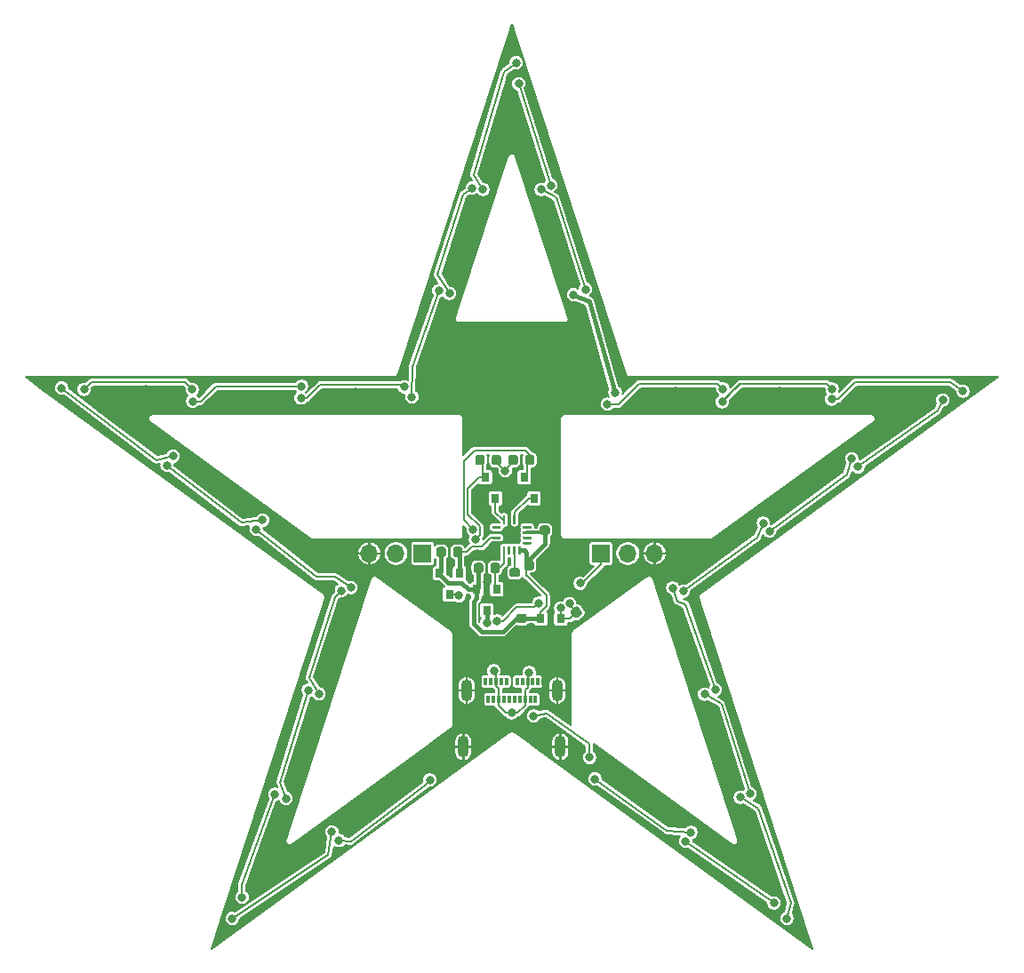
<source format=gbr>
G04 #@! TF.GenerationSoftware,KiCad,Pcbnew,5.1.5*
G04 #@! TF.CreationDate,2020-04-28T21:36:49+02:00*
G04 #@! TF.ProjectId,movingstar,6d6f7669-6e67-4737-9461-722e6b696361,rev?*
G04 #@! TF.SameCoordinates,Original*
G04 #@! TF.FileFunction,Copper,L2,Bot*
G04 #@! TF.FilePolarity,Positive*
%FSLAX46Y46*%
G04 Gerber Fmt 4.6, Leading zero omitted, Abs format (unit mm)*
G04 Created by KiCad (PCBNEW 5.1.5) date 2020-04-28 21:36:49*
%MOMM*%
%LPD*%
G04 APERTURE LIST*
%ADD10R,1.700000X1.700000*%
%ADD11O,1.700000X1.700000*%
%ADD12C,0.100000*%
%ADD13R,0.300000X0.700000*%
%ADD14R,0.900000X0.700000*%
%ADD15O,1.100000X2.100000*%
%ADD16R,0.800000X0.900000*%
%ADD17C,0.800000*%
%ADD18C,0.200000*%
%ADD19C,0.400000*%
%ADD20C,0.300000*%
G04 APERTURE END LIST*
D10*
X191500000Y-101750000D03*
D11*
X188960000Y-101750000D03*
X186420000Y-101750000D03*
G04 #@! TA.AperFunction,SMDPad,CuDef*
D12*
G36*
X200818626Y-101050301D02*
G01*
X200824693Y-101051201D01*
X200830643Y-101052691D01*
X200836418Y-101054758D01*
X200841962Y-101057380D01*
X200847223Y-101060533D01*
X200852150Y-101064187D01*
X200856694Y-101068306D01*
X200860813Y-101072850D01*
X200864467Y-101077777D01*
X200867620Y-101083038D01*
X200870242Y-101088582D01*
X200872309Y-101094357D01*
X200873799Y-101100307D01*
X200874699Y-101106374D01*
X200875000Y-101112500D01*
X200875000Y-101812500D01*
X200874699Y-101818626D01*
X200873799Y-101824693D01*
X200872309Y-101830643D01*
X200870242Y-101836418D01*
X200867620Y-101841962D01*
X200864467Y-101847223D01*
X200860813Y-101852150D01*
X200856694Y-101856694D01*
X200852150Y-101860813D01*
X200847223Y-101864467D01*
X200841962Y-101867620D01*
X200836418Y-101870242D01*
X200830643Y-101872309D01*
X200824693Y-101873799D01*
X200818626Y-101874699D01*
X200812500Y-101875000D01*
X200687500Y-101875000D01*
X200681374Y-101874699D01*
X200675307Y-101873799D01*
X200669357Y-101872309D01*
X200663582Y-101870242D01*
X200658038Y-101867620D01*
X200652777Y-101864467D01*
X200647850Y-101860813D01*
X200643306Y-101856694D01*
X200639187Y-101852150D01*
X200635533Y-101847223D01*
X200632380Y-101841962D01*
X200629758Y-101836418D01*
X200627691Y-101830643D01*
X200626201Y-101824693D01*
X200625301Y-101818626D01*
X200625000Y-101812500D01*
X200625000Y-101112500D01*
X200625301Y-101106374D01*
X200626201Y-101100307D01*
X200627691Y-101094357D01*
X200629758Y-101088582D01*
X200632380Y-101083038D01*
X200635533Y-101077777D01*
X200639187Y-101072850D01*
X200643306Y-101068306D01*
X200647850Y-101064187D01*
X200652777Y-101060533D01*
X200658038Y-101057380D01*
X200663582Y-101054758D01*
X200669357Y-101052691D01*
X200675307Y-101051201D01*
X200681374Y-101050301D01*
X200687500Y-101050000D01*
X200812500Y-101050000D01*
X200818626Y-101050301D01*
G37*
G04 #@! TD.AperFunction*
G04 #@! TA.AperFunction,SMDPad,CuDef*
G36*
X200318626Y-101050301D02*
G01*
X200324693Y-101051201D01*
X200330643Y-101052691D01*
X200336418Y-101054758D01*
X200341962Y-101057380D01*
X200347223Y-101060533D01*
X200352150Y-101064187D01*
X200356694Y-101068306D01*
X200360813Y-101072850D01*
X200364467Y-101077777D01*
X200367620Y-101083038D01*
X200370242Y-101088582D01*
X200372309Y-101094357D01*
X200373799Y-101100307D01*
X200374699Y-101106374D01*
X200375000Y-101112500D01*
X200375000Y-101812500D01*
X200374699Y-101818626D01*
X200373799Y-101824693D01*
X200372309Y-101830643D01*
X200370242Y-101836418D01*
X200367620Y-101841962D01*
X200364467Y-101847223D01*
X200360813Y-101852150D01*
X200356694Y-101856694D01*
X200352150Y-101860813D01*
X200347223Y-101864467D01*
X200341962Y-101867620D01*
X200336418Y-101870242D01*
X200330643Y-101872309D01*
X200324693Y-101873799D01*
X200318626Y-101874699D01*
X200312500Y-101875000D01*
X200187500Y-101875000D01*
X200181374Y-101874699D01*
X200175307Y-101873799D01*
X200169357Y-101872309D01*
X200163582Y-101870242D01*
X200158038Y-101867620D01*
X200152777Y-101864467D01*
X200147850Y-101860813D01*
X200143306Y-101856694D01*
X200139187Y-101852150D01*
X200135533Y-101847223D01*
X200132380Y-101841962D01*
X200129758Y-101836418D01*
X200127691Y-101830643D01*
X200126201Y-101824693D01*
X200125301Y-101818626D01*
X200125000Y-101812500D01*
X200125000Y-101112500D01*
X200125301Y-101106374D01*
X200126201Y-101100307D01*
X200127691Y-101094357D01*
X200129758Y-101088582D01*
X200132380Y-101083038D01*
X200135533Y-101077777D01*
X200139187Y-101072850D01*
X200143306Y-101068306D01*
X200147850Y-101064187D01*
X200152777Y-101060533D01*
X200158038Y-101057380D01*
X200163582Y-101054758D01*
X200169357Y-101052691D01*
X200175307Y-101051201D01*
X200181374Y-101050301D01*
X200187500Y-101050000D01*
X200312500Y-101050000D01*
X200318626Y-101050301D01*
G37*
G04 #@! TD.AperFunction*
G04 #@! TA.AperFunction,SMDPad,CuDef*
G36*
X199818626Y-101050301D02*
G01*
X199824693Y-101051201D01*
X199830643Y-101052691D01*
X199836418Y-101054758D01*
X199841962Y-101057380D01*
X199847223Y-101060533D01*
X199852150Y-101064187D01*
X199856694Y-101068306D01*
X199860813Y-101072850D01*
X199864467Y-101077777D01*
X199867620Y-101083038D01*
X199870242Y-101088582D01*
X199872309Y-101094357D01*
X199873799Y-101100307D01*
X199874699Y-101106374D01*
X199875000Y-101112500D01*
X199875000Y-101812500D01*
X199874699Y-101818626D01*
X199873799Y-101824693D01*
X199872309Y-101830643D01*
X199870242Y-101836418D01*
X199867620Y-101841962D01*
X199864467Y-101847223D01*
X199860813Y-101852150D01*
X199856694Y-101856694D01*
X199852150Y-101860813D01*
X199847223Y-101864467D01*
X199841962Y-101867620D01*
X199836418Y-101870242D01*
X199830643Y-101872309D01*
X199824693Y-101873799D01*
X199818626Y-101874699D01*
X199812500Y-101875000D01*
X199687500Y-101875000D01*
X199681374Y-101874699D01*
X199675307Y-101873799D01*
X199669357Y-101872309D01*
X199663582Y-101870242D01*
X199658038Y-101867620D01*
X199652777Y-101864467D01*
X199647850Y-101860813D01*
X199643306Y-101856694D01*
X199639187Y-101852150D01*
X199635533Y-101847223D01*
X199632380Y-101841962D01*
X199629758Y-101836418D01*
X199627691Y-101830643D01*
X199626201Y-101824693D01*
X199625301Y-101818626D01*
X199625000Y-101812500D01*
X199625000Y-101112500D01*
X199625301Y-101106374D01*
X199626201Y-101100307D01*
X199627691Y-101094357D01*
X199629758Y-101088582D01*
X199632380Y-101083038D01*
X199635533Y-101077777D01*
X199639187Y-101072850D01*
X199643306Y-101068306D01*
X199647850Y-101064187D01*
X199652777Y-101060533D01*
X199658038Y-101057380D01*
X199663582Y-101054758D01*
X199669357Y-101052691D01*
X199675307Y-101051201D01*
X199681374Y-101050301D01*
X199687500Y-101050000D01*
X199812500Y-101050000D01*
X199818626Y-101050301D01*
G37*
G04 #@! TD.AperFunction*
G04 #@! TA.AperFunction,SMDPad,CuDef*
G36*
X199318626Y-101050301D02*
G01*
X199324693Y-101051201D01*
X199330643Y-101052691D01*
X199336418Y-101054758D01*
X199341962Y-101057380D01*
X199347223Y-101060533D01*
X199352150Y-101064187D01*
X199356694Y-101068306D01*
X199360813Y-101072850D01*
X199364467Y-101077777D01*
X199367620Y-101083038D01*
X199370242Y-101088582D01*
X199372309Y-101094357D01*
X199373799Y-101100307D01*
X199374699Y-101106374D01*
X199375000Y-101112500D01*
X199375000Y-101812500D01*
X199374699Y-101818626D01*
X199373799Y-101824693D01*
X199372309Y-101830643D01*
X199370242Y-101836418D01*
X199367620Y-101841962D01*
X199364467Y-101847223D01*
X199360813Y-101852150D01*
X199356694Y-101856694D01*
X199352150Y-101860813D01*
X199347223Y-101864467D01*
X199341962Y-101867620D01*
X199336418Y-101870242D01*
X199330643Y-101872309D01*
X199324693Y-101873799D01*
X199318626Y-101874699D01*
X199312500Y-101875000D01*
X199187500Y-101875000D01*
X199181374Y-101874699D01*
X199175307Y-101873799D01*
X199169357Y-101872309D01*
X199163582Y-101870242D01*
X199158038Y-101867620D01*
X199152777Y-101864467D01*
X199147850Y-101860813D01*
X199143306Y-101856694D01*
X199139187Y-101852150D01*
X199135533Y-101847223D01*
X199132380Y-101841962D01*
X199129758Y-101836418D01*
X199127691Y-101830643D01*
X199126201Y-101824693D01*
X199125301Y-101818626D01*
X199125000Y-101812500D01*
X199125000Y-101112500D01*
X199125301Y-101106374D01*
X199126201Y-101100307D01*
X199127691Y-101094357D01*
X199129758Y-101088582D01*
X199132380Y-101083038D01*
X199135533Y-101077777D01*
X199139187Y-101072850D01*
X199143306Y-101068306D01*
X199147850Y-101064187D01*
X199152777Y-101060533D01*
X199158038Y-101057380D01*
X199163582Y-101054758D01*
X199169357Y-101052691D01*
X199175307Y-101051201D01*
X199181374Y-101050301D01*
X199187500Y-101050000D01*
X199312500Y-101050000D01*
X199318626Y-101050301D01*
G37*
G04 #@! TD.AperFunction*
G04 #@! TA.AperFunction,SMDPad,CuDef*
G36*
X198893626Y-100625301D02*
G01*
X198899693Y-100626201D01*
X198905643Y-100627691D01*
X198911418Y-100629758D01*
X198916962Y-100632380D01*
X198922223Y-100635533D01*
X198927150Y-100639187D01*
X198931694Y-100643306D01*
X198935813Y-100647850D01*
X198939467Y-100652777D01*
X198942620Y-100658038D01*
X198945242Y-100663582D01*
X198947309Y-100669357D01*
X198948799Y-100675307D01*
X198949699Y-100681374D01*
X198950000Y-100687500D01*
X198950000Y-100812500D01*
X198949699Y-100818626D01*
X198948799Y-100824693D01*
X198947309Y-100830643D01*
X198945242Y-100836418D01*
X198942620Y-100841962D01*
X198939467Y-100847223D01*
X198935813Y-100852150D01*
X198931694Y-100856694D01*
X198927150Y-100860813D01*
X198922223Y-100864467D01*
X198916962Y-100867620D01*
X198911418Y-100870242D01*
X198905643Y-100872309D01*
X198899693Y-100873799D01*
X198893626Y-100874699D01*
X198887500Y-100875000D01*
X198187500Y-100875000D01*
X198181374Y-100874699D01*
X198175307Y-100873799D01*
X198169357Y-100872309D01*
X198163582Y-100870242D01*
X198158038Y-100867620D01*
X198152777Y-100864467D01*
X198147850Y-100860813D01*
X198143306Y-100856694D01*
X198139187Y-100852150D01*
X198135533Y-100847223D01*
X198132380Y-100841962D01*
X198129758Y-100836418D01*
X198127691Y-100830643D01*
X198126201Y-100824693D01*
X198125301Y-100818626D01*
X198125000Y-100812500D01*
X198125000Y-100687500D01*
X198125301Y-100681374D01*
X198126201Y-100675307D01*
X198127691Y-100669357D01*
X198129758Y-100663582D01*
X198132380Y-100658038D01*
X198135533Y-100652777D01*
X198139187Y-100647850D01*
X198143306Y-100643306D01*
X198147850Y-100639187D01*
X198152777Y-100635533D01*
X198158038Y-100632380D01*
X198163582Y-100629758D01*
X198169357Y-100627691D01*
X198175307Y-100626201D01*
X198181374Y-100625301D01*
X198187500Y-100625000D01*
X198887500Y-100625000D01*
X198893626Y-100625301D01*
G37*
G04 #@! TD.AperFunction*
G04 #@! TA.AperFunction,SMDPad,CuDef*
G36*
X198893626Y-100125301D02*
G01*
X198899693Y-100126201D01*
X198905643Y-100127691D01*
X198911418Y-100129758D01*
X198916962Y-100132380D01*
X198922223Y-100135533D01*
X198927150Y-100139187D01*
X198931694Y-100143306D01*
X198935813Y-100147850D01*
X198939467Y-100152777D01*
X198942620Y-100158038D01*
X198945242Y-100163582D01*
X198947309Y-100169357D01*
X198948799Y-100175307D01*
X198949699Y-100181374D01*
X198950000Y-100187500D01*
X198950000Y-100312500D01*
X198949699Y-100318626D01*
X198948799Y-100324693D01*
X198947309Y-100330643D01*
X198945242Y-100336418D01*
X198942620Y-100341962D01*
X198939467Y-100347223D01*
X198935813Y-100352150D01*
X198931694Y-100356694D01*
X198927150Y-100360813D01*
X198922223Y-100364467D01*
X198916962Y-100367620D01*
X198911418Y-100370242D01*
X198905643Y-100372309D01*
X198899693Y-100373799D01*
X198893626Y-100374699D01*
X198887500Y-100375000D01*
X198187500Y-100375000D01*
X198181374Y-100374699D01*
X198175307Y-100373799D01*
X198169357Y-100372309D01*
X198163582Y-100370242D01*
X198158038Y-100367620D01*
X198152777Y-100364467D01*
X198147850Y-100360813D01*
X198143306Y-100356694D01*
X198139187Y-100352150D01*
X198135533Y-100347223D01*
X198132380Y-100341962D01*
X198129758Y-100336418D01*
X198127691Y-100330643D01*
X198126201Y-100324693D01*
X198125301Y-100318626D01*
X198125000Y-100312500D01*
X198125000Y-100187500D01*
X198125301Y-100181374D01*
X198126201Y-100175307D01*
X198127691Y-100169357D01*
X198129758Y-100163582D01*
X198132380Y-100158038D01*
X198135533Y-100152777D01*
X198139187Y-100147850D01*
X198143306Y-100143306D01*
X198147850Y-100139187D01*
X198152777Y-100135533D01*
X198158038Y-100132380D01*
X198163582Y-100129758D01*
X198169357Y-100127691D01*
X198175307Y-100126201D01*
X198181374Y-100125301D01*
X198187500Y-100125000D01*
X198887500Y-100125000D01*
X198893626Y-100125301D01*
G37*
G04 #@! TD.AperFunction*
G04 #@! TA.AperFunction,SMDPad,CuDef*
G36*
X198893626Y-99625301D02*
G01*
X198899693Y-99626201D01*
X198905643Y-99627691D01*
X198911418Y-99629758D01*
X198916962Y-99632380D01*
X198922223Y-99635533D01*
X198927150Y-99639187D01*
X198931694Y-99643306D01*
X198935813Y-99647850D01*
X198939467Y-99652777D01*
X198942620Y-99658038D01*
X198945242Y-99663582D01*
X198947309Y-99669357D01*
X198948799Y-99675307D01*
X198949699Y-99681374D01*
X198950000Y-99687500D01*
X198950000Y-99812500D01*
X198949699Y-99818626D01*
X198948799Y-99824693D01*
X198947309Y-99830643D01*
X198945242Y-99836418D01*
X198942620Y-99841962D01*
X198939467Y-99847223D01*
X198935813Y-99852150D01*
X198931694Y-99856694D01*
X198927150Y-99860813D01*
X198922223Y-99864467D01*
X198916962Y-99867620D01*
X198911418Y-99870242D01*
X198905643Y-99872309D01*
X198899693Y-99873799D01*
X198893626Y-99874699D01*
X198887500Y-99875000D01*
X198187500Y-99875000D01*
X198181374Y-99874699D01*
X198175307Y-99873799D01*
X198169357Y-99872309D01*
X198163582Y-99870242D01*
X198158038Y-99867620D01*
X198152777Y-99864467D01*
X198147850Y-99860813D01*
X198143306Y-99856694D01*
X198139187Y-99852150D01*
X198135533Y-99847223D01*
X198132380Y-99841962D01*
X198129758Y-99836418D01*
X198127691Y-99830643D01*
X198126201Y-99824693D01*
X198125301Y-99818626D01*
X198125000Y-99812500D01*
X198125000Y-99687500D01*
X198125301Y-99681374D01*
X198126201Y-99675307D01*
X198127691Y-99669357D01*
X198129758Y-99663582D01*
X198132380Y-99658038D01*
X198135533Y-99652777D01*
X198139187Y-99647850D01*
X198143306Y-99643306D01*
X198147850Y-99639187D01*
X198152777Y-99635533D01*
X198158038Y-99632380D01*
X198163582Y-99629758D01*
X198169357Y-99627691D01*
X198175307Y-99626201D01*
X198181374Y-99625301D01*
X198187500Y-99625000D01*
X198887500Y-99625000D01*
X198893626Y-99625301D01*
G37*
G04 #@! TD.AperFunction*
G04 #@! TA.AperFunction,SMDPad,CuDef*
G36*
X198893626Y-99125301D02*
G01*
X198899693Y-99126201D01*
X198905643Y-99127691D01*
X198911418Y-99129758D01*
X198916962Y-99132380D01*
X198922223Y-99135533D01*
X198927150Y-99139187D01*
X198931694Y-99143306D01*
X198935813Y-99147850D01*
X198939467Y-99152777D01*
X198942620Y-99158038D01*
X198945242Y-99163582D01*
X198947309Y-99169357D01*
X198948799Y-99175307D01*
X198949699Y-99181374D01*
X198950000Y-99187500D01*
X198950000Y-99312500D01*
X198949699Y-99318626D01*
X198948799Y-99324693D01*
X198947309Y-99330643D01*
X198945242Y-99336418D01*
X198942620Y-99341962D01*
X198939467Y-99347223D01*
X198935813Y-99352150D01*
X198931694Y-99356694D01*
X198927150Y-99360813D01*
X198922223Y-99364467D01*
X198916962Y-99367620D01*
X198911418Y-99370242D01*
X198905643Y-99372309D01*
X198899693Y-99373799D01*
X198893626Y-99374699D01*
X198887500Y-99375000D01*
X198187500Y-99375000D01*
X198181374Y-99374699D01*
X198175307Y-99373799D01*
X198169357Y-99372309D01*
X198163582Y-99370242D01*
X198158038Y-99367620D01*
X198152777Y-99364467D01*
X198147850Y-99360813D01*
X198143306Y-99356694D01*
X198139187Y-99352150D01*
X198135533Y-99347223D01*
X198132380Y-99341962D01*
X198129758Y-99336418D01*
X198127691Y-99330643D01*
X198126201Y-99324693D01*
X198125301Y-99318626D01*
X198125000Y-99312500D01*
X198125000Y-99187500D01*
X198125301Y-99181374D01*
X198126201Y-99175307D01*
X198127691Y-99169357D01*
X198129758Y-99163582D01*
X198132380Y-99158038D01*
X198135533Y-99152777D01*
X198139187Y-99147850D01*
X198143306Y-99143306D01*
X198147850Y-99139187D01*
X198152777Y-99135533D01*
X198158038Y-99132380D01*
X198163582Y-99129758D01*
X198169357Y-99127691D01*
X198175307Y-99126201D01*
X198181374Y-99125301D01*
X198187500Y-99125000D01*
X198887500Y-99125000D01*
X198893626Y-99125301D01*
G37*
G04 #@! TD.AperFunction*
G04 #@! TA.AperFunction,SMDPad,CuDef*
G36*
X199318626Y-98125301D02*
G01*
X199324693Y-98126201D01*
X199330643Y-98127691D01*
X199336418Y-98129758D01*
X199341962Y-98132380D01*
X199347223Y-98135533D01*
X199352150Y-98139187D01*
X199356694Y-98143306D01*
X199360813Y-98147850D01*
X199364467Y-98152777D01*
X199367620Y-98158038D01*
X199370242Y-98163582D01*
X199372309Y-98169357D01*
X199373799Y-98175307D01*
X199374699Y-98181374D01*
X199375000Y-98187500D01*
X199375000Y-98887500D01*
X199374699Y-98893626D01*
X199373799Y-98899693D01*
X199372309Y-98905643D01*
X199370242Y-98911418D01*
X199367620Y-98916962D01*
X199364467Y-98922223D01*
X199360813Y-98927150D01*
X199356694Y-98931694D01*
X199352150Y-98935813D01*
X199347223Y-98939467D01*
X199341962Y-98942620D01*
X199336418Y-98945242D01*
X199330643Y-98947309D01*
X199324693Y-98948799D01*
X199318626Y-98949699D01*
X199312500Y-98950000D01*
X199187500Y-98950000D01*
X199181374Y-98949699D01*
X199175307Y-98948799D01*
X199169357Y-98947309D01*
X199163582Y-98945242D01*
X199158038Y-98942620D01*
X199152777Y-98939467D01*
X199147850Y-98935813D01*
X199143306Y-98931694D01*
X199139187Y-98927150D01*
X199135533Y-98922223D01*
X199132380Y-98916962D01*
X199129758Y-98911418D01*
X199127691Y-98905643D01*
X199126201Y-98899693D01*
X199125301Y-98893626D01*
X199125000Y-98887500D01*
X199125000Y-98187500D01*
X199125301Y-98181374D01*
X199126201Y-98175307D01*
X199127691Y-98169357D01*
X199129758Y-98163582D01*
X199132380Y-98158038D01*
X199135533Y-98152777D01*
X199139187Y-98147850D01*
X199143306Y-98143306D01*
X199147850Y-98139187D01*
X199152777Y-98135533D01*
X199158038Y-98132380D01*
X199163582Y-98129758D01*
X199169357Y-98127691D01*
X199175307Y-98126201D01*
X199181374Y-98125301D01*
X199187500Y-98125000D01*
X199312500Y-98125000D01*
X199318626Y-98125301D01*
G37*
G04 #@! TD.AperFunction*
G04 #@! TA.AperFunction,SMDPad,CuDef*
G36*
X199818626Y-98125301D02*
G01*
X199824693Y-98126201D01*
X199830643Y-98127691D01*
X199836418Y-98129758D01*
X199841962Y-98132380D01*
X199847223Y-98135533D01*
X199852150Y-98139187D01*
X199856694Y-98143306D01*
X199860813Y-98147850D01*
X199864467Y-98152777D01*
X199867620Y-98158038D01*
X199870242Y-98163582D01*
X199872309Y-98169357D01*
X199873799Y-98175307D01*
X199874699Y-98181374D01*
X199875000Y-98187500D01*
X199875000Y-98887500D01*
X199874699Y-98893626D01*
X199873799Y-98899693D01*
X199872309Y-98905643D01*
X199870242Y-98911418D01*
X199867620Y-98916962D01*
X199864467Y-98922223D01*
X199860813Y-98927150D01*
X199856694Y-98931694D01*
X199852150Y-98935813D01*
X199847223Y-98939467D01*
X199841962Y-98942620D01*
X199836418Y-98945242D01*
X199830643Y-98947309D01*
X199824693Y-98948799D01*
X199818626Y-98949699D01*
X199812500Y-98950000D01*
X199687500Y-98950000D01*
X199681374Y-98949699D01*
X199675307Y-98948799D01*
X199669357Y-98947309D01*
X199663582Y-98945242D01*
X199658038Y-98942620D01*
X199652777Y-98939467D01*
X199647850Y-98935813D01*
X199643306Y-98931694D01*
X199639187Y-98927150D01*
X199635533Y-98922223D01*
X199632380Y-98916962D01*
X199629758Y-98911418D01*
X199627691Y-98905643D01*
X199626201Y-98899693D01*
X199625301Y-98893626D01*
X199625000Y-98887500D01*
X199625000Y-98187500D01*
X199625301Y-98181374D01*
X199626201Y-98175307D01*
X199627691Y-98169357D01*
X199629758Y-98163582D01*
X199632380Y-98158038D01*
X199635533Y-98152777D01*
X199639187Y-98147850D01*
X199643306Y-98143306D01*
X199647850Y-98139187D01*
X199652777Y-98135533D01*
X199658038Y-98132380D01*
X199663582Y-98129758D01*
X199669357Y-98127691D01*
X199675307Y-98126201D01*
X199681374Y-98125301D01*
X199687500Y-98125000D01*
X199812500Y-98125000D01*
X199818626Y-98125301D01*
G37*
G04 #@! TD.AperFunction*
G04 #@! TA.AperFunction,SMDPad,CuDef*
G36*
X200318626Y-98125301D02*
G01*
X200324693Y-98126201D01*
X200330643Y-98127691D01*
X200336418Y-98129758D01*
X200341962Y-98132380D01*
X200347223Y-98135533D01*
X200352150Y-98139187D01*
X200356694Y-98143306D01*
X200360813Y-98147850D01*
X200364467Y-98152777D01*
X200367620Y-98158038D01*
X200370242Y-98163582D01*
X200372309Y-98169357D01*
X200373799Y-98175307D01*
X200374699Y-98181374D01*
X200375000Y-98187500D01*
X200375000Y-98887500D01*
X200374699Y-98893626D01*
X200373799Y-98899693D01*
X200372309Y-98905643D01*
X200370242Y-98911418D01*
X200367620Y-98916962D01*
X200364467Y-98922223D01*
X200360813Y-98927150D01*
X200356694Y-98931694D01*
X200352150Y-98935813D01*
X200347223Y-98939467D01*
X200341962Y-98942620D01*
X200336418Y-98945242D01*
X200330643Y-98947309D01*
X200324693Y-98948799D01*
X200318626Y-98949699D01*
X200312500Y-98950000D01*
X200187500Y-98950000D01*
X200181374Y-98949699D01*
X200175307Y-98948799D01*
X200169357Y-98947309D01*
X200163582Y-98945242D01*
X200158038Y-98942620D01*
X200152777Y-98939467D01*
X200147850Y-98935813D01*
X200143306Y-98931694D01*
X200139187Y-98927150D01*
X200135533Y-98922223D01*
X200132380Y-98916962D01*
X200129758Y-98911418D01*
X200127691Y-98905643D01*
X200126201Y-98899693D01*
X200125301Y-98893626D01*
X200125000Y-98887500D01*
X200125000Y-98187500D01*
X200125301Y-98181374D01*
X200126201Y-98175307D01*
X200127691Y-98169357D01*
X200129758Y-98163582D01*
X200132380Y-98158038D01*
X200135533Y-98152777D01*
X200139187Y-98147850D01*
X200143306Y-98143306D01*
X200147850Y-98139187D01*
X200152777Y-98135533D01*
X200158038Y-98132380D01*
X200163582Y-98129758D01*
X200169357Y-98127691D01*
X200175307Y-98126201D01*
X200181374Y-98125301D01*
X200187500Y-98125000D01*
X200312500Y-98125000D01*
X200318626Y-98125301D01*
G37*
G04 #@! TD.AperFunction*
G04 #@! TA.AperFunction,SMDPad,CuDef*
G36*
X200818626Y-98125301D02*
G01*
X200824693Y-98126201D01*
X200830643Y-98127691D01*
X200836418Y-98129758D01*
X200841962Y-98132380D01*
X200847223Y-98135533D01*
X200852150Y-98139187D01*
X200856694Y-98143306D01*
X200860813Y-98147850D01*
X200864467Y-98152777D01*
X200867620Y-98158038D01*
X200870242Y-98163582D01*
X200872309Y-98169357D01*
X200873799Y-98175307D01*
X200874699Y-98181374D01*
X200875000Y-98187500D01*
X200875000Y-98887500D01*
X200874699Y-98893626D01*
X200873799Y-98899693D01*
X200872309Y-98905643D01*
X200870242Y-98911418D01*
X200867620Y-98916962D01*
X200864467Y-98922223D01*
X200860813Y-98927150D01*
X200856694Y-98931694D01*
X200852150Y-98935813D01*
X200847223Y-98939467D01*
X200841962Y-98942620D01*
X200836418Y-98945242D01*
X200830643Y-98947309D01*
X200824693Y-98948799D01*
X200818626Y-98949699D01*
X200812500Y-98950000D01*
X200687500Y-98950000D01*
X200681374Y-98949699D01*
X200675307Y-98948799D01*
X200669357Y-98947309D01*
X200663582Y-98945242D01*
X200658038Y-98942620D01*
X200652777Y-98939467D01*
X200647850Y-98935813D01*
X200643306Y-98931694D01*
X200639187Y-98927150D01*
X200635533Y-98922223D01*
X200632380Y-98916962D01*
X200629758Y-98911418D01*
X200627691Y-98905643D01*
X200626201Y-98899693D01*
X200625301Y-98893626D01*
X200625000Y-98887500D01*
X200625000Y-98187500D01*
X200625301Y-98181374D01*
X200626201Y-98175307D01*
X200627691Y-98169357D01*
X200629758Y-98163582D01*
X200632380Y-98158038D01*
X200635533Y-98152777D01*
X200639187Y-98147850D01*
X200643306Y-98143306D01*
X200647850Y-98139187D01*
X200652777Y-98135533D01*
X200658038Y-98132380D01*
X200663582Y-98129758D01*
X200669357Y-98127691D01*
X200675307Y-98126201D01*
X200681374Y-98125301D01*
X200687500Y-98125000D01*
X200812500Y-98125000D01*
X200818626Y-98125301D01*
G37*
G04 #@! TD.AperFunction*
G04 #@! TA.AperFunction,SMDPad,CuDef*
G36*
X201818626Y-99125301D02*
G01*
X201824693Y-99126201D01*
X201830643Y-99127691D01*
X201836418Y-99129758D01*
X201841962Y-99132380D01*
X201847223Y-99135533D01*
X201852150Y-99139187D01*
X201856694Y-99143306D01*
X201860813Y-99147850D01*
X201864467Y-99152777D01*
X201867620Y-99158038D01*
X201870242Y-99163582D01*
X201872309Y-99169357D01*
X201873799Y-99175307D01*
X201874699Y-99181374D01*
X201875000Y-99187500D01*
X201875000Y-99312500D01*
X201874699Y-99318626D01*
X201873799Y-99324693D01*
X201872309Y-99330643D01*
X201870242Y-99336418D01*
X201867620Y-99341962D01*
X201864467Y-99347223D01*
X201860813Y-99352150D01*
X201856694Y-99356694D01*
X201852150Y-99360813D01*
X201847223Y-99364467D01*
X201841962Y-99367620D01*
X201836418Y-99370242D01*
X201830643Y-99372309D01*
X201824693Y-99373799D01*
X201818626Y-99374699D01*
X201812500Y-99375000D01*
X201112500Y-99375000D01*
X201106374Y-99374699D01*
X201100307Y-99373799D01*
X201094357Y-99372309D01*
X201088582Y-99370242D01*
X201083038Y-99367620D01*
X201077777Y-99364467D01*
X201072850Y-99360813D01*
X201068306Y-99356694D01*
X201064187Y-99352150D01*
X201060533Y-99347223D01*
X201057380Y-99341962D01*
X201054758Y-99336418D01*
X201052691Y-99330643D01*
X201051201Y-99324693D01*
X201050301Y-99318626D01*
X201050000Y-99312500D01*
X201050000Y-99187500D01*
X201050301Y-99181374D01*
X201051201Y-99175307D01*
X201052691Y-99169357D01*
X201054758Y-99163582D01*
X201057380Y-99158038D01*
X201060533Y-99152777D01*
X201064187Y-99147850D01*
X201068306Y-99143306D01*
X201072850Y-99139187D01*
X201077777Y-99135533D01*
X201083038Y-99132380D01*
X201088582Y-99129758D01*
X201094357Y-99127691D01*
X201100307Y-99126201D01*
X201106374Y-99125301D01*
X201112500Y-99125000D01*
X201812500Y-99125000D01*
X201818626Y-99125301D01*
G37*
G04 #@! TD.AperFunction*
G04 #@! TA.AperFunction,SMDPad,CuDef*
G36*
X201818626Y-99625301D02*
G01*
X201824693Y-99626201D01*
X201830643Y-99627691D01*
X201836418Y-99629758D01*
X201841962Y-99632380D01*
X201847223Y-99635533D01*
X201852150Y-99639187D01*
X201856694Y-99643306D01*
X201860813Y-99647850D01*
X201864467Y-99652777D01*
X201867620Y-99658038D01*
X201870242Y-99663582D01*
X201872309Y-99669357D01*
X201873799Y-99675307D01*
X201874699Y-99681374D01*
X201875000Y-99687500D01*
X201875000Y-99812500D01*
X201874699Y-99818626D01*
X201873799Y-99824693D01*
X201872309Y-99830643D01*
X201870242Y-99836418D01*
X201867620Y-99841962D01*
X201864467Y-99847223D01*
X201860813Y-99852150D01*
X201856694Y-99856694D01*
X201852150Y-99860813D01*
X201847223Y-99864467D01*
X201841962Y-99867620D01*
X201836418Y-99870242D01*
X201830643Y-99872309D01*
X201824693Y-99873799D01*
X201818626Y-99874699D01*
X201812500Y-99875000D01*
X201112500Y-99875000D01*
X201106374Y-99874699D01*
X201100307Y-99873799D01*
X201094357Y-99872309D01*
X201088582Y-99870242D01*
X201083038Y-99867620D01*
X201077777Y-99864467D01*
X201072850Y-99860813D01*
X201068306Y-99856694D01*
X201064187Y-99852150D01*
X201060533Y-99847223D01*
X201057380Y-99841962D01*
X201054758Y-99836418D01*
X201052691Y-99830643D01*
X201051201Y-99824693D01*
X201050301Y-99818626D01*
X201050000Y-99812500D01*
X201050000Y-99687500D01*
X201050301Y-99681374D01*
X201051201Y-99675307D01*
X201052691Y-99669357D01*
X201054758Y-99663582D01*
X201057380Y-99658038D01*
X201060533Y-99652777D01*
X201064187Y-99647850D01*
X201068306Y-99643306D01*
X201072850Y-99639187D01*
X201077777Y-99635533D01*
X201083038Y-99632380D01*
X201088582Y-99629758D01*
X201094357Y-99627691D01*
X201100307Y-99626201D01*
X201106374Y-99625301D01*
X201112500Y-99625000D01*
X201812500Y-99625000D01*
X201818626Y-99625301D01*
G37*
G04 #@! TD.AperFunction*
G04 #@! TA.AperFunction,SMDPad,CuDef*
G36*
X201818626Y-100125301D02*
G01*
X201824693Y-100126201D01*
X201830643Y-100127691D01*
X201836418Y-100129758D01*
X201841962Y-100132380D01*
X201847223Y-100135533D01*
X201852150Y-100139187D01*
X201856694Y-100143306D01*
X201860813Y-100147850D01*
X201864467Y-100152777D01*
X201867620Y-100158038D01*
X201870242Y-100163582D01*
X201872309Y-100169357D01*
X201873799Y-100175307D01*
X201874699Y-100181374D01*
X201875000Y-100187500D01*
X201875000Y-100312500D01*
X201874699Y-100318626D01*
X201873799Y-100324693D01*
X201872309Y-100330643D01*
X201870242Y-100336418D01*
X201867620Y-100341962D01*
X201864467Y-100347223D01*
X201860813Y-100352150D01*
X201856694Y-100356694D01*
X201852150Y-100360813D01*
X201847223Y-100364467D01*
X201841962Y-100367620D01*
X201836418Y-100370242D01*
X201830643Y-100372309D01*
X201824693Y-100373799D01*
X201818626Y-100374699D01*
X201812500Y-100375000D01*
X201112500Y-100375000D01*
X201106374Y-100374699D01*
X201100307Y-100373799D01*
X201094357Y-100372309D01*
X201088582Y-100370242D01*
X201083038Y-100367620D01*
X201077777Y-100364467D01*
X201072850Y-100360813D01*
X201068306Y-100356694D01*
X201064187Y-100352150D01*
X201060533Y-100347223D01*
X201057380Y-100341962D01*
X201054758Y-100336418D01*
X201052691Y-100330643D01*
X201051201Y-100324693D01*
X201050301Y-100318626D01*
X201050000Y-100312500D01*
X201050000Y-100187500D01*
X201050301Y-100181374D01*
X201051201Y-100175307D01*
X201052691Y-100169357D01*
X201054758Y-100163582D01*
X201057380Y-100158038D01*
X201060533Y-100152777D01*
X201064187Y-100147850D01*
X201068306Y-100143306D01*
X201072850Y-100139187D01*
X201077777Y-100135533D01*
X201083038Y-100132380D01*
X201088582Y-100129758D01*
X201094357Y-100127691D01*
X201100307Y-100126201D01*
X201106374Y-100125301D01*
X201112500Y-100125000D01*
X201812500Y-100125000D01*
X201818626Y-100125301D01*
G37*
G04 #@! TD.AperFunction*
G04 #@! TA.AperFunction,SMDPad,CuDef*
G36*
X201818626Y-100625301D02*
G01*
X201824693Y-100626201D01*
X201830643Y-100627691D01*
X201836418Y-100629758D01*
X201841962Y-100632380D01*
X201847223Y-100635533D01*
X201852150Y-100639187D01*
X201856694Y-100643306D01*
X201860813Y-100647850D01*
X201864467Y-100652777D01*
X201867620Y-100658038D01*
X201870242Y-100663582D01*
X201872309Y-100669357D01*
X201873799Y-100675307D01*
X201874699Y-100681374D01*
X201875000Y-100687500D01*
X201875000Y-100812500D01*
X201874699Y-100818626D01*
X201873799Y-100824693D01*
X201872309Y-100830643D01*
X201870242Y-100836418D01*
X201867620Y-100841962D01*
X201864467Y-100847223D01*
X201860813Y-100852150D01*
X201856694Y-100856694D01*
X201852150Y-100860813D01*
X201847223Y-100864467D01*
X201841962Y-100867620D01*
X201836418Y-100870242D01*
X201830643Y-100872309D01*
X201824693Y-100873799D01*
X201818626Y-100874699D01*
X201812500Y-100875000D01*
X201112500Y-100875000D01*
X201106374Y-100874699D01*
X201100307Y-100873799D01*
X201094357Y-100872309D01*
X201088582Y-100870242D01*
X201083038Y-100867620D01*
X201077777Y-100864467D01*
X201072850Y-100860813D01*
X201068306Y-100856694D01*
X201064187Y-100852150D01*
X201060533Y-100847223D01*
X201057380Y-100841962D01*
X201054758Y-100836418D01*
X201052691Y-100830643D01*
X201051201Y-100824693D01*
X201050301Y-100818626D01*
X201050000Y-100812500D01*
X201050000Y-100687500D01*
X201050301Y-100681374D01*
X201051201Y-100675307D01*
X201052691Y-100669357D01*
X201054758Y-100663582D01*
X201057380Y-100658038D01*
X201060533Y-100652777D01*
X201064187Y-100647850D01*
X201068306Y-100643306D01*
X201072850Y-100639187D01*
X201077777Y-100635533D01*
X201083038Y-100632380D01*
X201088582Y-100629758D01*
X201094357Y-100627691D01*
X201100307Y-100626201D01*
X201106374Y-100625301D01*
X201112500Y-100625000D01*
X201812500Y-100625000D01*
X201818626Y-100625301D01*
G37*
G04 #@! TD.AperFunction*
G04 #@! TA.AperFunction,SMDPad,CuDef*
G36*
X207457731Y-105866059D02*
G01*
X207479073Y-105868373D01*
X207500085Y-105872768D01*
X207520566Y-105879201D01*
X207540317Y-105887610D01*
X207559149Y-105897915D01*
X207576881Y-105910016D01*
X207593340Y-105923797D01*
X207608370Y-105939125D01*
X207621826Y-105955852D01*
X207923066Y-106370474D01*
X207934816Y-106388440D01*
X207944749Y-106407470D01*
X207952769Y-106427383D01*
X207958799Y-106447986D01*
X207962780Y-106469081D01*
X207964674Y-106490464D01*
X207964464Y-106511930D01*
X207962150Y-106533272D01*
X207957755Y-106554285D01*
X207951322Y-106574765D01*
X207942913Y-106594517D01*
X207932608Y-106613349D01*
X207920507Y-106631080D01*
X207906726Y-106647540D01*
X207891398Y-106662570D01*
X207874671Y-106676024D01*
X207520727Y-106933180D01*
X207502762Y-106944931D01*
X207483731Y-106954864D01*
X207463818Y-106962884D01*
X207443215Y-106968914D01*
X207422121Y-106972895D01*
X207400737Y-106974789D01*
X207379271Y-106974579D01*
X207357929Y-106972265D01*
X207336917Y-106967870D01*
X207316436Y-106961437D01*
X207296685Y-106953028D01*
X207277853Y-106942723D01*
X207260121Y-106930622D01*
X207243662Y-106916841D01*
X207228632Y-106901513D01*
X207215176Y-106884786D01*
X206913936Y-106470164D01*
X206902186Y-106452198D01*
X206892253Y-106433168D01*
X206884233Y-106413255D01*
X206878203Y-106392652D01*
X206874222Y-106371557D01*
X206872328Y-106350174D01*
X206872538Y-106328708D01*
X206874852Y-106307366D01*
X206879247Y-106286353D01*
X206885680Y-106265873D01*
X206894089Y-106246121D01*
X206904394Y-106227289D01*
X206916495Y-106209558D01*
X206930276Y-106193098D01*
X206945604Y-106178068D01*
X206962331Y-106164614D01*
X207316275Y-105907458D01*
X207334240Y-105895707D01*
X207353271Y-105885774D01*
X207373184Y-105877754D01*
X207393787Y-105871724D01*
X207414881Y-105867743D01*
X207436265Y-105865849D01*
X207457731Y-105866059D01*
G37*
G04 #@! TD.AperFunction*
G04 #@! TA.AperFunction,SMDPad,CuDef*
G36*
X206183529Y-106791821D02*
G01*
X206204871Y-106794135D01*
X206225883Y-106798530D01*
X206246364Y-106804963D01*
X206266115Y-106813372D01*
X206284947Y-106823677D01*
X206302679Y-106835778D01*
X206319138Y-106849559D01*
X206334168Y-106864887D01*
X206347624Y-106881614D01*
X206648864Y-107296236D01*
X206660614Y-107314202D01*
X206670547Y-107333232D01*
X206678567Y-107353145D01*
X206684597Y-107373748D01*
X206688578Y-107394843D01*
X206690472Y-107416226D01*
X206690262Y-107437692D01*
X206687948Y-107459034D01*
X206683553Y-107480047D01*
X206677120Y-107500527D01*
X206668711Y-107520279D01*
X206658406Y-107539111D01*
X206646305Y-107556842D01*
X206632524Y-107573302D01*
X206617196Y-107588332D01*
X206600469Y-107601786D01*
X206246525Y-107858942D01*
X206228560Y-107870693D01*
X206209529Y-107880626D01*
X206189616Y-107888646D01*
X206169013Y-107894676D01*
X206147919Y-107898657D01*
X206126535Y-107900551D01*
X206105069Y-107900341D01*
X206083727Y-107898027D01*
X206062715Y-107893632D01*
X206042234Y-107887199D01*
X206022483Y-107878790D01*
X206003651Y-107868485D01*
X205985919Y-107856384D01*
X205969460Y-107842603D01*
X205954430Y-107827275D01*
X205940974Y-107810548D01*
X205639734Y-107395926D01*
X205627984Y-107377960D01*
X205618051Y-107358930D01*
X205610031Y-107339017D01*
X205604001Y-107318414D01*
X205600020Y-107297319D01*
X205598126Y-107275936D01*
X205598336Y-107254470D01*
X205600650Y-107233128D01*
X205605045Y-107212115D01*
X205611478Y-107191635D01*
X205619887Y-107171883D01*
X205630192Y-107153051D01*
X205642293Y-107135320D01*
X205656074Y-107118860D01*
X205671402Y-107103830D01*
X205688129Y-107090376D01*
X206042073Y-106833220D01*
X206060038Y-106821469D01*
X206079069Y-106811536D01*
X206098982Y-106803516D01*
X206119585Y-106797486D01*
X206140679Y-106793505D01*
X206162063Y-106791611D01*
X206183529Y-106791821D01*
G37*
G04 #@! TD.AperFunction*
G04 #@! TA.AperFunction,SMDPad,CuDef*
G36*
X201191691Y-109063053D02*
G01*
X201212926Y-109066203D01*
X201233750Y-109071419D01*
X201253962Y-109078651D01*
X201273368Y-109087830D01*
X201291781Y-109098866D01*
X201309024Y-109111654D01*
X201324930Y-109126070D01*
X201339346Y-109141976D01*
X201352134Y-109159219D01*
X201363170Y-109177632D01*
X201372349Y-109197038D01*
X201379581Y-109217250D01*
X201384797Y-109238074D01*
X201387947Y-109259309D01*
X201389000Y-109280750D01*
X201389000Y-109718250D01*
X201387947Y-109739691D01*
X201384797Y-109760926D01*
X201379581Y-109781750D01*
X201372349Y-109801962D01*
X201363170Y-109821368D01*
X201352134Y-109839781D01*
X201339346Y-109857024D01*
X201324930Y-109872930D01*
X201309024Y-109887346D01*
X201291781Y-109900134D01*
X201273368Y-109911170D01*
X201253962Y-109920349D01*
X201233750Y-109927581D01*
X201212926Y-109932797D01*
X201191691Y-109935947D01*
X201170250Y-109937000D01*
X200657750Y-109937000D01*
X200636309Y-109935947D01*
X200615074Y-109932797D01*
X200594250Y-109927581D01*
X200574038Y-109920349D01*
X200554632Y-109911170D01*
X200536219Y-109900134D01*
X200518976Y-109887346D01*
X200503070Y-109872930D01*
X200488654Y-109857024D01*
X200475866Y-109839781D01*
X200464830Y-109821368D01*
X200455651Y-109801962D01*
X200448419Y-109781750D01*
X200443203Y-109760926D01*
X200440053Y-109739691D01*
X200439000Y-109718250D01*
X200439000Y-109280750D01*
X200440053Y-109259309D01*
X200443203Y-109238074D01*
X200448419Y-109217250D01*
X200455651Y-109197038D01*
X200464830Y-109177632D01*
X200475866Y-109159219D01*
X200488654Y-109141976D01*
X200503070Y-109126070D01*
X200518976Y-109111654D01*
X200536219Y-109098866D01*
X200554632Y-109087830D01*
X200574038Y-109078651D01*
X200594250Y-109071419D01*
X200615074Y-109066203D01*
X200636309Y-109063053D01*
X200657750Y-109062000D01*
X201170250Y-109062000D01*
X201191691Y-109063053D01*
G37*
G04 #@! TD.AperFunction*
G04 #@! TA.AperFunction,SMDPad,CuDef*
G36*
X201191691Y-107488053D02*
G01*
X201212926Y-107491203D01*
X201233750Y-107496419D01*
X201253962Y-107503651D01*
X201273368Y-107512830D01*
X201291781Y-107523866D01*
X201309024Y-107536654D01*
X201324930Y-107551070D01*
X201339346Y-107566976D01*
X201352134Y-107584219D01*
X201363170Y-107602632D01*
X201372349Y-107622038D01*
X201379581Y-107642250D01*
X201384797Y-107663074D01*
X201387947Y-107684309D01*
X201389000Y-107705750D01*
X201389000Y-108143250D01*
X201387947Y-108164691D01*
X201384797Y-108185926D01*
X201379581Y-108206750D01*
X201372349Y-108226962D01*
X201363170Y-108246368D01*
X201352134Y-108264781D01*
X201339346Y-108282024D01*
X201324930Y-108297930D01*
X201309024Y-108312346D01*
X201291781Y-108325134D01*
X201273368Y-108336170D01*
X201253962Y-108345349D01*
X201233750Y-108352581D01*
X201212926Y-108357797D01*
X201191691Y-108360947D01*
X201170250Y-108362000D01*
X200657750Y-108362000D01*
X200636309Y-108360947D01*
X200615074Y-108357797D01*
X200594250Y-108352581D01*
X200574038Y-108345349D01*
X200554632Y-108336170D01*
X200536219Y-108325134D01*
X200518976Y-108312346D01*
X200503070Y-108297930D01*
X200488654Y-108282024D01*
X200475866Y-108264781D01*
X200464830Y-108246368D01*
X200455651Y-108226962D01*
X200448419Y-108206750D01*
X200443203Y-108185926D01*
X200440053Y-108164691D01*
X200439000Y-108143250D01*
X200439000Y-107705750D01*
X200440053Y-107684309D01*
X200443203Y-107663074D01*
X200448419Y-107642250D01*
X200455651Y-107622038D01*
X200464830Y-107602632D01*
X200475866Y-107584219D01*
X200488654Y-107566976D01*
X200503070Y-107551070D01*
X200518976Y-107536654D01*
X200536219Y-107523866D01*
X200554632Y-107512830D01*
X200574038Y-107503651D01*
X200594250Y-107496419D01*
X200615074Y-107491203D01*
X200636309Y-107488053D01*
X200657750Y-107487000D01*
X201170250Y-107487000D01*
X201191691Y-107488053D01*
G37*
G04 #@! TD.AperFunction*
G04 #@! TA.AperFunction,SMDPad,CuDef*
G36*
X203414191Y-97518553D02*
G01*
X203435426Y-97521703D01*
X203456250Y-97526919D01*
X203476462Y-97534151D01*
X203495868Y-97543330D01*
X203514281Y-97554366D01*
X203531524Y-97567154D01*
X203547430Y-97581570D01*
X203561846Y-97597476D01*
X203574634Y-97614719D01*
X203585670Y-97633132D01*
X203594849Y-97652538D01*
X203602081Y-97672750D01*
X203607297Y-97693574D01*
X203610447Y-97714809D01*
X203611500Y-97736250D01*
X203611500Y-98173750D01*
X203610447Y-98195191D01*
X203607297Y-98216426D01*
X203602081Y-98237250D01*
X203594849Y-98257462D01*
X203585670Y-98276868D01*
X203574634Y-98295281D01*
X203561846Y-98312524D01*
X203547430Y-98328430D01*
X203531524Y-98342846D01*
X203514281Y-98355634D01*
X203495868Y-98366670D01*
X203476462Y-98375849D01*
X203456250Y-98383081D01*
X203435426Y-98388297D01*
X203414191Y-98391447D01*
X203392750Y-98392500D01*
X202880250Y-98392500D01*
X202858809Y-98391447D01*
X202837574Y-98388297D01*
X202816750Y-98383081D01*
X202796538Y-98375849D01*
X202777132Y-98366670D01*
X202758719Y-98355634D01*
X202741476Y-98342846D01*
X202725570Y-98328430D01*
X202711154Y-98312524D01*
X202698366Y-98295281D01*
X202687330Y-98276868D01*
X202678151Y-98257462D01*
X202670919Y-98237250D01*
X202665703Y-98216426D01*
X202662553Y-98195191D01*
X202661500Y-98173750D01*
X202661500Y-97736250D01*
X202662553Y-97714809D01*
X202665703Y-97693574D01*
X202670919Y-97672750D01*
X202678151Y-97652538D01*
X202687330Y-97633132D01*
X202698366Y-97614719D01*
X202711154Y-97597476D01*
X202725570Y-97581570D01*
X202741476Y-97567154D01*
X202758719Y-97554366D01*
X202777132Y-97543330D01*
X202796538Y-97534151D01*
X202816750Y-97526919D01*
X202837574Y-97521703D01*
X202858809Y-97518553D01*
X202880250Y-97517500D01*
X203392750Y-97517500D01*
X203414191Y-97518553D01*
G37*
G04 #@! TD.AperFunction*
G04 #@! TA.AperFunction,SMDPad,CuDef*
G36*
X203414191Y-99093553D02*
G01*
X203435426Y-99096703D01*
X203456250Y-99101919D01*
X203476462Y-99109151D01*
X203495868Y-99118330D01*
X203514281Y-99129366D01*
X203531524Y-99142154D01*
X203547430Y-99156570D01*
X203561846Y-99172476D01*
X203574634Y-99189719D01*
X203585670Y-99208132D01*
X203594849Y-99227538D01*
X203602081Y-99247750D01*
X203607297Y-99268574D01*
X203610447Y-99289809D01*
X203611500Y-99311250D01*
X203611500Y-99748750D01*
X203610447Y-99770191D01*
X203607297Y-99791426D01*
X203602081Y-99812250D01*
X203594849Y-99832462D01*
X203585670Y-99851868D01*
X203574634Y-99870281D01*
X203561846Y-99887524D01*
X203547430Y-99903430D01*
X203531524Y-99917846D01*
X203514281Y-99930634D01*
X203495868Y-99941670D01*
X203476462Y-99950849D01*
X203456250Y-99958081D01*
X203435426Y-99963297D01*
X203414191Y-99966447D01*
X203392750Y-99967500D01*
X202880250Y-99967500D01*
X202858809Y-99966447D01*
X202837574Y-99963297D01*
X202816750Y-99958081D01*
X202796538Y-99950849D01*
X202777132Y-99941670D01*
X202758719Y-99930634D01*
X202741476Y-99917846D01*
X202725570Y-99903430D01*
X202711154Y-99887524D01*
X202698366Y-99870281D01*
X202687330Y-99851868D01*
X202678151Y-99832462D01*
X202670919Y-99812250D01*
X202665703Y-99791426D01*
X202662553Y-99770191D01*
X202661500Y-99748750D01*
X202661500Y-99311250D01*
X202662553Y-99289809D01*
X202665703Y-99268574D01*
X202670919Y-99247750D01*
X202678151Y-99227538D01*
X202687330Y-99208132D01*
X202698366Y-99189719D01*
X202711154Y-99172476D01*
X202725570Y-99156570D01*
X202741476Y-99142154D01*
X202758719Y-99129366D01*
X202777132Y-99118330D01*
X202796538Y-99109151D01*
X202816750Y-99101919D01*
X202837574Y-99096703D01*
X202858809Y-99093553D01*
X202880250Y-99092500D01*
X203392750Y-99092500D01*
X203414191Y-99093553D01*
G37*
G04 #@! TD.AperFunction*
G04 #@! TA.AperFunction,SMDPad,CuDef*
G36*
X203465691Y-102396053D02*
G01*
X203486926Y-102399203D01*
X203507750Y-102404419D01*
X203527962Y-102411651D01*
X203547368Y-102420830D01*
X203565781Y-102431866D01*
X203583024Y-102444654D01*
X203598930Y-102459070D01*
X203613346Y-102474976D01*
X203626134Y-102492219D01*
X203637170Y-102510632D01*
X203646349Y-102530038D01*
X203653581Y-102550250D01*
X203658797Y-102571074D01*
X203661947Y-102592309D01*
X203663000Y-102613750D01*
X203663000Y-103126250D01*
X203661947Y-103147691D01*
X203658797Y-103168926D01*
X203653581Y-103189750D01*
X203646349Y-103209962D01*
X203637170Y-103229368D01*
X203626134Y-103247781D01*
X203613346Y-103265024D01*
X203598930Y-103280930D01*
X203583024Y-103295346D01*
X203565781Y-103308134D01*
X203547368Y-103319170D01*
X203527962Y-103328349D01*
X203507750Y-103335581D01*
X203486926Y-103340797D01*
X203465691Y-103343947D01*
X203444250Y-103345000D01*
X203006750Y-103345000D01*
X202985309Y-103343947D01*
X202964074Y-103340797D01*
X202943250Y-103335581D01*
X202923038Y-103328349D01*
X202903632Y-103319170D01*
X202885219Y-103308134D01*
X202867976Y-103295346D01*
X202852070Y-103280930D01*
X202837654Y-103265024D01*
X202824866Y-103247781D01*
X202813830Y-103229368D01*
X202804651Y-103209962D01*
X202797419Y-103189750D01*
X202792203Y-103168926D01*
X202789053Y-103147691D01*
X202788000Y-103126250D01*
X202788000Y-102613750D01*
X202789053Y-102592309D01*
X202792203Y-102571074D01*
X202797419Y-102550250D01*
X202804651Y-102530038D01*
X202813830Y-102510632D01*
X202824866Y-102492219D01*
X202837654Y-102474976D01*
X202852070Y-102459070D01*
X202867976Y-102444654D01*
X202885219Y-102431866D01*
X202903632Y-102420830D01*
X202923038Y-102411651D01*
X202943250Y-102404419D01*
X202964074Y-102399203D01*
X202985309Y-102396053D01*
X203006750Y-102395000D01*
X203444250Y-102395000D01*
X203465691Y-102396053D01*
G37*
G04 #@! TD.AperFunction*
G04 #@! TA.AperFunction,SMDPad,CuDef*
G36*
X201890691Y-102396053D02*
G01*
X201911926Y-102399203D01*
X201932750Y-102404419D01*
X201952962Y-102411651D01*
X201972368Y-102420830D01*
X201990781Y-102431866D01*
X202008024Y-102444654D01*
X202023930Y-102459070D01*
X202038346Y-102474976D01*
X202051134Y-102492219D01*
X202062170Y-102510632D01*
X202071349Y-102530038D01*
X202078581Y-102550250D01*
X202083797Y-102571074D01*
X202086947Y-102592309D01*
X202088000Y-102613750D01*
X202088000Y-103126250D01*
X202086947Y-103147691D01*
X202083797Y-103168926D01*
X202078581Y-103189750D01*
X202071349Y-103209962D01*
X202062170Y-103229368D01*
X202051134Y-103247781D01*
X202038346Y-103265024D01*
X202023930Y-103280930D01*
X202008024Y-103295346D01*
X201990781Y-103308134D01*
X201972368Y-103319170D01*
X201952962Y-103328349D01*
X201932750Y-103335581D01*
X201911926Y-103340797D01*
X201890691Y-103343947D01*
X201869250Y-103345000D01*
X201431750Y-103345000D01*
X201410309Y-103343947D01*
X201389074Y-103340797D01*
X201368250Y-103335581D01*
X201348038Y-103328349D01*
X201328632Y-103319170D01*
X201310219Y-103308134D01*
X201292976Y-103295346D01*
X201277070Y-103280930D01*
X201262654Y-103265024D01*
X201249866Y-103247781D01*
X201238830Y-103229368D01*
X201229651Y-103209962D01*
X201222419Y-103189750D01*
X201217203Y-103168926D01*
X201214053Y-103147691D01*
X201213000Y-103126250D01*
X201213000Y-102613750D01*
X201214053Y-102592309D01*
X201217203Y-102571074D01*
X201222419Y-102550250D01*
X201229651Y-102530038D01*
X201238830Y-102510632D01*
X201249866Y-102492219D01*
X201262654Y-102474976D01*
X201277070Y-102459070D01*
X201292976Y-102444654D01*
X201310219Y-102431866D01*
X201328632Y-102420830D01*
X201348038Y-102411651D01*
X201368250Y-102404419D01*
X201389074Y-102399203D01*
X201410309Y-102396053D01*
X201431750Y-102395000D01*
X201869250Y-102395000D01*
X201890691Y-102396053D01*
G37*
G04 #@! TD.AperFunction*
G04 #@! TA.AperFunction,SMDPad,CuDef*
G36*
X200541451Y-103129413D02*
G01*
X200562686Y-103132563D01*
X200583510Y-103137779D01*
X200603722Y-103145011D01*
X200623128Y-103154190D01*
X200641541Y-103165226D01*
X200658784Y-103178014D01*
X200674690Y-103192430D01*
X200689106Y-103208336D01*
X200701894Y-103225579D01*
X200712930Y-103243992D01*
X200722109Y-103263398D01*
X200729341Y-103283610D01*
X200734557Y-103304434D01*
X200737707Y-103325669D01*
X200738760Y-103347110D01*
X200738760Y-103784610D01*
X200737707Y-103806051D01*
X200734557Y-103827286D01*
X200729341Y-103848110D01*
X200722109Y-103868322D01*
X200712930Y-103887728D01*
X200701894Y-103906141D01*
X200689106Y-103923384D01*
X200674690Y-103939290D01*
X200658784Y-103953706D01*
X200641541Y-103966494D01*
X200623128Y-103977530D01*
X200603722Y-103986709D01*
X200583510Y-103993941D01*
X200562686Y-103999157D01*
X200541451Y-104002307D01*
X200520010Y-104003360D01*
X200007510Y-104003360D01*
X199986069Y-104002307D01*
X199964834Y-103999157D01*
X199944010Y-103993941D01*
X199923798Y-103986709D01*
X199904392Y-103977530D01*
X199885979Y-103966494D01*
X199868736Y-103953706D01*
X199852830Y-103939290D01*
X199838414Y-103923384D01*
X199825626Y-103906141D01*
X199814590Y-103887728D01*
X199805411Y-103868322D01*
X199798179Y-103848110D01*
X199792963Y-103827286D01*
X199789813Y-103806051D01*
X199788760Y-103784610D01*
X199788760Y-103347110D01*
X199789813Y-103325669D01*
X199792963Y-103304434D01*
X199798179Y-103283610D01*
X199805411Y-103263398D01*
X199814590Y-103243992D01*
X199825626Y-103225579D01*
X199838414Y-103208336D01*
X199852830Y-103192430D01*
X199868736Y-103178014D01*
X199885979Y-103165226D01*
X199904392Y-103154190D01*
X199923798Y-103145011D01*
X199944010Y-103137779D01*
X199964834Y-103132563D01*
X199986069Y-103129413D01*
X200007510Y-103128360D01*
X200520010Y-103128360D01*
X200541451Y-103129413D01*
G37*
G04 #@! TD.AperFunction*
G04 #@! TA.AperFunction,SMDPad,CuDef*
G36*
X200541451Y-104704413D02*
G01*
X200562686Y-104707563D01*
X200583510Y-104712779D01*
X200603722Y-104720011D01*
X200623128Y-104729190D01*
X200641541Y-104740226D01*
X200658784Y-104753014D01*
X200674690Y-104767430D01*
X200689106Y-104783336D01*
X200701894Y-104800579D01*
X200712930Y-104818992D01*
X200722109Y-104838398D01*
X200729341Y-104858610D01*
X200734557Y-104879434D01*
X200737707Y-104900669D01*
X200738760Y-104922110D01*
X200738760Y-105359610D01*
X200737707Y-105381051D01*
X200734557Y-105402286D01*
X200729341Y-105423110D01*
X200722109Y-105443322D01*
X200712930Y-105462728D01*
X200701894Y-105481141D01*
X200689106Y-105498384D01*
X200674690Y-105514290D01*
X200658784Y-105528706D01*
X200641541Y-105541494D01*
X200623128Y-105552530D01*
X200603722Y-105561709D01*
X200583510Y-105568941D01*
X200562686Y-105574157D01*
X200541451Y-105577307D01*
X200520010Y-105578360D01*
X200007510Y-105578360D01*
X199986069Y-105577307D01*
X199964834Y-105574157D01*
X199944010Y-105568941D01*
X199923798Y-105561709D01*
X199904392Y-105552530D01*
X199885979Y-105541494D01*
X199868736Y-105528706D01*
X199852830Y-105514290D01*
X199838414Y-105498384D01*
X199825626Y-105481141D01*
X199814590Y-105462728D01*
X199805411Y-105443322D01*
X199798179Y-105423110D01*
X199792963Y-105402286D01*
X199789813Y-105381051D01*
X199788760Y-105359610D01*
X199788760Y-104922110D01*
X199789813Y-104900669D01*
X199792963Y-104879434D01*
X199798179Y-104858610D01*
X199805411Y-104838398D01*
X199814590Y-104818992D01*
X199825626Y-104800579D01*
X199838414Y-104783336D01*
X199852830Y-104767430D01*
X199868736Y-104753014D01*
X199885979Y-104740226D01*
X199904392Y-104729190D01*
X199923798Y-104720011D01*
X199944010Y-104712779D01*
X199964834Y-104707563D01*
X199986069Y-104704413D01*
X200007510Y-104703360D01*
X200520010Y-104703360D01*
X200541451Y-104704413D01*
G37*
G04 #@! TD.AperFunction*
D13*
X203000000Y-113958000D03*
X200500000Y-113958000D03*
X201000000Y-113958000D03*
X201500000Y-113958000D03*
X202000000Y-113958000D03*
X202500000Y-113958000D03*
X199500000Y-113958000D03*
X199000000Y-113958000D03*
X198500000Y-113958000D03*
X198000000Y-113958000D03*
X197500000Y-113958000D03*
X197000000Y-113958000D03*
D14*
X196950000Y-115658000D03*
X203050000Y-115658000D03*
D13*
X197750000Y-115658000D03*
X198250000Y-115658000D03*
X198750000Y-115658000D03*
X199250000Y-115658000D03*
X199750000Y-115658000D03*
X200250000Y-115658000D03*
X200750000Y-115658000D03*
X201250000Y-115658000D03*
X201750000Y-115658000D03*
X202250000Y-115658000D03*
D15*
X204320000Y-114808000D03*
X195680000Y-114808000D03*
X195380000Y-120168000D03*
X204620000Y-120168000D03*
D16*
X196662000Y-105172000D03*
X198562000Y-105172000D03*
X197612000Y-107172000D03*
X193106000Y-103648000D03*
X195006000Y-103648000D03*
X194056000Y-105648000D03*
G04 #@! TA.AperFunction,SMDPad,CuDef*
D12*
G36*
X195083691Y-101126053D02*
G01*
X195104926Y-101129203D01*
X195125750Y-101134419D01*
X195145962Y-101141651D01*
X195165368Y-101150830D01*
X195183781Y-101161866D01*
X195201024Y-101174654D01*
X195216930Y-101189070D01*
X195231346Y-101204976D01*
X195244134Y-101222219D01*
X195255170Y-101240632D01*
X195264349Y-101260038D01*
X195271581Y-101280250D01*
X195276797Y-101301074D01*
X195279947Y-101322309D01*
X195281000Y-101343750D01*
X195281000Y-101856250D01*
X195279947Y-101877691D01*
X195276797Y-101898926D01*
X195271581Y-101919750D01*
X195264349Y-101939962D01*
X195255170Y-101959368D01*
X195244134Y-101977781D01*
X195231346Y-101995024D01*
X195216930Y-102010930D01*
X195201024Y-102025346D01*
X195183781Y-102038134D01*
X195165368Y-102049170D01*
X195145962Y-102058349D01*
X195125750Y-102065581D01*
X195104926Y-102070797D01*
X195083691Y-102073947D01*
X195062250Y-102075000D01*
X194624750Y-102075000D01*
X194603309Y-102073947D01*
X194582074Y-102070797D01*
X194561250Y-102065581D01*
X194541038Y-102058349D01*
X194521632Y-102049170D01*
X194503219Y-102038134D01*
X194485976Y-102025346D01*
X194470070Y-102010930D01*
X194455654Y-101995024D01*
X194442866Y-101977781D01*
X194431830Y-101959368D01*
X194422651Y-101939962D01*
X194415419Y-101919750D01*
X194410203Y-101898926D01*
X194407053Y-101877691D01*
X194406000Y-101856250D01*
X194406000Y-101343750D01*
X194407053Y-101322309D01*
X194410203Y-101301074D01*
X194415419Y-101280250D01*
X194422651Y-101260038D01*
X194431830Y-101240632D01*
X194442866Y-101222219D01*
X194455654Y-101204976D01*
X194470070Y-101189070D01*
X194485976Y-101174654D01*
X194503219Y-101161866D01*
X194521632Y-101150830D01*
X194541038Y-101141651D01*
X194561250Y-101134419D01*
X194582074Y-101129203D01*
X194603309Y-101126053D01*
X194624750Y-101125000D01*
X195062250Y-101125000D01*
X195083691Y-101126053D01*
G37*
G04 #@! TD.AperFunction*
G04 #@! TA.AperFunction,SMDPad,CuDef*
G36*
X193508691Y-101126053D02*
G01*
X193529926Y-101129203D01*
X193550750Y-101134419D01*
X193570962Y-101141651D01*
X193590368Y-101150830D01*
X193608781Y-101161866D01*
X193626024Y-101174654D01*
X193641930Y-101189070D01*
X193656346Y-101204976D01*
X193669134Y-101222219D01*
X193680170Y-101240632D01*
X193689349Y-101260038D01*
X193696581Y-101280250D01*
X193701797Y-101301074D01*
X193704947Y-101322309D01*
X193706000Y-101343750D01*
X193706000Y-101856250D01*
X193704947Y-101877691D01*
X193701797Y-101898926D01*
X193696581Y-101919750D01*
X193689349Y-101939962D01*
X193680170Y-101959368D01*
X193669134Y-101977781D01*
X193656346Y-101995024D01*
X193641930Y-102010930D01*
X193626024Y-102025346D01*
X193608781Y-102038134D01*
X193590368Y-102049170D01*
X193570962Y-102058349D01*
X193550750Y-102065581D01*
X193529926Y-102070797D01*
X193508691Y-102073947D01*
X193487250Y-102075000D01*
X193049750Y-102075000D01*
X193028309Y-102073947D01*
X193007074Y-102070797D01*
X192986250Y-102065581D01*
X192966038Y-102058349D01*
X192946632Y-102049170D01*
X192928219Y-102038134D01*
X192910976Y-102025346D01*
X192895070Y-102010930D01*
X192880654Y-101995024D01*
X192867866Y-101977781D01*
X192856830Y-101959368D01*
X192847651Y-101939962D01*
X192840419Y-101919750D01*
X192835203Y-101898926D01*
X192832053Y-101877691D01*
X192831000Y-101856250D01*
X192831000Y-101343750D01*
X192832053Y-101322309D01*
X192835203Y-101301074D01*
X192840419Y-101280250D01*
X192847651Y-101260038D01*
X192856830Y-101240632D01*
X192867866Y-101222219D01*
X192880654Y-101204976D01*
X192895070Y-101189070D01*
X192910976Y-101174654D01*
X192928219Y-101161866D01*
X192946632Y-101150830D01*
X192966038Y-101141651D01*
X192986250Y-101134419D01*
X193007074Y-101129203D01*
X193028309Y-101126053D01*
X193049750Y-101125000D01*
X193487250Y-101125000D01*
X193508691Y-101126053D01*
G37*
G04 #@! TD.AperFunction*
G04 #@! TA.AperFunction,SMDPad,CuDef*
G36*
X197064691Y-102650053D02*
G01*
X197085926Y-102653203D01*
X197106750Y-102658419D01*
X197126962Y-102665651D01*
X197146368Y-102674830D01*
X197164781Y-102685866D01*
X197182024Y-102698654D01*
X197197930Y-102713070D01*
X197212346Y-102728976D01*
X197225134Y-102746219D01*
X197236170Y-102764632D01*
X197245349Y-102784038D01*
X197252581Y-102804250D01*
X197257797Y-102825074D01*
X197260947Y-102846309D01*
X197262000Y-102867750D01*
X197262000Y-103380250D01*
X197260947Y-103401691D01*
X197257797Y-103422926D01*
X197252581Y-103443750D01*
X197245349Y-103463962D01*
X197236170Y-103483368D01*
X197225134Y-103501781D01*
X197212346Y-103519024D01*
X197197930Y-103534930D01*
X197182024Y-103549346D01*
X197164781Y-103562134D01*
X197146368Y-103573170D01*
X197126962Y-103582349D01*
X197106750Y-103589581D01*
X197085926Y-103594797D01*
X197064691Y-103597947D01*
X197043250Y-103599000D01*
X196605750Y-103599000D01*
X196584309Y-103597947D01*
X196563074Y-103594797D01*
X196542250Y-103589581D01*
X196522038Y-103582349D01*
X196502632Y-103573170D01*
X196484219Y-103562134D01*
X196466976Y-103549346D01*
X196451070Y-103534930D01*
X196436654Y-103519024D01*
X196423866Y-103501781D01*
X196412830Y-103483368D01*
X196403651Y-103463962D01*
X196396419Y-103443750D01*
X196391203Y-103422926D01*
X196388053Y-103401691D01*
X196387000Y-103380250D01*
X196387000Y-102867750D01*
X196388053Y-102846309D01*
X196391203Y-102825074D01*
X196396419Y-102804250D01*
X196403651Y-102784038D01*
X196412830Y-102764632D01*
X196423866Y-102746219D01*
X196436654Y-102728976D01*
X196451070Y-102713070D01*
X196466976Y-102698654D01*
X196484219Y-102685866D01*
X196502632Y-102674830D01*
X196522038Y-102665651D01*
X196542250Y-102658419D01*
X196563074Y-102653203D01*
X196584309Y-102650053D01*
X196605750Y-102649000D01*
X197043250Y-102649000D01*
X197064691Y-102650053D01*
G37*
G04 #@! TD.AperFunction*
G04 #@! TA.AperFunction,SMDPad,CuDef*
G36*
X198639691Y-102650053D02*
G01*
X198660926Y-102653203D01*
X198681750Y-102658419D01*
X198701962Y-102665651D01*
X198721368Y-102674830D01*
X198739781Y-102685866D01*
X198757024Y-102698654D01*
X198772930Y-102713070D01*
X198787346Y-102728976D01*
X198800134Y-102746219D01*
X198811170Y-102764632D01*
X198820349Y-102784038D01*
X198827581Y-102804250D01*
X198832797Y-102825074D01*
X198835947Y-102846309D01*
X198837000Y-102867750D01*
X198837000Y-103380250D01*
X198835947Y-103401691D01*
X198832797Y-103422926D01*
X198827581Y-103443750D01*
X198820349Y-103463962D01*
X198811170Y-103483368D01*
X198800134Y-103501781D01*
X198787346Y-103519024D01*
X198772930Y-103534930D01*
X198757024Y-103549346D01*
X198739781Y-103562134D01*
X198721368Y-103573170D01*
X198701962Y-103582349D01*
X198681750Y-103589581D01*
X198660926Y-103594797D01*
X198639691Y-103597947D01*
X198618250Y-103599000D01*
X198180750Y-103599000D01*
X198159309Y-103597947D01*
X198138074Y-103594797D01*
X198117250Y-103589581D01*
X198097038Y-103582349D01*
X198077632Y-103573170D01*
X198059219Y-103562134D01*
X198041976Y-103549346D01*
X198026070Y-103534930D01*
X198011654Y-103519024D01*
X197998866Y-103501781D01*
X197987830Y-103483368D01*
X197978651Y-103463962D01*
X197971419Y-103443750D01*
X197966203Y-103422926D01*
X197963053Y-103401691D01*
X197962000Y-103380250D01*
X197962000Y-102867750D01*
X197963053Y-102846309D01*
X197966203Y-102825074D01*
X197971419Y-102804250D01*
X197978651Y-102784038D01*
X197987830Y-102764632D01*
X197998866Y-102746219D01*
X198011654Y-102728976D01*
X198026070Y-102713070D01*
X198041976Y-102698654D01*
X198059219Y-102685866D01*
X198077632Y-102674830D01*
X198097038Y-102665651D01*
X198117250Y-102658419D01*
X198138074Y-102653203D01*
X198159309Y-102650053D01*
X198180750Y-102649000D01*
X198618250Y-102649000D01*
X198639691Y-102650053D01*
G37*
G04 #@! TD.AperFunction*
D16*
X203708000Y-109966000D03*
X204658000Y-107966000D03*
X202758000Y-107966000D03*
D10*
X208500000Y-101750000D03*
D11*
X211040000Y-101750000D03*
X213580000Y-101750000D03*
D16*
X201168000Y-94504000D03*
X200218000Y-96504000D03*
X202118000Y-96504000D03*
X198435000Y-96504000D03*
X196535000Y-96504000D03*
X197485000Y-94504000D03*
G04 #@! TA.AperFunction,SMDPad,CuDef*
D12*
G36*
X197191691Y-92363053D02*
G01*
X197212926Y-92366203D01*
X197233750Y-92371419D01*
X197253962Y-92378651D01*
X197273368Y-92387830D01*
X197291781Y-92398866D01*
X197309024Y-92411654D01*
X197324930Y-92426070D01*
X197339346Y-92441976D01*
X197352134Y-92459219D01*
X197363170Y-92477632D01*
X197372349Y-92497038D01*
X197379581Y-92517250D01*
X197384797Y-92538074D01*
X197387947Y-92559309D01*
X197389000Y-92580750D01*
X197389000Y-93093250D01*
X197387947Y-93114691D01*
X197384797Y-93135926D01*
X197379581Y-93156750D01*
X197372349Y-93176962D01*
X197363170Y-93196368D01*
X197352134Y-93214781D01*
X197339346Y-93232024D01*
X197324930Y-93247930D01*
X197309024Y-93262346D01*
X197291781Y-93275134D01*
X197273368Y-93286170D01*
X197253962Y-93295349D01*
X197233750Y-93302581D01*
X197212926Y-93307797D01*
X197191691Y-93310947D01*
X197170250Y-93312000D01*
X196732750Y-93312000D01*
X196711309Y-93310947D01*
X196690074Y-93307797D01*
X196669250Y-93302581D01*
X196649038Y-93295349D01*
X196629632Y-93286170D01*
X196611219Y-93275134D01*
X196593976Y-93262346D01*
X196578070Y-93247930D01*
X196563654Y-93232024D01*
X196550866Y-93214781D01*
X196539830Y-93196368D01*
X196530651Y-93176962D01*
X196523419Y-93156750D01*
X196518203Y-93135926D01*
X196515053Y-93114691D01*
X196514000Y-93093250D01*
X196514000Y-92580750D01*
X196515053Y-92559309D01*
X196518203Y-92538074D01*
X196523419Y-92517250D01*
X196530651Y-92497038D01*
X196539830Y-92477632D01*
X196550866Y-92459219D01*
X196563654Y-92441976D01*
X196578070Y-92426070D01*
X196593976Y-92411654D01*
X196611219Y-92398866D01*
X196629632Y-92387830D01*
X196649038Y-92378651D01*
X196669250Y-92371419D01*
X196690074Y-92366203D01*
X196711309Y-92363053D01*
X196732750Y-92362000D01*
X197170250Y-92362000D01*
X197191691Y-92363053D01*
G37*
G04 #@! TD.AperFunction*
G04 #@! TA.AperFunction,SMDPad,CuDef*
G36*
X198766691Y-92363053D02*
G01*
X198787926Y-92366203D01*
X198808750Y-92371419D01*
X198828962Y-92378651D01*
X198848368Y-92387830D01*
X198866781Y-92398866D01*
X198884024Y-92411654D01*
X198899930Y-92426070D01*
X198914346Y-92441976D01*
X198927134Y-92459219D01*
X198938170Y-92477632D01*
X198947349Y-92497038D01*
X198954581Y-92517250D01*
X198959797Y-92538074D01*
X198962947Y-92559309D01*
X198964000Y-92580750D01*
X198964000Y-93093250D01*
X198962947Y-93114691D01*
X198959797Y-93135926D01*
X198954581Y-93156750D01*
X198947349Y-93176962D01*
X198938170Y-93196368D01*
X198927134Y-93214781D01*
X198914346Y-93232024D01*
X198899930Y-93247930D01*
X198884024Y-93262346D01*
X198866781Y-93275134D01*
X198848368Y-93286170D01*
X198828962Y-93295349D01*
X198808750Y-93302581D01*
X198787926Y-93307797D01*
X198766691Y-93310947D01*
X198745250Y-93312000D01*
X198307750Y-93312000D01*
X198286309Y-93310947D01*
X198265074Y-93307797D01*
X198244250Y-93302581D01*
X198224038Y-93295349D01*
X198204632Y-93286170D01*
X198186219Y-93275134D01*
X198168976Y-93262346D01*
X198153070Y-93247930D01*
X198138654Y-93232024D01*
X198125866Y-93214781D01*
X198114830Y-93196368D01*
X198105651Y-93176962D01*
X198098419Y-93156750D01*
X198093203Y-93135926D01*
X198090053Y-93114691D01*
X198089000Y-93093250D01*
X198089000Y-92580750D01*
X198090053Y-92559309D01*
X198093203Y-92538074D01*
X198098419Y-92517250D01*
X198105651Y-92497038D01*
X198114830Y-92477632D01*
X198125866Y-92459219D01*
X198138654Y-92441976D01*
X198153070Y-92426070D01*
X198168976Y-92411654D01*
X198186219Y-92398866D01*
X198204632Y-92387830D01*
X198224038Y-92378651D01*
X198244250Y-92371419D01*
X198265074Y-92366203D01*
X198286309Y-92363053D01*
X198307750Y-92362000D01*
X198745250Y-92362000D01*
X198766691Y-92363053D01*
G37*
G04 #@! TD.AperFunction*
G04 #@! TA.AperFunction,SMDPad,CuDef*
G36*
X200366691Y-92363053D02*
G01*
X200387926Y-92366203D01*
X200408750Y-92371419D01*
X200428962Y-92378651D01*
X200448368Y-92387830D01*
X200466781Y-92398866D01*
X200484024Y-92411654D01*
X200499930Y-92426070D01*
X200514346Y-92441976D01*
X200527134Y-92459219D01*
X200538170Y-92477632D01*
X200547349Y-92497038D01*
X200554581Y-92517250D01*
X200559797Y-92538074D01*
X200562947Y-92559309D01*
X200564000Y-92580750D01*
X200564000Y-93093250D01*
X200562947Y-93114691D01*
X200559797Y-93135926D01*
X200554581Y-93156750D01*
X200547349Y-93176962D01*
X200538170Y-93196368D01*
X200527134Y-93214781D01*
X200514346Y-93232024D01*
X200499930Y-93247930D01*
X200484024Y-93262346D01*
X200466781Y-93275134D01*
X200448368Y-93286170D01*
X200428962Y-93295349D01*
X200408750Y-93302581D01*
X200387926Y-93307797D01*
X200366691Y-93310947D01*
X200345250Y-93312000D01*
X199907750Y-93312000D01*
X199886309Y-93310947D01*
X199865074Y-93307797D01*
X199844250Y-93302581D01*
X199824038Y-93295349D01*
X199804632Y-93286170D01*
X199786219Y-93275134D01*
X199768976Y-93262346D01*
X199753070Y-93247930D01*
X199738654Y-93232024D01*
X199725866Y-93214781D01*
X199714830Y-93196368D01*
X199705651Y-93176962D01*
X199698419Y-93156750D01*
X199693203Y-93135926D01*
X199690053Y-93114691D01*
X199689000Y-93093250D01*
X199689000Y-92580750D01*
X199690053Y-92559309D01*
X199693203Y-92538074D01*
X199698419Y-92517250D01*
X199705651Y-92497038D01*
X199714830Y-92477632D01*
X199725866Y-92459219D01*
X199738654Y-92441976D01*
X199753070Y-92426070D01*
X199768976Y-92411654D01*
X199786219Y-92398866D01*
X199804632Y-92387830D01*
X199824038Y-92378651D01*
X199844250Y-92371419D01*
X199865074Y-92366203D01*
X199886309Y-92363053D01*
X199907750Y-92362000D01*
X200345250Y-92362000D01*
X200366691Y-92363053D01*
G37*
G04 #@! TD.AperFunction*
G04 #@! TA.AperFunction,SMDPad,CuDef*
G36*
X201941691Y-92363053D02*
G01*
X201962926Y-92366203D01*
X201983750Y-92371419D01*
X202003962Y-92378651D01*
X202023368Y-92387830D01*
X202041781Y-92398866D01*
X202059024Y-92411654D01*
X202074930Y-92426070D01*
X202089346Y-92441976D01*
X202102134Y-92459219D01*
X202113170Y-92477632D01*
X202122349Y-92497038D01*
X202129581Y-92517250D01*
X202134797Y-92538074D01*
X202137947Y-92559309D01*
X202139000Y-92580750D01*
X202139000Y-93093250D01*
X202137947Y-93114691D01*
X202134797Y-93135926D01*
X202129581Y-93156750D01*
X202122349Y-93176962D01*
X202113170Y-93196368D01*
X202102134Y-93214781D01*
X202089346Y-93232024D01*
X202074930Y-93247930D01*
X202059024Y-93262346D01*
X202041781Y-93275134D01*
X202023368Y-93286170D01*
X202003962Y-93295349D01*
X201983750Y-93302581D01*
X201962926Y-93307797D01*
X201941691Y-93310947D01*
X201920250Y-93312000D01*
X201482750Y-93312000D01*
X201461309Y-93310947D01*
X201440074Y-93307797D01*
X201419250Y-93302581D01*
X201399038Y-93295349D01*
X201379632Y-93286170D01*
X201361219Y-93275134D01*
X201343976Y-93262346D01*
X201328070Y-93247930D01*
X201313654Y-93232024D01*
X201300866Y-93214781D01*
X201289830Y-93196368D01*
X201280651Y-93176962D01*
X201273419Y-93156750D01*
X201268203Y-93135926D01*
X201265053Y-93114691D01*
X201264000Y-93093250D01*
X201264000Y-92580750D01*
X201265053Y-92559309D01*
X201268203Y-92538074D01*
X201273419Y-92517250D01*
X201280651Y-92497038D01*
X201289830Y-92477632D01*
X201300866Y-92459219D01*
X201313654Y-92441976D01*
X201328070Y-92426070D01*
X201343976Y-92411654D01*
X201361219Y-92398866D01*
X201379632Y-92387830D01*
X201399038Y-92378651D01*
X201419250Y-92371419D01*
X201440074Y-92366203D01*
X201461309Y-92363053D01*
X201482750Y-92362000D01*
X201920250Y-92362000D01*
X201941691Y-92363053D01*
G37*
G04 #@! TD.AperFunction*
D17*
X199212200Y-106908600D03*
X202107800Y-109550200D03*
X203733400Y-111074200D03*
X205003400Y-109550200D03*
X217678000Y-113157000D03*
X225171000Y-97409000D03*
X228473000Y-87249000D03*
X218059000Y-87249000D03*
X236601000Y-88519000D03*
X238633000Y-86741000D03*
X207899000Y-85598000D03*
X207264000Y-81153000D03*
X220853000Y-123012200D03*
X199517000Y-59309000D03*
X176657000Y-130429000D03*
X179705000Y-121031000D03*
X177600484Y-99983634D03*
X179705000Y-101473000D03*
X171831000Y-95631000D03*
X169291000Y-93599000D03*
X160909000Y-88011000D03*
X174879000Y-86856000D03*
X192505704Y-81182619D03*
X193421000Y-78613000D03*
X195363594Y-72061551D03*
X196469000Y-68707000D03*
X202311000Y-65151000D03*
X205359000Y-75311000D03*
X220345000Y-100965000D03*
X216027000Y-102997000D03*
X222393865Y-131428135D03*
X187810669Y-124564669D03*
X183007000Y-111125000D03*
X197676324Y-104463889D03*
X196672200Y-101757001D03*
X177927000Y-86995000D03*
X167563800Y-86893400D03*
X188545477Y-87640000D03*
X201193400Y-105384600D03*
X204851000Y-104063800D03*
X210388200Y-123317000D03*
X218668600Y-129362200D03*
X216941400Y-110718600D03*
X225526600Y-86233000D03*
X215569800Y-86233000D03*
X185140600Y-86385400D03*
X165125400Y-86131400D03*
X176301400Y-133527800D03*
X184632600Y-127330200D03*
X193167000Y-120980200D03*
X181127400Y-116967000D03*
X177825400Y-126822200D03*
X223303000Y-129919000D03*
X220243000Y-119879000D03*
X228243000Y-95889000D03*
X233933000Y-91409000D03*
X235633000Y-86869000D03*
X212725000Y-125603000D03*
X163449000Y-89789000D03*
X198882000Y-61976000D03*
X200914000Y-62484000D03*
X204216000Y-72390000D03*
X178625500Y-131381500D03*
X224828100Y-132473700D03*
X185293000Y-106807000D03*
X196596000Y-118633240D03*
X203454000Y-93091000D03*
X202057000Y-82473800D03*
X201646894Y-113096874D03*
X204647800Y-106949000D03*
X205480920Y-106512360D03*
X199974200Y-116931440D03*
X198287640Y-112938560D03*
X199364600Y-93853000D03*
X198602600Y-108178600D03*
X202559920Y-106476800D03*
X206517240Y-104592120D03*
X194945000Y-105770680D03*
X197612000Y-108331000D03*
X196540120Y-100426520D03*
X196311520Y-99486720D03*
X207393000Y-121179000D03*
X202057000Y-117233700D03*
X207903000Y-123229000D03*
X217043000Y-128339000D03*
X224965640Y-135060572D03*
X216543000Y-129169000D03*
X226187000Y-136525000D03*
X221763000Y-124979000D03*
X219373000Y-114739000D03*
X215333000Y-105049000D03*
X223963000Y-98869000D03*
X216343000Y-105329000D03*
X241046000Y-87122000D03*
X232973000Y-93499000D03*
X220040200Y-87299800D03*
X230493000Y-86079000D03*
X205867000Y-77089000D03*
X209833000Y-86419000D03*
X196215000Y-66929000D03*
X194056000Y-76962000D03*
X179908200Y-86944200D03*
X189763400Y-85877400D03*
X159258000Y-86106000D03*
X169545000Y-86131400D03*
X167157400Y-93345000D03*
X176250600Y-98577400D03*
X174307189Y-134518456D03*
X177419000Y-124688600D03*
X192183000Y-123329000D03*
X183515000Y-129108200D03*
X222683000Y-124659000D03*
X218353000Y-115149000D03*
X224533000Y-99639000D03*
X232363000Y-92719000D03*
X230454200Y-87045800D03*
X242951000Y-86283800D03*
X220091000Y-86080600D03*
X209103000Y-87529000D03*
X207010000Y-76581000D03*
X202793000Y-67059000D03*
X203708000Y-66675000D03*
X200660000Y-56989998D03*
X200406000Y-54991000D03*
X197231000Y-67056000D03*
X193040000Y-76708000D03*
X190474600Y-86842600D03*
X169595800Y-87249000D03*
X179959000Y-85826600D03*
X157099000Y-85979000D03*
X167716200Y-92481400D03*
X175641000Y-99441000D03*
X184670700Y-104990900D03*
X181635400Y-115138200D03*
X183756300Y-105295700D03*
X180619400Y-114782600D03*
X178485800Y-125095000D03*
X173355000Y-136525000D03*
X182854600Y-128295400D03*
D18*
X198700000Y-99750000D02*
X198704200Y-99745800D01*
X198750800Y-99750000D02*
X198755000Y-99745800D01*
X198537500Y-99750000D02*
X198750800Y-99750000D01*
X198755000Y-99745800D02*
X198700000Y-99750000D01*
X199071600Y-100750000D02*
X198537500Y-100750000D01*
X199946600Y-99875000D02*
X199071600Y-100750000D01*
X200750000Y-99071600D02*
X200750000Y-98537500D01*
X199750000Y-99106400D02*
X199750000Y-98537500D01*
X199720200Y-99136200D02*
X199750000Y-99106400D01*
X199716000Y-99750000D02*
X198537500Y-99750000D01*
X199720200Y-99745800D02*
X199716000Y-99750000D01*
X199720200Y-99136200D02*
X199720200Y-99745800D01*
X199826000Y-99750000D02*
X199974200Y-99898200D01*
X199716000Y-99750000D02*
X199826000Y-99750000D01*
X199946600Y-99875000D02*
X199974200Y-99898200D01*
X199974200Y-99898200D02*
X200750000Y-99071600D01*
X197676324Y-104463889D02*
X197676324Y-102761125D01*
X197676324Y-102761125D02*
X196672200Y-101757001D01*
X197530499Y-101757001D02*
X196672200Y-101757001D01*
X198537500Y-100750000D02*
X197530499Y-101757001D01*
X203050000Y-114008000D02*
X203000000Y-113958000D01*
X203050000Y-115658000D02*
X203050000Y-114008000D01*
X201250000Y-114758000D02*
X201500000Y-114508000D01*
X201500000Y-114508000D02*
X201500000Y-113958000D01*
X201250000Y-115658000D02*
X201250000Y-114758000D01*
X198500000Y-114408002D02*
X198500000Y-113958000D01*
X198750000Y-114658002D02*
X198500000Y-114408002D01*
X198750000Y-115658000D02*
X198750000Y-114658002D01*
X201500000Y-113958000D02*
X201500000Y-113243768D01*
X201500000Y-113243768D02*
X201646894Y-113096874D01*
X204658000Y-107966000D02*
X204658000Y-106959200D01*
X204658000Y-106959200D02*
X204647800Y-106949000D01*
X205524380Y-107966000D02*
X206144299Y-107346081D01*
X204658000Y-107966000D02*
X205524380Y-107966000D01*
X205480920Y-106682702D02*
X206144299Y-107346081D01*
X205480920Y-106512360D02*
X205480920Y-106682702D01*
X201250000Y-116208000D02*
X201250000Y-115658000D01*
X201250000Y-116221325D02*
X201250000Y-116208000D01*
X200539885Y-116931440D02*
X201250000Y-116221325D01*
X199974200Y-116931440D02*
X200539885Y-116931440D01*
X198750000Y-116272925D02*
X199408515Y-116931440D01*
X199408515Y-116931440D02*
X199974200Y-116931440D01*
X198750000Y-115658000D02*
X198750000Y-116272925D01*
X198500000Y-113196200D02*
X198500000Y-113958000D01*
X198287640Y-112938560D02*
X198500000Y-113196200D01*
X198526500Y-92837000D02*
X198526500Y-93014900D01*
X198526500Y-93014900D02*
X199364600Y-93853000D01*
X199364600Y-93853000D02*
X199364600Y-93802200D01*
X200177400Y-92887900D02*
X200126500Y-92837000D01*
X200177400Y-92989400D02*
X200177400Y-92887900D01*
X199364600Y-93802200D02*
X200177400Y-92989400D01*
D19*
X196824500Y-105009500D02*
X196662000Y-105172000D01*
X196824500Y-103124000D02*
X196824500Y-105009500D01*
X193268500Y-103485500D02*
X193106000Y-103648000D01*
X193268500Y-101600000D02*
X193268500Y-103485500D01*
X195862000Y-105172000D02*
X196662000Y-105172000D01*
X193929000Y-104521000D02*
X195211000Y-104521000D01*
X193106000Y-103698000D02*
X193929000Y-104521000D01*
X195211000Y-104521000D02*
X195862000Y-105172000D01*
X193106000Y-103648000D02*
X193106000Y-103698000D01*
X196662000Y-106022000D02*
X196342000Y-106342000D01*
X196662000Y-105172000D02*
X196662000Y-106022000D01*
X196342000Y-106342000D02*
X196342000Y-108458000D01*
X196342000Y-108458000D02*
X197104000Y-109220000D01*
X200439000Y-107924500D02*
X200914000Y-107924500D01*
X199143500Y-109220000D02*
X200439000Y-107924500D01*
X197104000Y-109220000D02*
X199143500Y-109220000D01*
X202716500Y-107924500D02*
X202758000Y-107966000D01*
X200914000Y-107924500D02*
X202716500Y-107924500D01*
X203174500Y-100838000D02*
X203174500Y-99822000D01*
X201396500Y-102616000D02*
X203174500Y-100838000D01*
X203102500Y-99750000D02*
X203174500Y-99822000D01*
D20*
X201462500Y-99750000D02*
X203102500Y-99750000D01*
D19*
X200750000Y-101462500D02*
X201157500Y-101462500D01*
X201396500Y-101701500D02*
X201396500Y-102616000D01*
X201157500Y-101462500D02*
X201396500Y-101701500D01*
D18*
X202758000Y-107316000D02*
X202758000Y-107966000D01*
X203276200Y-105740200D02*
X203276200Y-106756200D01*
X201396500Y-103911300D02*
X201447300Y-103911300D01*
X203276200Y-106756200D02*
X202758000Y-107316000D01*
X201396500Y-102616000D02*
X201396500Y-103911300D01*
X201447300Y-103911300D02*
X203276200Y-105740200D01*
X199168285Y-108178600D02*
X198602600Y-108178600D01*
X200470086Y-106876799D02*
X199168285Y-108178600D01*
X202159921Y-106876799D02*
X200470086Y-106876799D01*
X202559920Y-106476800D02*
X202159921Y-106876799D01*
X208500000Y-102802400D02*
X208500000Y-101750000D01*
X206517240Y-104592120D02*
X206710280Y-104592120D01*
X206710280Y-104592120D02*
X208500000Y-102802400D01*
X194822320Y-105648000D02*
X194945000Y-105770680D01*
X194056000Y-105648000D02*
X194822320Y-105648000D01*
D19*
X197612000Y-107172000D02*
X197612000Y-108458000D01*
D18*
X196540120Y-100426520D02*
X196768720Y-100426520D01*
X196977000Y-92837000D02*
X196951500Y-92837000D01*
X197231000Y-93091000D02*
X196977000Y-92837000D01*
X197485000Y-94504000D02*
X197231000Y-94250000D01*
X197231000Y-94250000D02*
X197231000Y-93091000D01*
X196961521Y-100005119D02*
X196961521Y-99171521D01*
X196540120Y-100426520D02*
X196961521Y-100005119D01*
X196961521Y-99171521D02*
X195808600Y-98018600D01*
X195808600Y-95580400D02*
X196885000Y-94504000D01*
X196885000Y-94504000D02*
X197485000Y-94504000D01*
X195808600Y-98018600D02*
X195808600Y-95580400D01*
X201447400Y-93091100D02*
X201701500Y-92837000D01*
X201447400Y-94615000D02*
X201447400Y-93091100D01*
X201168000Y-94504000D02*
X201336400Y-94504000D01*
X201336400Y-94504000D02*
X201447400Y-94615000D01*
X201701500Y-92362000D02*
X201701500Y-92837000D01*
X195402200Y-98577400D02*
X195402200Y-92938600D01*
X196311520Y-99486720D02*
X195402200Y-98577400D01*
X196418200Y-91922600D02*
X201262100Y-91922600D01*
X201262100Y-91922600D02*
X201701500Y-92362000D01*
X195402200Y-92938600D02*
X196418200Y-91922600D01*
X207391000Y-119888000D02*
X207393000Y-121179000D01*
X202057000Y-117233700D02*
X203327000Y-116967000D01*
X203327000Y-116967000D02*
X207391000Y-119888000D01*
X217043000Y-128339000D02*
X214757000Y-128143000D01*
X207903000Y-123229000D02*
X214757000Y-128143000D01*
X216543000Y-129169000D02*
X224965640Y-135060572D01*
X221763000Y-124979000D02*
X223494600Y-126047500D01*
X223494600Y-126047500D02*
X226568000Y-135026400D01*
X226568000Y-135026400D02*
X226187000Y-136525000D01*
X216535000Y-106553000D02*
X215773000Y-106299000D01*
X219373000Y-114739000D02*
X216535000Y-106553000D01*
X215333000Y-105049000D02*
X215773000Y-106299000D01*
X223393000Y-100203000D02*
X223963000Y-98869000D01*
X216343000Y-105329000D02*
X223393000Y-100203000D01*
X232973000Y-93499000D02*
X240538000Y-88138000D01*
X240538000Y-88138000D02*
X241046000Y-87122000D01*
X220040200Y-87299800D02*
X221716600Y-85623400D01*
X221716600Y-85623400D02*
X221757001Y-85582999D01*
X221757001Y-85582999D02*
X220440199Y-86899801D01*
X229996999Y-85582999D02*
X221757001Y-85582999D01*
X220440199Y-86899801D02*
X220040200Y-87299800D01*
X230493000Y-86079000D02*
X229996999Y-85582999D01*
D19*
X209833000Y-86419000D02*
X207391000Y-77724000D01*
X207391000Y-77724000D02*
X205867000Y-77089000D01*
D18*
X194056000Y-76962000D02*
X192913000Y-75184000D01*
X192913000Y-75184000D02*
X195326000Y-67564000D01*
X196215000Y-66929000D02*
X195326000Y-67564000D01*
X180473885Y-86944200D02*
X179908200Y-86944200D01*
X181743885Y-85674200D02*
X180473885Y-86944200D01*
X189763400Y-85877400D02*
X189306200Y-85674200D01*
X189306200Y-85674200D02*
X181743885Y-85674200D01*
X159950150Y-85413850D02*
X168871900Y-85407500D01*
X168871900Y-85407500D02*
X169545000Y-86131400D01*
X159258000Y-86106000D02*
X159950150Y-85413850D01*
X167157400Y-93345000D02*
X174244000Y-98806000D01*
X174244000Y-98806000D02*
X176250600Y-98577400D01*
X177419000Y-124688600D02*
X174244000Y-133350000D01*
X174307189Y-134518456D02*
X174244000Y-133350000D01*
X191693800Y-123875800D02*
X184683400Y-129159000D01*
X184683400Y-129159000D02*
X183515000Y-129108200D01*
X192183000Y-123329000D02*
X191693800Y-123875800D01*
X200250000Y-103552100D02*
X200263760Y-103565860D01*
X200250000Y-101462500D02*
X200250000Y-103552100D01*
X222683000Y-124659000D02*
X219964000Y-116078000D01*
X219964000Y-116078000D02*
X218353000Y-115149000D01*
X224533000Y-99639000D02*
X231902000Y-94234000D01*
X231902000Y-94234000D02*
X232363000Y-92719000D01*
X231089200Y-87045800D02*
X230454200Y-87045800D01*
X232651300Y-85445600D02*
X231089200Y-87045800D01*
X242951000Y-86283800D02*
X241744500Y-85420200D01*
X241744500Y-85420200D02*
X232651300Y-85445600D01*
X209103000Y-87529000D02*
X210159000Y-87529000D01*
X219691001Y-85680601D02*
X220091000Y-86080600D01*
X212105001Y-85582999D02*
X219593399Y-85582999D01*
X219593399Y-85582999D02*
X219691001Y-85680601D01*
X210159000Y-87529000D02*
X212105001Y-85582999D01*
X202793000Y-67059000D02*
X204216000Y-67818000D01*
X204216000Y-67818000D02*
X207010000Y-76581000D01*
X200660000Y-56989998D02*
X203708000Y-66675000D01*
X197231000Y-67056000D02*
X196342000Y-65659000D01*
X196342000Y-65659000D02*
X199263000Y-55880000D01*
X199263000Y-55880000D02*
X200406000Y-54991000D01*
X190474600Y-86842600D02*
X190500000Y-83947000D01*
X190500000Y-83947000D02*
X193040000Y-76708000D01*
X170357800Y-87249000D02*
X169595800Y-87249000D01*
X171780200Y-85826600D02*
X170357800Y-87249000D01*
X179959000Y-85826600D02*
X171780200Y-85826600D01*
X157099000Y-85979000D02*
X166116000Y-92837000D01*
X166116000Y-92837000D02*
X167716200Y-92481400D01*
X181399124Y-103957176D02*
X175641000Y-99441000D01*
X183146700Y-103962200D02*
X181399124Y-103957176D01*
X184670700Y-104990900D02*
X183146700Y-103962200D01*
X183134000Y-105918000D02*
X180708300Y-113614200D01*
X183756300Y-105295700D02*
X183134000Y-105918000D01*
X180708300Y-113614200D02*
X181635400Y-115138200D01*
X178485800Y-125095000D02*
X177927000Y-123571000D01*
X177927000Y-123571000D02*
X180619400Y-114782600D01*
X182499000Y-130429000D02*
X173355000Y-136525000D01*
X182854600Y-128295400D02*
X182499000Y-130429000D01*
X199224990Y-102288299D02*
X199224990Y-101462500D01*
X198399500Y-105009500D02*
X198562000Y-105172000D01*
X198399500Y-103124000D02*
X198399500Y-105009500D01*
X199250000Y-102263289D02*
X199224990Y-102288299D01*
X199250000Y-101462500D02*
X199250000Y-102263289D01*
X198837000Y-103124000D02*
X198399500Y-103124000D01*
X199250000Y-102711000D02*
X198837000Y-103124000D01*
X199250000Y-101462500D02*
X199250000Y-102711000D01*
D19*
X195006000Y-101762500D02*
X194843500Y-101600000D01*
X195006000Y-103648000D02*
X195006000Y-101762500D01*
D18*
X194843500Y-101600000D02*
X195681600Y-101600000D01*
X198125000Y-100250000D02*
X198537500Y-100250000D01*
X197996800Y-100250000D02*
X198125000Y-100250000D01*
X197139799Y-101107001D02*
X197996800Y-100250000D01*
X196174599Y-101107001D02*
X197139799Y-101107001D01*
X195681600Y-101600000D02*
X196174599Y-101107001D01*
X200279000Y-98508500D02*
X200250000Y-98537500D01*
X200279000Y-97815400D02*
X200279000Y-98508500D01*
X202118000Y-96504000D02*
X201590400Y-96504000D01*
X201590400Y-96504000D02*
X200279000Y-97815400D01*
X198435000Y-97154000D02*
X198435000Y-96504000D01*
X198435000Y-97847500D02*
X198435000Y-97154000D01*
X199125000Y-98537500D02*
X198435000Y-97847500D01*
X199250000Y-98537500D02*
X199125000Y-98537500D01*
G36*
X210853158Y-84668450D02*
G01*
X210863302Y-84701891D01*
X210874334Y-84722530D01*
X210883717Y-84743975D01*
X210892633Y-84756765D01*
X210899981Y-84770512D01*
X210914826Y-84788601D01*
X210928213Y-84807804D01*
X210939455Y-84818610D01*
X210949342Y-84830658D01*
X210967430Y-84845503D01*
X210984308Y-84861727D01*
X210997439Y-84870131D01*
X211009488Y-84880019D01*
X211030134Y-84891054D01*
X211049843Y-84903668D01*
X211064355Y-84909346D01*
X211078109Y-84916698D01*
X211100509Y-84923493D01*
X211122302Y-84932020D01*
X211137650Y-84934759D01*
X211152567Y-84939284D01*
X211175861Y-84941578D01*
X211198900Y-84945690D01*
X211233846Y-84945000D01*
X246334173Y-84945000D01*
X217930932Y-105578182D01*
X217902196Y-105598214D01*
X217886015Y-105615048D01*
X217868559Y-105630557D01*
X217859115Y-105643031D01*
X217848274Y-105654309D01*
X217835689Y-105673974D01*
X217821593Y-105692592D01*
X217814764Y-105706668D01*
X217806332Y-105719844D01*
X217797823Y-105741592D01*
X217787632Y-105762598D01*
X217783682Y-105777730D01*
X217777980Y-105792303D01*
X217773876Y-105815297D01*
X217767981Y-105837883D01*
X217767059Y-105853497D01*
X217764310Y-105868901D01*
X217764771Y-105892250D01*
X217763395Y-105915555D01*
X217765537Y-105931051D01*
X217765846Y-105946693D01*
X217770852Y-105969499D01*
X217774050Y-105992630D01*
X217785526Y-106025731D01*
X228638532Y-139415884D01*
X206258361Y-123158086D01*
X207183000Y-123158086D01*
X207183000Y-123299914D01*
X207210669Y-123439016D01*
X207264944Y-123570048D01*
X207343739Y-123687973D01*
X207444027Y-123788261D01*
X207561952Y-123867056D01*
X207692984Y-123921331D01*
X207832086Y-123949000D01*
X207973914Y-123949000D01*
X208113016Y-123921331D01*
X208135089Y-123912188D01*
X214486505Y-128465859D01*
X214493413Y-128472594D01*
X214520057Y-128489914D01*
X214529045Y-128496358D01*
X214537352Y-128501157D01*
X214562778Y-128517685D01*
X214573105Y-128521810D01*
X214582731Y-128527371D01*
X214611445Y-128537126D01*
X214639608Y-128548376D01*
X214650539Y-128550407D01*
X214661068Y-128553984D01*
X214691130Y-128557949D01*
X214700565Y-128559702D01*
X214711585Y-128560647D01*
X214743089Y-128564802D01*
X214752717Y-128564173D01*
X216020863Y-128672903D01*
X215983739Y-128710027D01*
X215904944Y-128827952D01*
X215850669Y-128958984D01*
X215823000Y-129098086D01*
X215823000Y-129239914D01*
X215850669Y-129379016D01*
X215904944Y-129510048D01*
X215983739Y-129627973D01*
X216084027Y-129728261D01*
X216201952Y-129807056D01*
X216332984Y-129861331D01*
X216472086Y-129889000D01*
X216613914Y-129889000D01*
X216753016Y-129861331D01*
X216782534Y-129849104D01*
X224245640Y-135069491D01*
X224245640Y-135131486D01*
X224273309Y-135270588D01*
X224327584Y-135401620D01*
X224406379Y-135519545D01*
X224506667Y-135619833D01*
X224624592Y-135698628D01*
X224755624Y-135752903D01*
X224894726Y-135780572D01*
X225036554Y-135780572D01*
X225175656Y-135752903D01*
X225306688Y-135698628D01*
X225424613Y-135619833D01*
X225524901Y-135519545D01*
X225603696Y-135401620D01*
X225657971Y-135270588D01*
X225685640Y-135131486D01*
X225685640Y-134989658D01*
X225657971Y-134850556D01*
X225603696Y-134719524D01*
X225524901Y-134601599D01*
X225424613Y-134501311D01*
X225306688Y-134422516D01*
X225175656Y-134368241D01*
X225036554Y-134340572D01*
X224894726Y-134340572D01*
X224755624Y-134368241D01*
X224726107Y-134380467D01*
X217263000Y-129160082D01*
X217263000Y-129098086D01*
X217249847Y-129031961D01*
X217253016Y-129031331D01*
X217384048Y-128977056D01*
X217501973Y-128898261D01*
X217602261Y-128797973D01*
X217681056Y-128680048D01*
X217735331Y-128549016D01*
X217763000Y-128409914D01*
X217763000Y-128268086D01*
X217735331Y-128128984D01*
X217681056Y-127997952D01*
X217602261Y-127880027D01*
X217501973Y-127779739D01*
X217384048Y-127700944D01*
X217253016Y-127646669D01*
X217113914Y-127619000D01*
X216972086Y-127619000D01*
X216832984Y-127646669D01*
X216701952Y-127700944D01*
X216584027Y-127779739D01*
X216493427Y-127870339D01*
X214907902Y-127734398D01*
X208623000Y-123228416D01*
X208623000Y-123158086D01*
X208595331Y-123018984D01*
X208541056Y-122887952D01*
X208462261Y-122770027D01*
X208361973Y-122669739D01*
X208244048Y-122590944D01*
X208113016Y-122536669D01*
X207973914Y-122509000D01*
X207832086Y-122509000D01*
X207692984Y-122536669D01*
X207561952Y-122590944D01*
X207444027Y-122669739D01*
X207343739Y-122770027D01*
X207264944Y-122887952D01*
X207210669Y-123018984D01*
X207183000Y-123158086D01*
X206258361Y-123158086D01*
X202176680Y-120193000D01*
X203770000Y-120193000D01*
X203770000Y-120693000D01*
X203791210Y-120858346D01*
X203844270Y-121016377D01*
X203927140Y-121161020D01*
X204036637Y-121286717D01*
X204168552Y-121388637D01*
X204317816Y-121462863D01*
X204462396Y-121503261D01*
X204595000Y-121442597D01*
X204595000Y-120193000D01*
X204645000Y-120193000D01*
X204645000Y-121442597D01*
X204777604Y-121503261D01*
X204922184Y-121462863D01*
X205071448Y-121388637D01*
X205203363Y-121286717D01*
X205312860Y-121161020D01*
X205395730Y-121016377D01*
X205448790Y-120858346D01*
X205470000Y-120693000D01*
X205470000Y-120193000D01*
X204645000Y-120193000D01*
X204595000Y-120193000D01*
X203770000Y-120193000D01*
X202176680Y-120193000D01*
X201419561Y-119643000D01*
X203770000Y-119643000D01*
X203770000Y-120143000D01*
X204595000Y-120143000D01*
X204595000Y-118893403D01*
X204645000Y-118893403D01*
X204645000Y-120143000D01*
X205470000Y-120143000D01*
X205470000Y-119643000D01*
X205448790Y-119477654D01*
X205395730Y-119319623D01*
X205312860Y-119174980D01*
X205203363Y-119049283D01*
X205071448Y-118947363D01*
X204922184Y-118873137D01*
X204777604Y-118832739D01*
X204645000Y-118893403D01*
X204595000Y-118893403D01*
X204462396Y-118832739D01*
X204317816Y-118873137D01*
X204168552Y-118947363D01*
X204036637Y-119049283D01*
X203927140Y-119174980D01*
X203844270Y-119319623D01*
X203791210Y-119477654D01*
X203770000Y-119643000D01*
X201419561Y-119643000D01*
X200235308Y-118782715D01*
X200207409Y-118761592D01*
X200186333Y-118751368D01*
X200166146Y-118739538D01*
X200151432Y-118734437D01*
X200137403Y-118727631D01*
X200114744Y-118721717D01*
X200092630Y-118714050D01*
X200077193Y-118711916D01*
X200062117Y-118707981D01*
X200038748Y-118706601D01*
X200015555Y-118703395D01*
X200000000Y-118704313D01*
X199984445Y-118703395D01*
X199961252Y-118706601D01*
X199937883Y-118707981D01*
X199922810Y-118711915D01*
X199907369Y-118714050D01*
X199885243Y-118721721D01*
X199862598Y-118727632D01*
X199848579Y-118734433D01*
X199833854Y-118739538D01*
X199813650Y-118751377D01*
X199792592Y-118761593D01*
X199764747Y-118782674D01*
X171361466Y-139415885D01*
X172324157Y-136454086D01*
X172635000Y-136454086D01*
X172635000Y-136595914D01*
X172662669Y-136735016D01*
X172716944Y-136866048D01*
X172795739Y-136983973D01*
X172896027Y-137084261D01*
X173013952Y-137163056D01*
X173144984Y-137217331D01*
X173284086Y-137245000D01*
X173425914Y-137245000D01*
X173565016Y-137217331D01*
X173696048Y-137163056D01*
X173813973Y-137084261D01*
X173914261Y-136983973D01*
X173993056Y-136866048D01*
X174047331Y-136735016D01*
X174075000Y-136595914D01*
X174075000Y-136549776D01*
X182720459Y-130786138D01*
X182744301Y-130772421D01*
X182770332Y-130749663D01*
X182797108Y-130727735D01*
X182801448Y-130722458D01*
X182806586Y-130717966D01*
X182827676Y-130690568D01*
X182849661Y-130663836D01*
X182852888Y-130657814D01*
X182857050Y-130652407D01*
X182872392Y-130621416D01*
X182888737Y-130590913D01*
X182890726Y-130584380D01*
X182893755Y-130578262D01*
X182902757Y-130544869D01*
X182912836Y-130511768D01*
X182915562Y-130484386D01*
X183052332Y-129663766D01*
X183056027Y-129667461D01*
X183173952Y-129746256D01*
X183304984Y-129800531D01*
X183444086Y-129828200D01*
X183585914Y-129828200D01*
X183725016Y-129800531D01*
X183856048Y-129746256D01*
X183973973Y-129667461D01*
X184074261Y-129567173D01*
X184083521Y-129553314D01*
X184624261Y-129576825D01*
X184624683Y-129576927D01*
X184665724Y-129578627D01*
X184685769Y-129579499D01*
X184686195Y-129579476D01*
X184707345Y-129580352D01*
X184727410Y-129577218D01*
X184747676Y-129576108D01*
X184768169Y-129570852D01*
X184789086Y-129567585D01*
X184808151Y-129560598D01*
X184827816Y-129555554D01*
X184846898Y-129546397D01*
X184866766Y-129539115D01*
X184884099Y-129528544D01*
X184902404Y-129519760D01*
X184919327Y-129507060D01*
X184919700Y-129506833D01*
X184936090Y-129494481D01*
X184968577Y-129470102D01*
X184968864Y-129469782D01*
X191929902Y-124223783D01*
X191947387Y-124213149D01*
X191962839Y-124198961D01*
X191963054Y-124198799D01*
X191978734Y-124184366D01*
X191993056Y-124171216D01*
X191993220Y-124171033D01*
X192008672Y-124156810D01*
X192020748Y-124140263D01*
X192103862Y-124047364D01*
X192112086Y-124049000D01*
X192253914Y-124049000D01*
X192393016Y-124021331D01*
X192524048Y-123967056D01*
X192641973Y-123888261D01*
X192742261Y-123787973D01*
X192821056Y-123670048D01*
X192875331Y-123539016D01*
X192903000Y-123399914D01*
X192903000Y-123258086D01*
X192875331Y-123118984D01*
X192821056Y-122987952D01*
X192742261Y-122870027D01*
X192641973Y-122769739D01*
X192524048Y-122690944D01*
X192393016Y-122636669D01*
X192253914Y-122609000D01*
X192112086Y-122609000D01*
X191972984Y-122636669D01*
X191841952Y-122690944D01*
X191724027Y-122769739D01*
X191623739Y-122870027D01*
X191544944Y-122987952D01*
X191490669Y-123118984D01*
X191463000Y-123258086D01*
X191463000Y-123399914D01*
X191479916Y-123484959D01*
X191408197Y-123565123D01*
X184551023Y-128732848D01*
X184117542Y-128714001D01*
X184074261Y-128649227D01*
X183973973Y-128548939D01*
X183856048Y-128470144D01*
X183725016Y-128415869D01*
X183585914Y-128388200D01*
X183570247Y-128388200D01*
X183574600Y-128366314D01*
X183574600Y-128224486D01*
X183546931Y-128085384D01*
X183492656Y-127954352D01*
X183413861Y-127836427D01*
X183313573Y-127736139D01*
X183195648Y-127657344D01*
X183064616Y-127603069D01*
X182925514Y-127575400D01*
X182783686Y-127575400D01*
X182644584Y-127603069D01*
X182513552Y-127657344D01*
X182395627Y-127736139D01*
X182295339Y-127836427D01*
X182216544Y-127954352D01*
X182162269Y-128085384D01*
X182134600Y-128224486D01*
X182134600Y-128366314D01*
X182162269Y-128505416D01*
X182216544Y-128636448D01*
X182295339Y-128754373D01*
X182344173Y-128803207D01*
X182114629Y-130180471D01*
X173609003Y-135850889D01*
X173565016Y-135832669D01*
X173425914Y-135805000D01*
X173284086Y-135805000D01*
X173144984Y-135832669D01*
X173013952Y-135886944D01*
X172896027Y-135965739D01*
X172795739Y-136066027D01*
X172716944Y-136183952D01*
X172662669Y-136314984D01*
X172635000Y-136454086D01*
X172324157Y-136454086D01*
X182214472Y-106025737D01*
X182225950Y-105992630D01*
X182229148Y-105969498D01*
X182234154Y-105946694D01*
X182234463Y-105931057D01*
X182236606Y-105915555D01*
X182235229Y-105892241D01*
X182235690Y-105868901D01*
X182232941Y-105853499D01*
X182232019Y-105837882D01*
X182226122Y-105815291D01*
X182222020Y-105792303D01*
X182216321Y-105777738D01*
X182212369Y-105762597D01*
X182202171Y-105741576D01*
X182193668Y-105719844D01*
X182185241Y-105706677D01*
X182178408Y-105692591D01*
X182164306Y-105673965D01*
X182151726Y-105654308D01*
X182140887Y-105643032D01*
X182131441Y-105630556D01*
X182113983Y-105615045D01*
X182097804Y-105598214D01*
X182069068Y-105578182D01*
X154991592Y-85908086D01*
X156379000Y-85908086D01*
X156379000Y-86049914D01*
X156406669Y-86189016D01*
X156460944Y-86320048D01*
X156539739Y-86437973D01*
X156640027Y-86538261D01*
X156757952Y-86617056D01*
X156888984Y-86671331D01*
X157028086Y-86699000D01*
X157169914Y-86699000D01*
X157309016Y-86671331D01*
X157313210Y-86669594D01*
X165859338Y-93169466D01*
X165889422Y-93193052D01*
X165910671Y-93203807D01*
X165930957Y-93216302D01*
X165947497Y-93222447D01*
X165963238Y-93230414D01*
X165986183Y-93236819D01*
X166008512Y-93245114D01*
X166025930Y-93247913D01*
X166042924Y-93252657D01*
X166066678Y-93254462D01*
X166090195Y-93258242D01*
X166107822Y-93257590D01*
X166125419Y-93258927D01*
X166149073Y-93256063D01*
X166172872Y-93255182D01*
X166210081Y-93246338D01*
X166453687Y-93192203D01*
X166437400Y-93274086D01*
X166437400Y-93415914D01*
X166465069Y-93555016D01*
X166519344Y-93686048D01*
X166598139Y-93803973D01*
X166698427Y-93904261D01*
X166816352Y-93983056D01*
X166947384Y-94037331D01*
X167086486Y-94065000D01*
X167228314Y-94065000D01*
X167367416Y-94037331D01*
X167367629Y-94037243D01*
X173968726Y-99124111D01*
X173981275Y-99136283D01*
X174001402Y-99149291D01*
X174003975Y-99151274D01*
X174018774Y-99160519D01*
X174050759Y-99181191D01*
X174053788Y-99182392D01*
X174056559Y-99184123D01*
X174092236Y-99197635D01*
X174127668Y-99211682D01*
X174130879Y-99212270D01*
X174133929Y-99213425D01*
X174171522Y-99219711D01*
X174209048Y-99226582D01*
X174212312Y-99226532D01*
X174215528Y-99227070D01*
X174253620Y-99225902D01*
X174271041Y-99225636D01*
X174274265Y-99225269D01*
X174298223Y-99224534D01*
X174315260Y-99220598D01*
X174984554Y-99144350D01*
X174948669Y-99230984D01*
X174921000Y-99370086D01*
X174921000Y-99511914D01*
X174948669Y-99651016D01*
X175002944Y-99782048D01*
X175081739Y-99899973D01*
X175182027Y-100000261D01*
X175299952Y-100079056D01*
X175430984Y-100133331D01*
X175570086Y-100161000D01*
X175711914Y-100161000D01*
X175844753Y-100134577D01*
X181135832Y-104284445D01*
X181163649Y-104307407D01*
X181186528Y-104319721D01*
X181208460Y-104333684D01*
X181222878Y-104339286D01*
X181236499Y-104346617D01*
X181261351Y-104354234D01*
X181285577Y-104363646D01*
X181300812Y-104366327D01*
X181315601Y-104370860D01*
X181341460Y-104373482D01*
X181367057Y-104377987D01*
X181403171Y-104377188D01*
X183017669Y-104381830D01*
X183422087Y-104654813D01*
X183415252Y-104657644D01*
X183297327Y-104736439D01*
X183197039Y-104836727D01*
X183118244Y-104954652D01*
X183063969Y-105085684D01*
X183036300Y-105224786D01*
X183036300Y-105366614D01*
X183045445Y-105412587D01*
X182838741Y-105619291D01*
X182810675Y-105646757D01*
X182797676Y-105665764D01*
X182783094Y-105683532D01*
X182774398Y-105699801D01*
X182763971Y-105715047D01*
X182754935Y-105736213D01*
X182744093Y-105756496D01*
X182732767Y-105793833D01*
X180309731Y-113481586D01*
X180298252Y-113514344D01*
X180294408Y-113541481D01*
X180288772Y-113568300D01*
X180288620Y-113582350D01*
X180286650Y-113596260D01*
X180288174Y-113623623D01*
X180287878Y-113651027D01*
X180290470Y-113664833D01*
X180291251Y-113678863D01*
X180298086Y-113705409D01*
X180303141Y-113732339D01*
X180308376Y-113745374D01*
X180311880Y-113758983D01*
X180323762Y-113783686D01*
X180333974Y-113809112D01*
X180352930Y-113838156D01*
X180495838Y-114073072D01*
X180409384Y-114090269D01*
X180278352Y-114144544D01*
X180160427Y-114223339D01*
X180060139Y-114323627D01*
X179981344Y-114441552D01*
X179927069Y-114572584D01*
X179899400Y-114711686D01*
X179899400Y-114853514D01*
X179927069Y-114992616D01*
X179981344Y-115123648D01*
X180046003Y-115220418D01*
X177527794Y-123440236D01*
X177516826Y-123471665D01*
X177512819Y-123500215D01*
X177507116Y-123528477D01*
X177507081Y-123541096D01*
X177505327Y-123553595D01*
X177506967Y-123582381D01*
X177506888Y-123611209D01*
X177509316Y-123623593D01*
X177510034Y-123636193D01*
X177517259Y-123664105D01*
X177522805Y-123692395D01*
X177535456Y-123723178D01*
X177636766Y-123999479D01*
X177629016Y-123996269D01*
X177489914Y-123968600D01*
X177348086Y-123968600D01*
X177208984Y-123996269D01*
X177077952Y-124050544D01*
X176960027Y-124129339D01*
X176859739Y-124229627D01*
X176780944Y-124347552D01*
X176726669Y-124478584D01*
X176699000Y-124617686D01*
X176699000Y-124759514D01*
X176726669Y-124898616D01*
X176780944Y-125029648D01*
X176823375Y-125093150D01*
X173855843Y-133188579D01*
X173845941Y-133209786D01*
X173836713Y-133247414D01*
X173827029Y-133284843D01*
X173826876Y-133287523D01*
X173826235Y-133290139D01*
X173824525Y-133328842D01*
X173822329Y-133367442D01*
X173825583Y-133390614D01*
X173856048Y-133953962D01*
X173848216Y-133959195D01*
X173747928Y-134059483D01*
X173669133Y-134177408D01*
X173614858Y-134308440D01*
X173587189Y-134447542D01*
X173587189Y-134589370D01*
X173614858Y-134728472D01*
X173669133Y-134859504D01*
X173747928Y-134977429D01*
X173848216Y-135077717D01*
X173966141Y-135156512D01*
X174097173Y-135210787D01*
X174236275Y-135238456D01*
X174378103Y-135238456D01*
X174517205Y-135210787D01*
X174648237Y-135156512D01*
X174766162Y-135077717D01*
X174866450Y-134977429D01*
X174945245Y-134859504D01*
X174999520Y-134728472D01*
X175027189Y-134589370D01*
X175027189Y-134447542D01*
X174999520Y-134308440D01*
X174945245Y-134177408D01*
X174866450Y-134059483D01*
X174766162Y-133959195D01*
X174694986Y-133911637D01*
X174668048Y-133413509D01*
X176236230Y-129135507D01*
X178443393Y-129135507D01*
X178444468Y-129143291D01*
X178444314Y-129151151D01*
X178449783Y-129181771D01*
X178454039Y-129212584D01*
X178456613Y-129220012D01*
X178457995Y-129227748D01*
X178469332Y-129256712D01*
X178479518Y-129286102D01*
X178483491Y-129292883D01*
X178486356Y-129300203D01*
X178503128Y-129326403D01*
X178518849Y-129353237D01*
X178524067Y-129359111D01*
X178528306Y-129365733D01*
X178549876Y-129388166D01*
X178570522Y-129411408D01*
X178576785Y-129416151D01*
X178582236Y-129421820D01*
X178607764Y-129439611D01*
X178632551Y-129458382D01*
X178639621Y-129461813D01*
X178646071Y-129466308D01*
X178674576Y-129478775D01*
X178702553Y-129492352D01*
X178710155Y-129494337D01*
X178717359Y-129497488D01*
X178747758Y-129504157D01*
X178777836Y-129512011D01*
X178785678Y-129512475D01*
X178793359Y-129514160D01*
X178824466Y-129514770D01*
X178855507Y-129516607D01*
X178863291Y-129515532D01*
X178871151Y-129515686D01*
X178901771Y-129510217D01*
X178932584Y-129505961D01*
X178940012Y-129503387D01*
X178947748Y-129502005D01*
X178976712Y-129490668D01*
X179006102Y-129480482D01*
X179012884Y-129476509D01*
X179020203Y-129473644D01*
X179046397Y-129456876D01*
X179056416Y-129451006D01*
X179062738Y-129446414D01*
X179085733Y-129431694D01*
X179094146Y-129423604D01*
X191804043Y-120193000D01*
X194530000Y-120193000D01*
X194530000Y-120693000D01*
X194551210Y-120858346D01*
X194604270Y-121016377D01*
X194687140Y-121161020D01*
X194796637Y-121286717D01*
X194928552Y-121388637D01*
X195077816Y-121462863D01*
X195222396Y-121503261D01*
X195355000Y-121442597D01*
X195355000Y-120193000D01*
X195405000Y-120193000D01*
X195405000Y-121442597D01*
X195537604Y-121503261D01*
X195682184Y-121462863D01*
X195831448Y-121388637D01*
X195963363Y-121286717D01*
X196072860Y-121161020D01*
X196155730Y-121016377D01*
X196208790Y-120858346D01*
X196230000Y-120693000D01*
X196230000Y-120193000D01*
X195405000Y-120193000D01*
X195355000Y-120193000D01*
X194530000Y-120193000D01*
X191804043Y-120193000D01*
X192561354Y-119643000D01*
X194530000Y-119643000D01*
X194530000Y-120143000D01*
X195355000Y-120143000D01*
X195355000Y-118893403D01*
X195405000Y-118893403D01*
X195405000Y-120143000D01*
X196230000Y-120143000D01*
X196230000Y-119643000D01*
X196208790Y-119477654D01*
X196155730Y-119319623D01*
X196072860Y-119174980D01*
X195963363Y-119049283D01*
X195831448Y-118947363D01*
X195682184Y-118873137D01*
X195537604Y-118832739D01*
X195405000Y-118893403D01*
X195355000Y-118893403D01*
X195222396Y-118832739D01*
X195077816Y-118873137D01*
X194928552Y-118947363D01*
X194796637Y-119049283D01*
X194687140Y-119174980D01*
X194604270Y-119319623D01*
X194551210Y-119477654D01*
X194530000Y-119643000D01*
X192561354Y-119643000D01*
X194210150Y-118445557D01*
X194220511Y-118440019D01*
X194241551Y-118422752D01*
X194247812Y-118418205D01*
X194256557Y-118410437D01*
X194280658Y-118390658D01*
X194285592Y-118384646D01*
X194291409Y-118379479D01*
X194310242Y-118354611D01*
X194330019Y-118330512D01*
X194333685Y-118323654D01*
X194338383Y-118317450D01*
X194351999Y-118289391D01*
X194366698Y-118261891D01*
X194368957Y-118254445D01*
X194372352Y-118247448D01*
X194380231Y-118217278D01*
X194389284Y-118187433D01*
X194390047Y-118179691D01*
X194392012Y-118172165D01*
X194393853Y-118141047D01*
X194395000Y-118129401D01*
X194395000Y-118121657D01*
X194396607Y-118094493D01*
X194395000Y-118082857D01*
X194395000Y-114833000D01*
X194830000Y-114833000D01*
X194830000Y-115333000D01*
X194851210Y-115498346D01*
X194904270Y-115656377D01*
X194987140Y-115801020D01*
X195096637Y-115926717D01*
X195228552Y-116028637D01*
X195377816Y-116102863D01*
X195522396Y-116143261D01*
X195655000Y-116082597D01*
X195655000Y-114833000D01*
X195705000Y-114833000D01*
X195705000Y-116082597D01*
X195837604Y-116143261D01*
X195982184Y-116102863D01*
X196131448Y-116028637D01*
X196263363Y-115926717D01*
X196372860Y-115801020D01*
X196455730Y-115656377D01*
X196508790Y-115498346D01*
X196530000Y-115333000D01*
X196530000Y-114833000D01*
X195705000Y-114833000D01*
X195655000Y-114833000D01*
X194830000Y-114833000D01*
X194395000Y-114833000D01*
X194395000Y-114283000D01*
X194830000Y-114283000D01*
X194830000Y-114783000D01*
X195655000Y-114783000D01*
X195655000Y-113533403D01*
X195705000Y-113533403D01*
X195705000Y-114783000D01*
X196530000Y-114783000D01*
X196530000Y-114283000D01*
X196508790Y-114117654D01*
X196455730Y-113959623D01*
X196372860Y-113814980D01*
X196263363Y-113689283D01*
X196158159Y-113608000D01*
X197028452Y-113608000D01*
X197028452Y-114308000D01*
X197034630Y-114370731D01*
X197052928Y-114431051D01*
X197082643Y-114486642D01*
X197122631Y-114535369D01*
X197171358Y-114575357D01*
X197226949Y-114605072D01*
X197287269Y-114623370D01*
X197350000Y-114629548D01*
X197650000Y-114629548D01*
X197712731Y-114623370D01*
X197750000Y-114612064D01*
X197787269Y-114623370D01*
X197850000Y-114629548D01*
X198142186Y-114629548D01*
X198149093Y-114642469D01*
X198201578Y-114706424D01*
X198217615Y-114719585D01*
X198330001Y-114831971D01*
X198330001Y-114986452D01*
X198100000Y-114986452D01*
X198037269Y-114992630D01*
X198000000Y-115003936D01*
X197962731Y-114992630D01*
X197900000Y-114986452D01*
X197600000Y-114986452D01*
X197537269Y-114992630D01*
X197476949Y-115010928D01*
X197421358Y-115040643D01*
X197372631Y-115080631D01*
X197332643Y-115129358D01*
X197302928Y-115184949D01*
X197284630Y-115245269D01*
X197278452Y-115308000D01*
X197278452Y-116008000D01*
X197284630Y-116070731D01*
X197302928Y-116131051D01*
X197332643Y-116186642D01*
X197372631Y-116235369D01*
X197421358Y-116275357D01*
X197476949Y-116305072D01*
X197537269Y-116323370D01*
X197600000Y-116329548D01*
X197900000Y-116329548D01*
X197962731Y-116323370D01*
X198000000Y-116312064D01*
X198037269Y-116323370D01*
X198100000Y-116329548D01*
X198333545Y-116329548D01*
X198336078Y-116355259D01*
X198360093Y-116434429D01*
X198393245Y-116496450D01*
X198399094Y-116507393D01*
X198451579Y-116571347D01*
X198467610Y-116584504D01*
X199096936Y-117213830D01*
X199110093Y-117229862D01*
X199174047Y-117282347D01*
X199247010Y-117321347D01*
X199326181Y-117345363D01*
X199387883Y-117351440D01*
X199387886Y-117351440D01*
X199388969Y-117351547D01*
X199414939Y-117390413D01*
X199515227Y-117490701D01*
X199633152Y-117569496D01*
X199764184Y-117623771D01*
X199903286Y-117651440D01*
X200045114Y-117651440D01*
X200184216Y-117623771D01*
X200315248Y-117569496D01*
X200433173Y-117490701D01*
X200533461Y-117390413D01*
X200559431Y-117351547D01*
X200560514Y-117351440D01*
X200560517Y-117351440D01*
X200622219Y-117345363D01*
X200701390Y-117321347D01*
X200774353Y-117282347D01*
X200838307Y-117229862D01*
X200851468Y-117213825D01*
X200902507Y-117162786D01*
X201337000Y-117162786D01*
X201337000Y-117304614D01*
X201364669Y-117443716D01*
X201418944Y-117574748D01*
X201497739Y-117692673D01*
X201598027Y-117792961D01*
X201715952Y-117871756D01*
X201846984Y-117926031D01*
X201986086Y-117953700D01*
X202127914Y-117953700D01*
X202267016Y-117926031D01*
X202398048Y-117871756D01*
X202515973Y-117792961D01*
X202616261Y-117692673D01*
X202695056Y-117574748D01*
X202715870Y-117524498D01*
X203232174Y-117416074D01*
X206971334Y-120103596D01*
X206972094Y-120594303D01*
X206934027Y-120619739D01*
X206833739Y-120720027D01*
X206754944Y-120837952D01*
X206700669Y-120968984D01*
X206673000Y-121108086D01*
X206673000Y-121249914D01*
X206700669Y-121389016D01*
X206754944Y-121520048D01*
X206833739Y-121637973D01*
X206934027Y-121738261D01*
X207051952Y-121817056D01*
X207182984Y-121871331D01*
X207322086Y-121899000D01*
X207463914Y-121899000D01*
X207603016Y-121871331D01*
X207734048Y-121817056D01*
X207851973Y-121738261D01*
X207952261Y-121637973D01*
X208031056Y-121520048D01*
X208085331Y-121389016D01*
X208113000Y-121249914D01*
X208113000Y-121108086D01*
X208085331Y-120968984D01*
X208031056Y-120837952D01*
X207952261Y-120720027D01*
X207851973Y-120619739D01*
X207812092Y-120593092D01*
X207811043Y-119915502D01*
X207811291Y-119913635D01*
X220905853Y-129423604D01*
X220914266Y-129431694D01*
X220937261Y-129446414D01*
X220943583Y-129451006D01*
X220953606Y-129456878D01*
X220979796Y-129473644D01*
X220987111Y-129476507D01*
X220993897Y-129480483D01*
X221023297Y-129490672D01*
X221052251Y-129502005D01*
X221059988Y-129503387D01*
X221067416Y-129505961D01*
X221098224Y-129510216D01*
X221128848Y-129515686D01*
X221136709Y-129515532D01*
X221144493Y-129516607D01*
X221175545Y-129514770D01*
X221206641Y-129514160D01*
X221214316Y-129512476D01*
X221222165Y-129512012D01*
X221252263Y-129504152D01*
X221282641Y-129497488D01*
X221289843Y-129494338D01*
X221297448Y-129492352D01*
X221325443Y-129478767D01*
X221353929Y-129466308D01*
X221360372Y-129461817D01*
X221367450Y-129458383D01*
X221392260Y-129439594D01*
X221417764Y-129421820D01*
X221423211Y-129416155D01*
X221429478Y-129411409D01*
X221450136Y-129388153D01*
X221471694Y-129365733D01*
X221475931Y-129359115D01*
X221481152Y-129353237D01*
X221496883Y-129326385D01*
X221513644Y-129300203D01*
X221516507Y-129292889D01*
X221520483Y-129286102D01*
X221530676Y-129256690D01*
X221542005Y-129227748D01*
X221543386Y-129220018D01*
X221545962Y-129212584D01*
X221550220Y-129181757D01*
X221555686Y-129151151D01*
X221555532Y-129143292D01*
X221556607Y-129135507D01*
X221554770Y-129104455D01*
X221554160Y-129073358D01*
X221552476Y-129065683D01*
X221552012Y-129057835D01*
X221544152Y-129027738D01*
X221541665Y-129016400D01*
X221539251Y-129008969D01*
X221532352Y-128982552D01*
X221527257Y-128972052D01*
X213731871Y-104978086D01*
X214613000Y-104978086D01*
X214613000Y-105119914D01*
X214640669Y-105259016D01*
X214694944Y-105390048D01*
X214773739Y-105507973D01*
X214874027Y-105608261D01*
X214991952Y-105687056D01*
X215122984Y-105741331D01*
X215132077Y-105743140D01*
X215364995Y-106404839D01*
X215365956Y-106410469D01*
X215378695Y-106443760D01*
X215383677Y-106457914D01*
X215386087Y-106463077D01*
X215395523Y-106487738D01*
X215403533Y-106500463D01*
X215409896Y-106514097D01*
X215425530Y-106535405D01*
X215439598Y-106557754D01*
X215449935Y-106568670D01*
X215458837Y-106580803D01*
X215478327Y-106598651D01*
X215496484Y-106617825D01*
X215508755Y-106626517D01*
X215519850Y-106636677D01*
X215542445Y-106650379D01*
X215563998Y-106665645D01*
X215577727Y-106671775D01*
X215590593Y-106679577D01*
X215615428Y-106688607D01*
X215620612Y-106690922D01*
X215634796Y-106695650D01*
X215668345Y-106707849D01*
X215673998Y-106708717D01*
X216205934Y-106886030D01*
X218784516Y-114323762D01*
X218734944Y-114397952D01*
X218689006Y-114508856D01*
X218563016Y-114456669D01*
X218423914Y-114429000D01*
X218282086Y-114429000D01*
X218142984Y-114456669D01*
X218011952Y-114510944D01*
X217894027Y-114589739D01*
X217793739Y-114690027D01*
X217714944Y-114807952D01*
X217660669Y-114938984D01*
X217633000Y-115078086D01*
X217633000Y-115219914D01*
X217660669Y-115359016D01*
X217714944Y-115490048D01*
X217793739Y-115607973D01*
X217894027Y-115708261D01*
X218011952Y-115787056D01*
X218142984Y-115841331D01*
X218282086Y-115869000D01*
X218423914Y-115869000D01*
X218563016Y-115841331D01*
X218650206Y-115805216D01*
X219612889Y-116360356D01*
X222105593Y-124227185D01*
X222045724Y-124316785D01*
X221973016Y-124286669D01*
X221833914Y-124259000D01*
X221692086Y-124259000D01*
X221552984Y-124286669D01*
X221421952Y-124340944D01*
X221304027Y-124419739D01*
X221203739Y-124520027D01*
X221124944Y-124637952D01*
X221070669Y-124768984D01*
X221043000Y-124908086D01*
X221043000Y-125049914D01*
X221070669Y-125189016D01*
X221124944Y-125320048D01*
X221203739Y-125437973D01*
X221304027Y-125538261D01*
X221421952Y-125617056D01*
X221552984Y-125671331D01*
X221692086Y-125699000D01*
X221833914Y-125699000D01*
X221973016Y-125671331D01*
X222040132Y-125643531D01*
X223145972Y-126325900D01*
X226130137Y-135044106D01*
X225924085Y-135854580D01*
X225845952Y-135886944D01*
X225728027Y-135965739D01*
X225627739Y-136066027D01*
X225548944Y-136183952D01*
X225494669Y-136314984D01*
X225467000Y-136454086D01*
X225467000Y-136595914D01*
X225494669Y-136735016D01*
X225548944Y-136866048D01*
X225627739Y-136983973D01*
X225728027Y-137084261D01*
X225845952Y-137163056D01*
X225976984Y-137217331D01*
X226116086Y-137245000D01*
X226257914Y-137245000D01*
X226397016Y-137217331D01*
X226528048Y-137163056D01*
X226645973Y-137084261D01*
X226746261Y-136983973D01*
X226825056Y-136866048D01*
X226879331Y-136735016D01*
X226907000Y-136595914D01*
X226907000Y-136454086D01*
X226879331Y-136314984D01*
X226825056Y-136183952D01*
X226746261Y-136066027D01*
X226738916Y-136058682D01*
X226969432Y-135151986D01*
X226975928Y-135134593D01*
X226979601Y-135111989D01*
X226980134Y-135109892D01*
X226982907Y-135091641D01*
X226989197Y-135052932D01*
X226989120Y-135050753D01*
X226989448Y-135048595D01*
X226987662Y-135009413D01*
X226986280Y-134970250D01*
X226985779Y-134968128D01*
X226985680Y-134965947D01*
X226976282Y-134927859D01*
X226972047Y-134909905D01*
X226971346Y-134907858D01*
X226965860Y-134885624D01*
X226957981Y-134868813D01*
X223905301Y-125950444D01*
X223905274Y-125950246D01*
X223891653Y-125910572D01*
X223885284Y-125891965D01*
X223885206Y-125891795D01*
X223878409Y-125871996D01*
X223868076Y-125854240D01*
X223859553Y-125835556D01*
X223847324Y-125818582D01*
X223836796Y-125800491D01*
X223823196Y-125785091D01*
X223811192Y-125768429D01*
X223795885Y-125754165D01*
X223782031Y-125738478D01*
X223765689Y-125726028D01*
X223750665Y-125712028D01*
X223732873Y-125701027D01*
X223732713Y-125700905D01*
X223714566Y-125689707D01*
X223680297Y-125668518D01*
X223680119Y-125668452D01*
X223050066Y-125279672D01*
X223141973Y-125218261D01*
X223242261Y-125117973D01*
X223321056Y-125000048D01*
X223375331Y-124869016D01*
X223403000Y-124729914D01*
X223403000Y-124588086D01*
X223375331Y-124448984D01*
X223321056Y-124317952D01*
X223242261Y-124200027D01*
X223141973Y-124099739D01*
X223024048Y-124020944D01*
X222905897Y-123972004D01*
X220373450Y-115979758D01*
X220371595Y-115968558D01*
X220360973Y-115940382D01*
X220358148Y-115931466D01*
X220353706Y-115921106D01*
X220342411Y-115891143D01*
X220337432Y-115883146D01*
X220333718Y-115874482D01*
X220315607Y-115848087D01*
X220298687Y-115820909D01*
X220292239Y-115814032D01*
X220286909Y-115806264D01*
X220264004Y-115783917D01*
X220242100Y-115760555D01*
X220234434Y-115755068D01*
X220227691Y-115748489D01*
X220200862Y-115731037D01*
X220191684Y-115724467D01*
X220183567Y-115719786D01*
X220158340Y-115703376D01*
X220147805Y-115699164D01*
X219641408Y-115407144D01*
X219714048Y-115377056D01*
X219831973Y-115298261D01*
X219932261Y-115197973D01*
X220011056Y-115080048D01*
X220065331Y-114949016D01*
X220093000Y-114809914D01*
X220093000Y-114668086D01*
X220065331Y-114528984D01*
X220011056Y-114397952D01*
X219932261Y-114280027D01*
X219831973Y-114179739D01*
X219714048Y-114100944D01*
X219583016Y-114046669D01*
X219577092Y-114045491D01*
X216943177Y-106448159D01*
X216942045Y-106441530D01*
X216929639Y-106409109D01*
X216925070Y-106395931D01*
X216922278Y-106389873D01*
X216912477Y-106364261D01*
X216904994Y-106352374D01*
X216899117Y-106339623D01*
X216883006Y-106317444D01*
X216868402Y-106294246D01*
X216858746Y-106284050D01*
X216850492Y-106272687D01*
X216830363Y-106254077D01*
X216811516Y-106234175D01*
X216800056Y-106226058D01*
X216789744Y-106216524D01*
X216766373Y-106202200D01*
X216744003Y-106186355D01*
X216731179Y-106180629D01*
X216719206Y-106173291D01*
X216693488Y-106163801D01*
X216687389Y-106161078D01*
X216674140Y-106156662D01*
X216641588Y-106144650D01*
X216634949Y-106143598D01*
X216351155Y-106049000D01*
X216413914Y-106049000D01*
X216553016Y-106021331D01*
X216684048Y-105967056D01*
X216801973Y-105888261D01*
X216902261Y-105787973D01*
X216981056Y-105670048D01*
X217035331Y-105539016D01*
X217063000Y-105399914D01*
X217063000Y-105324777D01*
X223614657Y-100561119D01*
X223623557Y-100556488D01*
X223648046Y-100536842D01*
X223656679Y-100530565D01*
X223664134Y-100523935D01*
X223688089Y-100504718D01*
X223694990Y-100496497D01*
X223703010Y-100489365D01*
X223721544Y-100464863D01*
X223741281Y-100441350D01*
X223746442Y-100431948D01*
X223752921Y-100423382D01*
X223766321Y-100395729D01*
X223771113Y-100386999D01*
X223775298Y-100377204D01*
X223788999Y-100348931D01*
X223791531Y-100339214D01*
X223925474Y-100025740D01*
X223973739Y-100097973D01*
X224074027Y-100198261D01*
X224191952Y-100277056D01*
X224322984Y-100331331D01*
X224462086Y-100359000D01*
X224603914Y-100359000D01*
X224743016Y-100331331D01*
X224874048Y-100277056D01*
X224991973Y-100198261D01*
X225092261Y-100097973D01*
X225171056Y-99980048D01*
X225225331Y-99849016D01*
X225253000Y-99709914D01*
X225253000Y-99631762D01*
X232142858Y-94578202D01*
X232169452Y-94560466D01*
X232190762Y-94539192D01*
X232213200Y-94519071D01*
X232219993Y-94510012D01*
X232228003Y-94502016D01*
X232244758Y-94476988D01*
X232262835Y-94452881D01*
X232267730Y-94442671D01*
X232274027Y-94433265D01*
X232285577Y-94405448D01*
X232298603Y-94378281D01*
X232306538Y-94347298D01*
X232422377Y-93966611D01*
X232514027Y-94058261D01*
X232631952Y-94137056D01*
X232762984Y-94191331D01*
X232902086Y-94219000D01*
X233043914Y-94219000D01*
X233183016Y-94191331D01*
X233314048Y-94137056D01*
X233431973Y-94058261D01*
X233532261Y-93957973D01*
X233611056Y-93840048D01*
X233665331Y-93709016D01*
X233693000Y-93569914D01*
X233693000Y-93503535D01*
X240782339Y-88479616D01*
X240814516Y-88456826D01*
X240828807Y-88441734D01*
X240844503Y-88428115D01*
X240857181Y-88411771D01*
X240871403Y-88396753D01*
X240882472Y-88379168D01*
X240895213Y-88362744D01*
X240914528Y-88324091D01*
X241159843Y-87833461D01*
X241256016Y-87814331D01*
X241387048Y-87760056D01*
X241504973Y-87681261D01*
X241605261Y-87580973D01*
X241684056Y-87463048D01*
X241738331Y-87332016D01*
X241766000Y-87192914D01*
X241766000Y-87051086D01*
X241738331Y-86911984D01*
X241684056Y-86780952D01*
X241605261Y-86663027D01*
X241504973Y-86562739D01*
X241387048Y-86483944D01*
X241256016Y-86429669D01*
X241116914Y-86402000D01*
X240975086Y-86402000D01*
X240835984Y-86429669D01*
X240704952Y-86483944D01*
X240587027Y-86562739D01*
X240486739Y-86663027D01*
X240407944Y-86780952D01*
X240353669Y-86911984D01*
X240326000Y-87051086D01*
X240326000Y-87192914D01*
X240353669Y-87332016D01*
X240407019Y-87460814D01*
X240209367Y-87856120D01*
X233208604Y-92817268D01*
X233183016Y-92806669D01*
X233083000Y-92786775D01*
X233083000Y-92648086D01*
X233055331Y-92508984D01*
X233001056Y-92377952D01*
X232922261Y-92260027D01*
X232821973Y-92159739D01*
X232704048Y-92080944D01*
X232573016Y-92026669D01*
X232433914Y-91999000D01*
X232292086Y-91999000D01*
X232152984Y-92026669D01*
X232021952Y-92080944D01*
X231904027Y-92159739D01*
X231803739Y-92260027D01*
X231724944Y-92377952D01*
X231670669Y-92508984D01*
X231643000Y-92648086D01*
X231643000Y-92789914D01*
X231670669Y-92929016D01*
X231724944Y-93060048D01*
X231790400Y-93158009D01*
X231540884Y-93978005D01*
X224758197Y-98952957D01*
X224743016Y-98946669D01*
X224683000Y-98934731D01*
X224683000Y-98798086D01*
X224655331Y-98658984D01*
X224601056Y-98527952D01*
X224522261Y-98410027D01*
X224421973Y-98309739D01*
X224304048Y-98230944D01*
X224173016Y-98176669D01*
X224033914Y-98149000D01*
X223892086Y-98149000D01*
X223752984Y-98176669D01*
X223621952Y-98230944D01*
X223504027Y-98309739D01*
X223403739Y-98410027D01*
X223324944Y-98527952D01*
X223270669Y-98658984D01*
X223243000Y-98798086D01*
X223243000Y-98939914D01*
X223270669Y-99079016D01*
X223324944Y-99210048D01*
X223346656Y-99242543D01*
X223052302Y-99931435D01*
X216570843Y-104644053D01*
X216553016Y-104636669D01*
X216413914Y-104609000D01*
X216272086Y-104609000D01*
X216132984Y-104636669D01*
X216001952Y-104690944D01*
X215972236Y-104710800D01*
X215971056Y-104707952D01*
X215892261Y-104590027D01*
X215791973Y-104489739D01*
X215674048Y-104410944D01*
X215543016Y-104356669D01*
X215403914Y-104329000D01*
X215262086Y-104329000D01*
X215122984Y-104356669D01*
X214991952Y-104410944D01*
X214874027Y-104489739D01*
X214773739Y-104590027D01*
X214694944Y-104707952D01*
X214640669Y-104838984D01*
X214613000Y-104978086D01*
X213731871Y-104978086D01*
X213466496Y-104161271D01*
X213465967Y-104157441D01*
X213454490Y-104124318D01*
X213449675Y-104109497D01*
X213448134Y-104105974D01*
X213440493Y-104083921D01*
X213432582Y-104070415D01*
X213426308Y-104056071D01*
X213412963Y-104036922D01*
X213401166Y-104016783D01*
X213390770Y-104005078D01*
X213381820Y-103992236D01*
X213364994Y-103976057D01*
X213349497Y-103958609D01*
X213337020Y-103949159D01*
X213325733Y-103938306D01*
X213306076Y-103925722D01*
X213287471Y-103911631D01*
X213273384Y-103904794D01*
X213260203Y-103896356D01*
X213238474Y-103887851D01*
X213217471Y-103877657D01*
X213202324Y-103873701D01*
X213187748Y-103867995D01*
X213164766Y-103863890D01*
X213142189Y-103857993D01*
X213126568Y-103857068D01*
X213111151Y-103854314D01*
X213087811Y-103854772D01*
X213064518Y-103853392D01*
X213049010Y-103855533D01*
X213033359Y-103855840D01*
X213010563Y-103860841D01*
X212987440Y-103864033D01*
X212972650Y-103869158D01*
X212957359Y-103872512D01*
X212935973Y-103881866D01*
X212913920Y-103889507D01*
X212900411Y-103897420D01*
X212886071Y-103903692D01*
X212866930Y-103917032D01*
X212863604Y-103918980D01*
X212850956Y-103928164D01*
X212822236Y-103948180D01*
X212819561Y-103950962D01*
X205792924Y-109053393D01*
X205782602Y-109058905D01*
X205761498Y-109076212D01*
X205755208Y-109080780D01*
X205746525Y-109088492D01*
X205722439Y-109108245D01*
X205717464Y-109114303D01*
X205711609Y-109119503D01*
X205692819Y-109144312D01*
X205673057Y-109168375D01*
X205669361Y-109175284D01*
X205664631Y-109181529D01*
X205651040Y-109209533D01*
X205636355Y-109236983D01*
X205634078Y-109244481D01*
X205630657Y-109251529D01*
X205622793Y-109281637D01*
X205613743Y-109311433D01*
X205612972Y-109319235D01*
X205610993Y-109326811D01*
X205609153Y-109357864D01*
X205608007Y-109369463D01*
X205608004Y-109377263D01*
X205606392Y-109404481D01*
X205607991Y-109416063D01*
X205605010Y-118082786D01*
X205604469Y-118086699D01*
X203581223Y-116632492D01*
X203557720Y-116613618D01*
X203529376Y-116598854D01*
X203501723Y-116582836D01*
X203492753Y-116579777D01*
X203484345Y-116575397D01*
X203453669Y-116566447D01*
X203423419Y-116556130D01*
X203414021Y-116554879D01*
X203404924Y-116552225D01*
X203373085Y-116549431D01*
X203341410Y-116545215D01*
X203331954Y-116545821D01*
X203322507Y-116544992D01*
X203290741Y-116548463D01*
X203258847Y-116550507D01*
X203229709Y-116558270D01*
X202543837Y-116702303D01*
X202515973Y-116674439D01*
X202398048Y-116595644D01*
X202267016Y-116541369D01*
X202127914Y-116513700D01*
X201986086Y-116513700D01*
X201846984Y-116541369D01*
X201715952Y-116595644D01*
X201598027Y-116674439D01*
X201497739Y-116774727D01*
X201418944Y-116892652D01*
X201364669Y-117023684D01*
X201337000Y-117162786D01*
X200902507Y-117162786D01*
X201532397Y-116532898D01*
X201548422Y-116519747D01*
X201571078Y-116492140D01*
X201600906Y-116455795D01*
X201612326Y-116434429D01*
X201639907Y-116382830D01*
X201656070Y-116329548D01*
X201900000Y-116329548D01*
X201962731Y-116323370D01*
X202000000Y-116312064D01*
X202037269Y-116323370D01*
X202100000Y-116329548D01*
X202400000Y-116329548D01*
X202462731Y-116323370D01*
X202523051Y-116305072D01*
X202578642Y-116275357D01*
X202627369Y-116235369D01*
X202667357Y-116186642D01*
X202697072Y-116131051D01*
X202715370Y-116070731D01*
X202721548Y-116008000D01*
X202721548Y-115308000D01*
X202715370Y-115245269D01*
X202697072Y-115184949D01*
X202667357Y-115129358D01*
X202627369Y-115080631D01*
X202578642Y-115040643D01*
X202523051Y-115010928D01*
X202462731Y-114992630D01*
X202400000Y-114986452D01*
X202100000Y-114986452D01*
X202037269Y-114992630D01*
X202000000Y-115003936D01*
X201962731Y-114992630D01*
X201900000Y-114986452D01*
X201670000Y-114986452D01*
X201670000Y-114931968D01*
X201768968Y-114833000D01*
X203470000Y-114833000D01*
X203470000Y-115333000D01*
X203491210Y-115498346D01*
X203544270Y-115656377D01*
X203627140Y-115801020D01*
X203736637Y-115926717D01*
X203868552Y-116028637D01*
X204017816Y-116102863D01*
X204162396Y-116143261D01*
X204295000Y-116082597D01*
X204295000Y-114833000D01*
X204345000Y-114833000D01*
X204345000Y-116082597D01*
X204477604Y-116143261D01*
X204622184Y-116102863D01*
X204771448Y-116028637D01*
X204903363Y-115926717D01*
X205012860Y-115801020D01*
X205095730Y-115656377D01*
X205148790Y-115498346D01*
X205170000Y-115333000D01*
X205170000Y-114833000D01*
X204345000Y-114833000D01*
X204295000Y-114833000D01*
X203470000Y-114833000D01*
X201768968Y-114833000D01*
X201782391Y-114819578D01*
X201798422Y-114806422D01*
X201838160Y-114758000D01*
X201850906Y-114742470D01*
X201858701Y-114727886D01*
X201889907Y-114669505D01*
X201902028Y-114629548D01*
X202150000Y-114629548D01*
X202212731Y-114623370D01*
X202250000Y-114612064D01*
X202287269Y-114623370D01*
X202350000Y-114629548D01*
X202650000Y-114629548D01*
X202712731Y-114623370D01*
X202773051Y-114605072D01*
X202828642Y-114575357D01*
X202877369Y-114535369D01*
X202917357Y-114486642D01*
X202947072Y-114431051D01*
X202965370Y-114370731D01*
X202971548Y-114308000D01*
X202971548Y-114283000D01*
X203470000Y-114283000D01*
X203470000Y-114783000D01*
X204295000Y-114783000D01*
X204295000Y-113533403D01*
X204345000Y-113533403D01*
X204345000Y-114783000D01*
X205170000Y-114783000D01*
X205170000Y-114283000D01*
X205148790Y-114117654D01*
X205095730Y-113959623D01*
X205012860Y-113814980D01*
X204903363Y-113689283D01*
X204771448Y-113587363D01*
X204622184Y-113513137D01*
X204477604Y-113472739D01*
X204345000Y-113533403D01*
X204295000Y-113533403D01*
X204162396Y-113472739D01*
X204017816Y-113513137D01*
X203868552Y-113587363D01*
X203736637Y-113689283D01*
X203627140Y-113814980D01*
X203544270Y-113959623D01*
X203491210Y-114117654D01*
X203470000Y-114283000D01*
X202971548Y-114283000D01*
X202971548Y-113608000D01*
X202965370Y-113545269D01*
X202947072Y-113484949D01*
X202917357Y-113429358D01*
X202877369Y-113380631D01*
X202828642Y-113340643D01*
X202773051Y-113310928D01*
X202712731Y-113292630D01*
X202650000Y-113286452D01*
X202350000Y-113286452D01*
X202343156Y-113287126D01*
X202366894Y-113167788D01*
X202366894Y-113025960D01*
X202339225Y-112886858D01*
X202284950Y-112755826D01*
X202206155Y-112637901D01*
X202105867Y-112537613D01*
X201987942Y-112458818D01*
X201856910Y-112404543D01*
X201717808Y-112376874D01*
X201575980Y-112376874D01*
X201436878Y-112404543D01*
X201305846Y-112458818D01*
X201187921Y-112537613D01*
X201087633Y-112637901D01*
X201008838Y-112755826D01*
X200954563Y-112886858D01*
X200926894Y-113025960D01*
X200926894Y-113167788D01*
X200950498Y-113286452D01*
X200850000Y-113286452D01*
X200787269Y-113292630D01*
X200750000Y-113303936D01*
X200712731Y-113292630D01*
X200650000Y-113286452D01*
X200350000Y-113286452D01*
X200287269Y-113292630D01*
X200226949Y-113310928D01*
X200171358Y-113340643D01*
X200122631Y-113380631D01*
X200082643Y-113429358D01*
X200052928Y-113484949D01*
X200034630Y-113545269D01*
X200028452Y-113608000D01*
X200028452Y-114308000D01*
X200034630Y-114370731D01*
X200052928Y-114431051D01*
X200082643Y-114486642D01*
X200122631Y-114535369D01*
X200171358Y-114575357D01*
X200226949Y-114605072D01*
X200287269Y-114623370D01*
X200350000Y-114629548D01*
X200650000Y-114629548D01*
X200712731Y-114623370D01*
X200750000Y-114612064D01*
X200787269Y-114623370D01*
X200850000Y-114629548D01*
X200850067Y-114629548D01*
X200836078Y-114675666D01*
X200827968Y-114758000D01*
X200830001Y-114778639D01*
X200830001Y-114986452D01*
X200600000Y-114986452D01*
X200537269Y-114992630D01*
X200500000Y-115003936D01*
X200462731Y-114992630D01*
X200400000Y-114986452D01*
X200100000Y-114986452D01*
X200037269Y-114992630D01*
X200000000Y-115003936D01*
X199962731Y-114992630D01*
X199900000Y-114986452D01*
X199600000Y-114986452D01*
X199537269Y-114992630D01*
X199500000Y-115003936D01*
X199462731Y-114992630D01*
X199400000Y-114986452D01*
X199170000Y-114986452D01*
X199170000Y-114678630D01*
X199172032Y-114658001D01*
X199170000Y-114637370D01*
X199169045Y-114627672D01*
X199212731Y-114623370D01*
X199250000Y-114612064D01*
X199287269Y-114623370D01*
X199350000Y-114629548D01*
X199650000Y-114629548D01*
X199712731Y-114623370D01*
X199773051Y-114605072D01*
X199828642Y-114575357D01*
X199877369Y-114535369D01*
X199917357Y-114486642D01*
X199947072Y-114431051D01*
X199965370Y-114370731D01*
X199971548Y-114308000D01*
X199971548Y-113608000D01*
X199965370Y-113545269D01*
X199947072Y-113484949D01*
X199917357Y-113429358D01*
X199877369Y-113380631D01*
X199828642Y-113340643D01*
X199773051Y-113310928D01*
X199712731Y-113292630D01*
X199650000Y-113286452D01*
X199350000Y-113286452D01*
X199287269Y-113292630D01*
X199250000Y-113303936D01*
X199212731Y-113292630D01*
X199150000Y-113286452D01*
X198921123Y-113286452D01*
X198925696Y-113279608D01*
X198979971Y-113148576D01*
X199007640Y-113009474D01*
X199007640Y-112867646D01*
X198979971Y-112728544D01*
X198925696Y-112597512D01*
X198846901Y-112479587D01*
X198746613Y-112379299D01*
X198628688Y-112300504D01*
X198497656Y-112246229D01*
X198358554Y-112218560D01*
X198216726Y-112218560D01*
X198077624Y-112246229D01*
X197946592Y-112300504D01*
X197828667Y-112379299D01*
X197728379Y-112479587D01*
X197649584Y-112597512D01*
X197595309Y-112728544D01*
X197567640Y-112867646D01*
X197567640Y-113009474D01*
X197595309Y-113148576D01*
X197649584Y-113279608D01*
X197654450Y-113286890D01*
X197650000Y-113286452D01*
X197350000Y-113286452D01*
X197287269Y-113292630D01*
X197226949Y-113310928D01*
X197171358Y-113340643D01*
X197122631Y-113380631D01*
X197082643Y-113429358D01*
X197052928Y-113484949D01*
X197034630Y-113545269D01*
X197028452Y-113608000D01*
X196158159Y-113608000D01*
X196131448Y-113587363D01*
X195982184Y-113513137D01*
X195837604Y-113472739D01*
X195705000Y-113533403D01*
X195655000Y-113533403D01*
X195522396Y-113472739D01*
X195377816Y-113513137D01*
X195228552Y-113587363D01*
X195096637Y-113689283D01*
X194987140Y-113814980D01*
X194904270Y-113959623D01*
X194851210Y-114117654D01*
X194830000Y-114283000D01*
X194395000Y-114283000D01*
X194395000Y-109426275D01*
X194396597Y-109414768D01*
X194395000Y-109387469D01*
X194395000Y-109379599D01*
X194393866Y-109368088D01*
X194392053Y-109337093D01*
X194390059Y-109329438D01*
X194389284Y-109321567D01*
X194380272Y-109291857D01*
X194372443Y-109261797D01*
X194368994Y-109254677D01*
X194366698Y-109247109D01*
X194352059Y-109219722D01*
X194338519Y-109191773D01*
X194333748Y-109185464D01*
X194330019Y-109178488D01*
X194310318Y-109154482D01*
X194291586Y-109129713D01*
X194285676Y-109124456D01*
X194280658Y-109118342D01*
X194256656Y-109098644D01*
X194248015Y-109090958D01*
X194241653Y-109086332D01*
X194220512Y-109068981D01*
X194210264Y-109063503D01*
X187180543Y-103951070D01*
X187177764Y-103948180D01*
X187149114Y-103928213D01*
X187136634Y-103919137D01*
X187133198Y-103917121D01*
X187113929Y-103903692D01*
X187099714Y-103897475D01*
X187086339Y-103889627D01*
X187064162Y-103881925D01*
X187042641Y-103872512D01*
X187027488Y-103869188D01*
X187012838Y-103864100D01*
X186989577Y-103860872D01*
X186966641Y-103855840D01*
X186951135Y-103855536D01*
X186935768Y-103853403D01*
X186912328Y-103854775D01*
X186888848Y-103854314D01*
X186873573Y-103857042D01*
X186858094Y-103857948D01*
X186835376Y-103863865D01*
X186812251Y-103867995D01*
X186797805Y-103873650D01*
X186782798Y-103877558D01*
X186761665Y-103887796D01*
X186739796Y-103896356D01*
X186726732Y-103904719D01*
X186712774Y-103911481D01*
X186694051Y-103925641D01*
X186674266Y-103938306D01*
X186663078Y-103949064D01*
X186650714Y-103958414D01*
X186635114Y-103975953D01*
X186618179Y-103992236D01*
X186609309Y-104004963D01*
X186599002Y-104016551D01*
X186587122Y-104036799D01*
X186573691Y-104056071D01*
X186567472Y-104070290D01*
X186559627Y-104083661D01*
X186551927Y-104105832D01*
X186550324Y-104109497D01*
X186545538Y-104124227D01*
X186534100Y-104157162D01*
X186533549Y-104161129D01*
X178472743Y-128972054D01*
X178467648Y-128982553D01*
X178460751Y-129008964D01*
X178458335Y-129016401D01*
X178455845Y-129027754D01*
X178447989Y-129057836D01*
X178447525Y-129065678D01*
X178445840Y-129073359D01*
X178445230Y-129104466D01*
X178443393Y-129135507D01*
X176236230Y-129135507D01*
X177611246Y-125384466D01*
X177629016Y-125380931D01*
X177760048Y-125326656D01*
X177793348Y-125304406D01*
X177793469Y-125305016D01*
X177847744Y-125436048D01*
X177926539Y-125553973D01*
X178026827Y-125654261D01*
X178144752Y-125733056D01*
X178275784Y-125787331D01*
X178414886Y-125815000D01*
X178556714Y-125815000D01*
X178695816Y-125787331D01*
X178826848Y-125733056D01*
X178944773Y-125654261D01*
X179045061Y-125553973D01*
X179123856Y-125436048D01*
X179178131Y-125305016D01*
X179205800Y-125165914D01*
X179205800Y-125024086D01*
X179178131Y-124884984D01*
X179123856Y-124753952D01*
X179045061Y-124636027D01*
X178944773Y-124535739D01*
X178826848Y-124456944D01*
X178695816Y-124402669D01*
X178677988Y-124399123D01*
X178369943Y-123559000D01*
X180849059Y-115466795D01*
X180960448Y-115420656D01*
X180970337Y-115414048D01*
X180997344Y-115479248D01*
X181076139Y-115597173D01*
X181176427Y-115697461D01*
X181294352Y-115776256D01*
X181425384Y-115830531D01*
X181564486Y-115858200D01*
X181706314Y-115858200D01*
X181845416Y-115830531D01*
X181976448Y-115776256D01*
X182094373Y-115697461D01*
X182194661Y-115597173D01*
X182273456Y-115479248D01*
X182327731Y-115348216D01*
X182355400Y-115209114D01*
X182355400Y-115067286D01*
X182327731Y-114928184D01*
X182273456Y-114797152D01*
X182194661Y-114679227D01*
X182094373Y-114578939D01*
X181976448Y-114500144D01*
X181845416Y-114445869D01*
X181706314Y-114418200D01*
X181689009Y-114418200D01*
X181166155Y-113558714D01*
X183503673Y-106142295D01*
X183639413Y-106006555D01*
X183685386Y-106015700D01*
X183827214Y-106015700D01*
X183966316Y-105988031D01*
X184097348Y-105933756D01*
X184215273Y-105854961D01*
X184315561Y-105754673D01*
X184384408Y-105651637D01*
X184460684Y-105683231D01*
X184599786Y-105710900D01*
X184741614Y-105710900D01*
X184880716Y-105683231D01*
X185011748Y-105628956D01*
X185129673Y-105550161D01*
X185229961Y-105449873D01*
X185308756Y-105331948D01*
X185363031Y-105200916D01*
X185390700Y-105061814D01*
X185390700Y-104919986D01*
X185363031Y-104780884D01*
X185308756Y-104649852D01*
X185229961Y-104531927D01*
X185129673Y-104431639D01*
X185011748Y-104352844D01*
X184880716Y-104298569D01*
X184741614Y-104270900D01*
X184599786Y-104270900D01*
X184460684Y-104298569D01*
X184420432Y-104315242D01*
X183398459Y-103625411D01*
X183382175Y-103611969D01*
X183345995Y-103592496D01*
X183310036Y-103573057D01*
X183309667Y-103572943D01*
X183309325Y-103572759D01*
X183270160Y-103560756D01*
X183230979Y-103548669D01*
X183230592Y-103548629D01*
X183230223Y-103548516D01*
X183189722Y-103544410D01*
X183148684Y-103540173D01*
X183127654Y-103542144D01*
X181544715Y-103537593D01*
X179526334Y-101954549D01*
X185288337Y-101954549D01*
X185349987Y-102171395D01*
X185452757Y-102372047D01*
X185592698Y-102548794D01*
X185764431Y-102694844D01*
X185961357Y-102804584D01*
X186175909Y-102873797D01*
X186215451Y-102881662D01*
X186395000Y-102824709D01*
X186395000Y-101775000D01*
X186445000Y-101775000D01*
X186445000Y-102824709D01*
X186624549Y-102881662D01*
X186664091Y-102873797D01*
X186878643Y-102804584D01*
X187075569Y-102694844D01*
X187247302Y-102548794D01*
X187387243Y-102372047D01*
X187490013Y-102171395D01*
X187551663Y-101954549D01*
X187494729Y-101775000D01*
X186445000Y-101775000D01*
X186395000Y-101775000D01*
X185345271Y-101775000D01*
X185288337Y-101954549D01*
X179526334Y-101954549D01*
X179004734Y-101545451D01*
X185288337Y-101545451D01*
X185345271Y-101725000D01*
X186395000Y-101725000D01*
X186395000Y-100675291D01*
X186445000Y-100675291D01*
X186445000Y-101725000D01*
X187494729Y-101725000D01*
X187523342Y-101634765D01*
X187790000Y-101634765D01*
X187790000Y-101865235D01*
X187834963Y-102091276D01*
X187923160Y-102304203D01*
X188051202Y-102495831D01*
X188214169Y-102658798D01*
X188405797Y-102786840D01*
X188618724Y-102875037D01*
X188844765Y-102920000D01*
X189075235Y-102920000D01*
X189301276Y-102875037D01*
X189514203Y-102786840D01*
X189705831Y-102658798D01*
X189868798Y-102495831D01*
X189996840Y-102304203D01*
X190085037Y-102091276D01*
X190130000Y-101865235D01*
X190130000Y-101634765D01*
X190085037Y-101408724D01*
X189996840Y-101195797D01*
X189868798Y-101004169D01*
X189705831Y-100841202D01*
X189514203Y-100713160D01*
X189301276Y-100624963D01*
X189075235Y-100580000D01*
X188844765Y-100580000D01*
X188618724Y-100624963D01*
X188405797Y-100713160D01*
X188214169Y-100841202D01*
X188051202Y-101004169D01*
X187923160Y-101195797D01*
X187834963Y-101408724D01*
X187790000Y-101634765D01*
X187523342Y-101634765D01*
X187551663Y-101545451D01*
X187490013Y-101328605D01*
X187387243Y-101127953D01*
X187247302Y-100951206D01*
X187075569Y-100805156D01*
X186878643Y-100695416D01*
X186664091Y-100626203D01*
X186624549Y-100618338D01*
X186445000Y-100675291D01*
X186395000Y-100675291D01*
X186215451Y-100618338D01*
X186175909Y-100626203D01*
X185961357Y-100695416D01*
X185764431Y-100805156D01*
X185592698Y-100951206D01*
X185452757Y-101127953D01*
X185349987Y-101328605D01*
X185288337Y-101545451D01*
X179004734Y-101545451D01*
X176361000Y-99471935D01*
X176361000Y-99370086D01*
X176345589Y-99292611D01*
X176460616Y-99269731D01*
X176591648Y-99215456D01*
X176709573Y-99136661D01*
X176809861Y-99036373D01*
X176888656Y-98918448D01*
X176942931Y-98787416D01*
X176970600Y-98648314D01*
X176970600Y-98506486D01*
X176942931Y-98367384D01*
X176888656Y-98236352D01*
X176809861Y-98118427D01*
X176709573Y-98018139D01*
X176591648Y-97939344D01*
X176460616Y-97885069D01*
X176321514Y-97857400D01*
X176179686Y-97857400D01*
X176040584Y-97885069D01*
X175909552Y-97939344D01*
X175791627Y-98018139D01*
X175691339Y-98118427D01*
X175619038Y-98226634D01*
X174365559Y-98369435D01*
X167877400Y-93369600D01*
X167877400Y-93274086D01*
X167860056Y-93186891D01*
X167926216Y-93173731D01*
X168057248Y-93119456D01*
X168175173Y-93040661D01*
X168275461Y-92940373D01*
X168354256Y-92822448D01*
X168408531Y-92691416D01*
X168436200Y-92552314D01*
X168436200Y-92410486D01*
X168408531Y-92271384D01*
X168354256Y-92140352D01*
X168275461Y-92022427D01*
X168175173Y-91922139D01*
X168057248Y-91843344D01*
X167926216Y-91789069D01*
X167787114Y-91761400D01*
X167645286Y-91761400D01*
X167506184Y-91789069D01*
X167375152Y-91843344D01*
X167257227Y-91922139D01*
X167156939Y-92022427D01*
X167078144Y-92140352D01*
X167054151Y-92198277D01*
X166215136Y-92384725D01*
X161607249Y-88880135D01*
X165363090Y-88880135D01*
X165366145Y-88911047D01*
X165367972Y-88942061D01*
X165369966Y-88949705D01*
X165370743Y-88957566D01*
X165379772Y-88987296D01*
X165387612Y-89017349D01*
X165391057Y-89024453D01*
X165393354Y-89032016D01*
X165408010Y-89059412D01*
X165421563Y-89087360D01*
X165426332Y-89093660D01*
X165430057Y-89100624D01*
X165449770Y-89124627D01*
X165468521Y-89149401D01*
X165474427Y-89154650D01*
X165479439Y-89160753D01*
X165503455Y-89180450D01*
X165512107Y-89188139D01*
X165518459Y-89192755D01*
X165539601Y-89210094D01*
X165549863Y-89215575D01*
X180821405Y-100312717D01*
X180842488Y-100330019D01*
X180869947Y-100344696D01*
X180896802Y-100360439D01*
X180904200Y-100363005D01*
X180911109Y-100366698D01*
X180940904Y-100375736D01*
X180970314Y-100385937D01*
X180978073Y-100387011D01*
X180985567Y-100389284D01*
X181016558Y-100392337D01*
X181047388Y-100396603D01*
X181074603Y-100395000D01*
X194980599Y-100395000D01*
X195000000Y-100396911D01*
X195019401Y-100395000D01*
X195049575Y-100392028D01*
X195077433Y-100389284D01*
X195151891Y-100366698D01*
X195220512Y-100330019D01*
X195280658Y-100280658D01*
X195330019Y-100220512D01*
X195366698Y-100151891D01*
X195389284Y-100077433D01*
X195395000Y-100019401D01*
X195395000Y-100019400D01*
X195396911Y-100000000D01*
X195395000Y-99980599D01*
X195395000Y-99164169D01*
X195600664Y-99369834D01*
X195591520Y-99415806D01*
X195591520Y-99557634D01*
X195619189Y-99696736D01*
X195673464Y-99827768D01*
X195752259Y-99945693D01*
X195852547Y-100045981D01*
X195905023Y-100081044D01*
X195902064Y-100085472D01*
X195847789Y-100216504D01*
X195820120Y-100355606D01*
X195820120Y-100497434D01*
X195847789Y-100636536D01*
X195902064Y-100767568D01*
X195910594Y-100780334D01*
X195876177Y-100808579D01*
X195863020Y-100824611D01*
X195557667Y-101129965D01*
X195511491Y-101043577D01*
X195444298Y-100961702D01*
X195362423Y-100894509D01*
X195269013Y-100844580D01*
X195167657Y-100813834D01*
X195062250Y-100803452D01*
X194624750Y-100803452D01*
X194519343Y-100813834D01*
X194417987Y-100844580D01*
X194324577Y-100894509D01*
X194242702Y-100961702D01*
X194175509Y-101043577D01*
X194125580Y-101136987D01*
X194094834Y-101238343D01*
X194084452Y-101343750D01*
X194084452Y-101856250D01*
X194094834Y-101961657D01*
X194125580Y-102063013D01*
X194175509Y-102156423D01*
X194242702Y-102238298D01*
X194324577Y-102305491D01*
X194417987Y-102355420D01*
X194486001Y-102376052D01*
X194486000Y-102900002D01*
X194482949Y-102900928D01*
X194427358Y-102930643D01*
X194378631Y-102970631D01*
X194338643Y-103019358D01*
X194308928Y-103074949D01*
X194290630Y-103135269D01*
X194284452Y-103198000D01*
X194284452Y-104001000D01*
X194144391Y-104001000D01*
X193827548Y-103684158D01*
X193827548Y-103198000D01*
X193821370Y-103135269D01*
X193803072Y-103074949D01*
X193788500Y-103047688D01*
X193788500Y-102304607D01*
X193869298Y-102238298D01*
X193936491Y-102156423D01*
X193986420Y-102063013D01*
X194017166Y-101961657D01*
X194027548Y-101856250D01*
X194027548Y-101343750D01*
X194017166Y-101238343D01*
X193986420Y-101136987D01*
X193936491Y-101043577D01*
X193869298Y-100961702D01*
X193787423Y-100894509D01*
X193694013Y-100844580D01*
X193592657Y-100813834D01*
X193487250Y-100803452D01*
X193049750Y-100803452D01*
X192944343Y-100813834D01*
X192842987Y-100844580D01*
X192749577Y-100894509D01*
X192671548Y-100958546D01*
X192671548Y-100900000D01*
X192665370Y-100837269D01*
X192647072Y-100776949D01*
X192617357Y-100721358D01*
X192577369Y-100672631D01*
X192528642Y-100632643D01*
X192473051Y-100602928D01*
X192412731Y-100584630D01*
X192350000Y-100578452D01*
X190650000Y-100578452D01*
X190587269Y-100584630D01*
X190526949Y-100602928D01*
X190471358Y-100632643D01*
X190422631Y-100672631D01*
X190382643Y-100721358D01*
X190352928Y-100776949D01*
X190334630Y-100837269D01*
X190328452Y-100900000D01*
X190328452Y-102600000D01*
X190334630Y-102662731D01*
X190352928Y-102723051D01*
X190382643Y-102778642D01*
X190422631Y-102827369D01*
X190471358Y-102867357D01*
X190526949Y-102897072D01*
X190587269Y-102915370D01*
X190650000Y-102921548D01*
X192350000Y-102921548D01*
X192412731Y-102915370D01*
X192473051Y-102897072D01*
X192528642Y-102867357D01*
X192577369Y-102827369D01*
X192617357Y-102778642D01*
X192647072Y-102723051D01*
X192665370Y-102662731D01*
X192671548Y-102600000D01*
X192671548Y-102241454D01*
X192748500Y-102304607D01*
X192748501Y-102876452D01*
X192706000Y-102876452D01*
X192643269Y-102882630D01*
X192582949Y-102900928D01*
X192527358Y-102930643D01*
X192478631Y-102970631D01*
X192438643Y-103019358D01*
X192408928Y-103074949D01*
X192390630Y-103135269D01*
X192384452Y-103198000D01*
X192384452Y-104098000D01*
X192390630Y-104160731D01*
X192408928Y-104221051D01*
X192438643Y-104276642D01*
X192478631Y-104325369D01*
X192527358Y-104365357D01*
X192582949Y-104395072D01*
X192643269Y-104413370D01*
X192706000Y-104419548D01*
X193092158Y-104419548D01*
X193543238Y-104870629D01*
X193559525Y-104890475D01*
X193561652Y-104892221D01*
X193532949Y-104900928D01*
X193477358Y-104930643D01*
X193428631Y-104970631D01*
X193388643Y-105019358D01*
X193358928Y-105074949D01*
X193340630Y-105135269D01*
X193334452Y-105198000D01*
X193334452Y-106098000D01*
X193340630Y-106160731D01*
X193358928Y-106221051D01*
X193388643Y-106276642D01*
X193428631Y-106325369D01*
X193477358Y-106365357D01*
X193532949Y-106395072D01*
X193593269Y-106413370D01*
X193656000Y-106419548D01*
X194456000Y-106419548D01*
X194518731Y-106413370D01*
X194579051Y-106395072D01*
X194581524Y-106393750D01*
X194603952Y-106408736D01*
X194734984Y-106463011D01*
X194874086Y-106490680D01*
X195015914Y-106490680D01*
X195155016Y-106463011D01*
X195286048Y-106408736D01*
X195403973Y-106329941D01*
X195504261Y-106229653D01*
X195583056Y-106111728D01*
X195637331Y-105980696D01*
X195665000Y-105841594D01*
X195665000Y-105699766D01*
X195655331Y-105651155D01*
X195662042Y-105654742D01*
X195760062Y-105684476D01*
X195836455Y-105692000D01*
X195836456Y-105692000D01*
X195861999Y-105694516D01*
X195887542Y-105692000D01*
X195948835Y-105692000D01*
X195964928Y-105745051D01*
X195994643Y-105800642D01*
X196034631Y-105849369D01*
X196070118Y-105878492D01*
X195992376Y-105956234D01*
X195972525Y-105972525D01*
X195907544Y-106051706D01*
X195859258Y-106142043D01*
X195829524Y-106240063D01*
X195823955Y-106296605D01*
X195819484Y-106342000D01*
X195822000Y-106367543D01*
X195822001Y-108432447D01*
X195819484Y-108458000D01*
X195826528Y-108529507D01*
X195829525Y-108559938D01*
X195859259Y-108657958D01*
X195907544Y-108748294D01*
X195938115Y-108785544D01*
X195972526Y-108827475D01*
X195992371Y-108843761D01*
X196718238Y-109569629D01*
X196734525Y-109589475D01*
X196774421Y-109622216D01*
X196813705Y-109654456D01*
X196861991Y-109680265D01*
X196904042Y-109702742D01*
X197002062Y-109732476D01*
X197078455Y-109740000D01*
X197078457Y-109740000D01*
X197104000Y-109742516D01*
X197129543Y-109740000D01*
X199117957Y-109740000D01*
X199143500Y-109742516D01*
X199169043Y-109740000D01*
X199169045Y-109740000D01*
X199245438Y-109732476D01*
X199343458Y-109702742D01*
X199433794Y-109654456D01*
X199512975Y-109589475D01*
X199529266Y-109569624D01*
X200455194Y-108643696D01*
X200552343Y-108673166D01*
X200657750Y-108683548D01*
X201170250Y-108683548D01*
X201275657Y-108673166D01*
X201377013Y-108642420D01*
X201470423Y-108592491D01*
X201552298Y-108525298D01*
X201618607Y-108444500D01*
X202039259Y-108444500D01*
X202042630Y-108478731D01*
X202060928Y-108539051D01*
X202090643Y-108594642D01*
X202130631Y-108643369D01*
X202179358Y-108683357D01*
X202234949Y-108713072D01*
X202295269Y-108731370D01*
X202358000Y-108737548D01*
X203158000Y-108737548D01*
X203220731Y-108731370D01*
X203281051Y-108713072D01*
X203336642Y-108683357D01*
X203385369Y-108643369D01*
X203425357Y-108594642D01*
X203455072Y-108539051D01*
X203473370Y-108478731D01*
X203479548Y-108416000D01*
X203479548Y-107516000D01*
X203473370Y-107453269D01*
X203455072Y-107392949D01*
X203425357Y-107337358D01*
X203385369Y-107288631D01*
X203368486Y-107274776D01*
X203564878Y-107062619D01*
X203574622Y-107054622D01*
X203592921Y-107032324D01*
X203598431Y-107026372D01*
X203606002Y-107016385D01*
X203627107Y-106990668D01*
X203630956Y-106983468D01*
X203635886Y-106976964D01*
X203650419Y-106947056D01*
X203666107Y-106917705D01*
X203668478Y-106909889D01*
X203672044Y-106902550D01*
X203678446Y-106878086D01*
X203927800Y-106878086D01*
X203927800Y-107019914D01*
X203955469Y-107159016D01*
X204009744Y-107290048D01*
X204018596Y-107303296D01*
X203990643Y-107337358D01*
X203960928Y-107392949D01*
X203942630Y-107453269D01*
X203936452Y-107516000D01*
X203936452Y-108416000D01*
X203942630Y-108478731D01*
X203960928Y-108539051D01*
X203990643Y-108594642D01*
X204030631Y-108643369D01*
X204079358Y-108683357D01*
X204134949Y-108713072D01*
X204195269Y-108731370D01*
X204258000Y-108737548D01*
X205058000Y-108737548D01*
X205120731Y-108731370D01*
X205181051Y-108713072D01*
X205236642Y-108683357D01*
X205285369Y-108643369D01*
X205325357Y-108594642D01*
X205355072Y-108539051D01*
X205373370Y-108478731D01*
X205379548Y-108416000D01*
X205379548Y-108386000D01*
X205503751Y-108386000D01*
X205524380Y-108388032D01*
X205545009Y-108386000D01*
X205545012Y-108386000D01*
X205606714Y-108379923D01*
X205685885Y-108355907D01*
X205758848Y-108316907D01*
X205822802Y-108264422D01*
X205835963Y-108248385D01*
X205907059Y-108177289D01*
X205930941Y-108188873D01*
X206033426Y-108215616D01*
X206139160Y-108221851D01*
X206244078Y-108207339D01*
X206344149Y-108172638D01*
X206435527Y-108119080D01*
X206789471Y-107861924D01*
X206868644Y-107791569D01*
X206932571Y-107707119D01*
X206978794Y-107611821D01*
X207005537Y-107509336D01*
X207011772Y-107403602D01*
X206997261Y-107298684D01*
X206962559Y-107198613D01*
X206909002Y-107107235D01*
X206607762Y-106692613D01*
X206537405Y-106613439D01*
X206452955Y-106549512D01*
X206357657Y-106503289D01*
X206255172Y-106476546D01*
X206200920Y-106473347D01*
X206200920Y-106441446D01*
X206173251Y-106302344D01*
X206118976Y-106171312D01*
X206040181Y-106053387D01*
X205939893Y-105953099D01*
X205821968Y-105874304D01*
X205690936Y-105820029D01*
X205551834Y-105792360D01*
X205410006Y-105792360D01*
X205270904Y-105820029D01*
X205139872Y-105874304D01*
X205021947Y-105953099D01*
X204921659Y-106053387D01*
X204842864Y-106171312D01*
X204811338Y-106247424D01*
X204718714Y-106229000D01*
X204576886Y-106229000D01*
X204437784Y-106256669D01*
X204306752Y-106310944D01*
X204188827Y-106389739D01*
X204088539Y-106490027D01*
X204009744Y-106607952D01*
X203955469Y-106738984D01*
X203927800Y-106878086D01*
X203678446Y-106878086D01*
X203680462Y-106870383D01*
X203690123Y-106838534D01*
X203690924Y-106830406D01*
X203692989Y-106822513D01*
X203694970Y-106789320D01*
X203696200Y-106776832D01*
X203696200Y-106768712D01*
X203697918Y-106739927D01*
X203696200Y-106727443D01*
X203696200Y-105760828D01*
X203698232Y-105740199D01*
X203696200Y-105719568D01*
X203690123Y-105657866D01*
X203666107Y-105578695D01*
X203627107Y-105505732D01*
X203574622Y-105441778D01*
X203558591Y-105428622D01*
X202651175Y-104521206D01*
X205797240Y-104521206D01*
X205797240Y-104663034D01*
X205824909Y-104802136D01*
X205879184Y-104933168D01*
X205957979Y-105051093D01*
X206058267Y-105151381D01*
X206176192Y-105230176D01*
X206307224Y-105284451D01*
X206446326Y-105312120D01*
X206588154Y-105312120D01*
X206727256Y-105284451D01*
X206858288Y-105230176D01*
X206976213Y-105151381D01*
X207076501Y-105051093D01*
X207155296Y-104933168D01*
X207209571Y-104802136D01*
X207237240Y-104663034D01*
X207237240Y-104659128D01*
X208782397Y-103113973D01*
X208798422Y-103100822D01*
X208830358Y-103061907D01*
X208850906Y-103036870D01*
X208853425Y-103032158D01*
X208889907Y-102963905D01*
X208902756Y-102921548D01*
X209350000Y-102921548D01*
X209412731Y-102915370D01*
X209473051Y-102897072D01*
X209528642Y-102867357D01*
X209577369Y-102827369D01*
X209617357Y-102778642D01*
X209647072Y-102723051D01*
X209665370Y-102662731D01*
X209671548Y-102600000D01*
X209671548Y-101634765D01*
X209870000Y-101634765D01*
X209870000Y-101865235D01*
X209914963Y-102091276D01*
X210003160Y-102304203D01*
X210131202Y-102495831D01*
X210294169Y-102658798D01*
X210485797Y-102786840D01*
X210698724Y-102875037D01*
X210924765Y-102920000D01*
X211155235Y-102920000D01*
X211381276Y-102875037D01*
X211594203Y-102786840D01*
X211785831Y-102658798D01*
X211948798Y-102495831D01*
X212076840Y-102304203D01*
X212165037Y-102091276D01*
X212192234Y-101954549D01*
X212448337Y-101954549D01*
X212509987Y-102171395D01*
X212612757Y-102372047D01*
X212752698Y-102548794D01*
X212924431Y-102694844D01*
X213121357Y-102804584D01*
X213335909Y-102873797D01*
X213375451Y-102881662D01*
X213555000Y-102824709D01*
X213555000Y-101775000D01*
X213605000Y-101775000D01*
X213605000Y-102824709D01*
X213784549Y-102881662D01*
X213824091Y-102873797D01*
X214038643Y-102804584D01*
X214235569Y-102694844D01*
X214407302Y-102548794D01*
X214547243Y-102372047D01*
X214650013Y-102171395D01*
X214711663Y-101954549D01*
X214654729Y-101775000D01*
X213605000Y-101775000D01*
X213555000Y-101775000D01*
X212505271Y-101775000D01*
X212448337Y-101954549D01*
X212192234Y-101954549D01*
X212210000Y-101865235D01*
X212210000Y-101634765D01*
X212192235Y-101545451D01*
X212448337Y-101545451D01*
X212505271Y-101725000D01*
X213555000Y-101725000D01*
X213555000Y-100675291D01*
X213605000Y-100675291D01*
X213605000Y-101725000D01*
X214654729Y-101725000D01*
X214711663Y-101545451D01*
X214650013Y-101328605D01*
X214547243Y-101127953D01*
X214407302Y-100951206D01*
X214235569Y-100805156D01*
X214038643Y-100695416D01*
X213824091Y-100626203D01*
X213784549Y-100618338D01*
X213605000Y-100675291D01*
X213555000Y-100675291D01*
X213375451Y-100618338D01*
X213335909Y-100626203D01*
X213121357Y-100695416D01*
X212924431Y-100805156D01*
X212752698Y-100951206D01*
X212612757Y-101127953D01*
X212509987Y-101328605D01*
X212448337Y-101545451D01*
X212192235Y-101545451D01*
X212165037Y-101408724D01*
X212076840Y-101195797D01*
X211948798Y-101004169D01*
X211785831Y-100841202D01*
X211594203Y-100713160D01*
X211381276Y-100624963D01*
X211155235Y-100580000D01*
X210924765Y-100580000D01*
X210698724Y-100624963D01*
X210485797Y-100713160D01*
X210294169Y-100841202D01*
X210131202Y-101004169D01*
X210003160Y-101195797D01*
X209914963Y-101408724D01*
X209870000Y-101634765D01*
X209671548Y-101634765D01*
X209671548Y-100900000D01*
X209665370Y-100837269D01*
X209647072Y-100776949D01*
X209617357Y-100721358D01*
X209577369Y-100672631D01*
X209528642Y-100632643D01*
X209473051Y-100602928D01*
X209412731Y-100584630D01*
X209350000Y-100578452D01*
X207650000Y-100578452D01*
X207587269Y-100584630D01*
X207526949Y-100602928D01*
X207471358Y-100632643D01*
X207422631Y-100672631D01*
X207382643Y-100721358D01*
X207352928Y-100776949D01*
X207334630Y-100837269D01*
X207328452Y-100900000D01*
X207328452Y-102600000D01*
X207334630Y-102662731D01*
X207352928Y-102723051D01*
X207382643Y-102778642D01*
X207422631Y-102827369D01*
X207471358Y-102867357D01*
X207526949Y-102897072D01*
X207587269Y-102915370D01*
X207650000Y-102921548D01*
X207786882Y-102921548D01*
X206784805Y-103923627D01*
X206727256Y-103899789D01*
X206588154Y-103872120D01*
X206446326Y-103872120D01*
X206307224Y-103899789D01*
X206176192Y-103954064D01*
X206058267Y-104032859D01*
X205957979Y-104133147D01*
X205879184Y-104251072D01*
X205824909Y-104382104D01*
X205797240Y-104521206D01*
X202651175Y-104521206D01*
X201816500Y-103686532D01*
X201816500Y-103666548D01*
X201869250Y-103666548D01*
X201974657Y-103656166D01*
X202076013Y-103625420D01*
X202169423Y-103575491D01*
X202251298Y-103508298D01*
X202318491Y-103426423D01*
X202368420Y-103333013D01*
X202399166Y-103231657D01*
X202409548Y-103126250D01*
X202409548Y-102613750D01*
X202399166Y-102508343D01*
X202368420Y-102406987D01*
X202358835Y-102389055D01*
X203524129Y-101223762D01*
X203543975Y-101207475D01*
X203593999Y-101146520D01*
X203608956Y-101128295D01*
X203657242Y-101037959D01*
X203667492Y-101004169D01*
X203686976Y-100939938D01*
X203694500Y-100863545D01*
X203694500Y-100863543D01*
X203697016Y-100838000D01*
X203694500Y-100812457D01*
X203694500Y-100196697D01*
X203774798Y-100130798D01*
X203841991Y-100048923D01*
X203868141Y-100000000D01*
X204603089Y-100000000D01*
X204610716Y-100077433D01*
X204633302Y-100151891D01*
X204669981Y-100220512D01*
X204699480Y-100256456D01*
X204719342Y-100280658D01*
X204779488Y-100330019D01*
X204848109Y-100366698D01*
X204922567Y-100389284D01*
X205000000Y-100396911D01*
X205019401Y-100395000D01*
X218872575Y-100395000D01*
X218899465Y-100396628D01*
X218930616Y-100392369D01*
X218961933Y-100389284D01*
X218969120Y-100387104D01*
X218976557Y-100386087D01*
X219006276Y-100375833D01*
X219036391Y-100366698D01*
X219043017Y-100363156D01*
X219050110Y-100360709D01*
X219077257Y-100344855D01*
X219105012Y-100330019D01*
X219125853Y-100312915D01*
X234449913Y-89215685D01*
X234460500Y-89210026D01*
X234481321Y-89192939D01*
X234487391Y-89188544D01*
X234496365Y-89180594D01*
X234520648Y-89160667D01*
X234525412Y-89154863D01*
X234531040Y-89149877D01*
X234550071Y-89124818D01*
X234570011Y-89100523D01*
X234573551Y-89093900D01*
X234578099Y-89087912D01*
X234591873Y-89059625D01*
X234606692Y-89031903D01*
X234608873Y-89024712D01*
X234612163Y-89017957D01*
X234620149Y-88987547D01*
X234629281Y-88957446D01*
X234630018Y-88949966D01*
X234631926Y-88942700D01*
X234633826Y-88911312D01*
X234636910Y-88880013D01*
X234636174Y-88872536D01*
X234636628Y-88865035D01*
X234632367Y-88833870D01*
X234629286Y-88802581D01*
X234627105Y-88795391D01*
X234626087Y-88787943D01*
X234615834Y-88758227D01*
X234606703Y-88728122D01*
X234603157Y-88721487D01*
X234600708Y-88714390D01*
X234584858Y-88687251D01*
X234570026Y-88659500D01*
X234565258Y-88653690D01*
X234561469Y-88647202D01*
X234540622Y-88623669D01*
X234520667Y-88599352D01*
X234514855Y-88594582D01*
X234509875Y-88588960D01*
X234484838Y-88569946D01*
X234460523Y-88549989D01*
X234453897Y-88546447D01*
X234447911Y-88541901D01*
X234419631Y-88528130D01*
X234391903Y-88513308D01*
X234384712Y-88511126D01*
X234377955Y-88507836D01*
X234347542Y-88499850D01*
X234317446Y-88490719D01*
X234309964Y-88489982D01*
X234302699Y-88488074D01*
X234271324Y-88486175D01*
X234259414Y-88485001D01*
X234251936Y-88485001D01*
X234225033Y-88483372D01*
X234213131Y-88484999D01*
X205019415Y-88484001D01*
X205000000Y-88482089D01*
X204942342Y-88487768D01*
X204922581Y-88489714D01*
X204922577Y-88489715D01*
X204922568Y-88489716D01*
X204878776Y-88503000D01*
X204848122Y-88512297D01*
X204848116Y-88512300D01*
X204848110Y-88512302D01*
X204809833Y-88532762D01*
X204779500Y-88548974D01*
X204779496Y-88548977D01*
X204779489Y-88548981D01*
X204746009Y-88576458D01*
X204719352Y-88598333D01*
X204719348Y-88598338D01*
X204719343Y-88598342D01*
X204697475Y-88624988D01*
X204669989Y-88658477D01*
X204669985Y-88658484D01*
X204669982Y-88658488D01*
X204653775Y-88688809D01*
X204633308Y-88727097D01*
X204633306Y-88727103D01*
X204633303Y-88727109D01*
X204624008Y-88757750D01*
X204610719Y-88801554D01*
X204610718Y-88801563D01*
X204610717Y-88801567D01*
X204608044Y-88828702D01*
X204603090Y-88878987D01*
X204605001Y-88898396D01*
X204605000Y-99980599D01*
X204603089Y-100000000D01*
X203868141Y-100000000D01*
X203891920Y-99955513D01*
X203922666Y-99854157D01*
X203933048Y-99748750D01*
X203933048Y-99311250D01*
X203922666Y-99205843D01*
X203891920Y-99104487D01*
X203841991Y-99011077D01*
X203774798Y-98929202D01*
X203692923Y-98862009D01*
X203599513Y-98812080D01*
X203498157Y-98781334D01*
X203392750Y-98770952D01*
X202880250Y-98770952D01*
X202774843Y-98781334D01*
X202673487Y-98812080D01*
X202580077Y-98862009D01*
X202498202Y-98929202D01*
X202431009Y-99011077D01*
X202381080Y-99104487D01*
X202350334Y-99205843D01*
X202343030Y-99280000D01*
X202196548Y-99280000D01*
X202196548Y-99187500D01*
X202189169Y-99112576D01*
X202167314Y-99040531D01*
X202131824Y-98974134D01*
X202084063Y-98915937D01*
X202025866Y-98868176D01*
X201959469Y-98832686D01*
X201887424Y-98810831D01*
X201812500Y-98803452D01*
X201112500Y-98803452D01*
X201037576Y-98810831D01*
X200965531Y-98832686D01*
X200899134Y-98868176D01*
X200840937Y-98915937D01*
X200793176Y-98974134D01*
X200757686Y-99040531D01*
X200735831Y-99112576D01*
X200728452Y-99187500D01*
X200728452Y-99312500D01*
X200735831Y-99387424D01*
X200757686Y-99459469D01*
X200779350Y-99500000D01*
X200757686Y-99540531D01*
X200735831Y-99612576D01*
X200728452Y-99687500D01*
X200728452Y-99812500D01*
X200735831Y-99887424D01*
X200757686Y-99959469D01*
X200779350Y-100000000D01*
X200757686Y-100040531D01*
X200735831Y-100112576D01*
X200728452Y-100187500D01*
X200728452Y-100312500D01*
X200735831Y-100387424D01*
X200757686Y-100459469D01*
X200779350Y-100500000D01*
X200757686Y-100540531D01*
X200735831Y-100612576D01*
X200728452Y-100687500D01*
X200728452Y-100728452D01*
X200687500Y-100728452D01*
X200612576Y-100735831D01*
X200540531Y-100757686D01*
X200500000Y-100779350D01*
X200459469Y-100757686D01*
X200387424Y-100735831D01*
X200312500Y-100728452D01*
X200187500Y-100728452D01*
X200112576Y-100735831D01*
X200040531Y-100757686D01*
X200000000Y-100779350D01*
X199959469Y-100757686D01*
X199887424Y-100735831D01*
X199812500Y-100728452D01*
X199687500Y-100728452D01*
X199612576Y-100735831D01*
X199540531Y-100757686D01*
X199500000Y-100779350D01*
X199459469Y-100757686D01*
X199387424Y-100735831D01*
X199312500Y-100728452D01*
X199187500Y-100728452D01*
X199112576Y-100735831D01*
X199040531Y-100757686D01*
X198974134Y-100793176D01*
X198915937Y-100840937D01*
X198868176Y-100899134D01*
X198832686Y-100965531D01*
X198810831Y-101037576D01*
X198803452Y-101112500D01*
X198803452Y-101812500D01*
X198804991Y-101828122D01*
X198804990Y-102267669D01*
X198802958Y-102288299D01*
X198804990Y-102308928D01*
X198804990Y-102308930D01*
X198810429Y-102364156D01*
X198723657Y-102337834D01*
X198618250Y-102327452D01*
X198180750Y-102327452D01*
X198075343Y-102337834D01*
X197973987Y-102368580D01*
X197880577Y-102418509D01*
X197798702Y-102485702D01*
X197731509Y-102567577D01*
X197681580Y-102660987D01*
X197650834Y-102762343D01*
X197640452Y-102867750D01*
X197640452Y-103380250D01*
X197650834Y-103485657D01*
X197681580Y-103587013D01*
X197731509Y-103680423D01*
X197798702Y-103762298D01*
X197880577Y-103829491D01*
X197973987Y-103879420D01*
X197979500Y-103881092D01*
X197979501Y-104457809D01*
X197934631Y-104494631D01*
X197894643Y-104543358D01*
X197864928Y-104598949D01*
X197846630Y-104659269D01*
X197840452Y-104722000D01*
X197840452Y-105622000D01*
X197846630Y-105684731D01*
X197864928Y-105745051D01*
X197894643Y-105800642D01*
X197934631Y-105849369D01*
X197983358Y-105889357D01*
X198038949Y-105919072D01*
X198099269Y-105937370D01*
X198162000Y-105943548D01*
X198962000Y-105943548D01*
X199024731Y-105937370D01*
X199085051Y-105919072D01*
X199140642Y-105889357D01*
X199189369Y-105849369D01*
X199229357Y-105800642D01*
X199259072Y-105745051D01*
X199277370Y-105684731D01*
X199283548Y-105622000D01*
X199283548Y-104722000D01*
X199277370Y-104659269D01*
X199259072Y-104598949D01*
X199229357Y-104543358D01*
X199189369Y-104494631D01*
X199140642Y-104454643D01*
X199085051Y-104424928D01*
X199024731Y-104406630D01*
X198962000Y-104400452D01*
X198819500Y-104400452D01*
X198819500Y-103881092D01*
X198825013Y-103879420D01*
X198918423Y-103829491D01*
X199000298Y-103762298D01*
X199067491Y-103680423D01*
X199117420Y-103587013D01*
X199148166Y-103485657D01*
X199156781Y-103398187D01*
X199532390Y-103022579D01*
X199548422Y-103009422D01*
X199600907Y-102945468D01*
X199639907Y-102872505D01*
X199663923Y-102793334D01*
X199670000Y-102731632D01*
X199670000Y-102731630D01*
X199672032Y-102711001D01*
X199670000Y-102690372D01*
X199670000Y-102283919D01*
X199672032Y-102263290D01*
X199670000Y-102242661D01*
X199670000Y-102194824D01*
X199687500Y-102196548D01*
X199812500Y-102196548D01*
X199830000Y-102194824D01*
X199830001Y-102839066D01*
X199800747Y-102847940D01*
X199707337Y-102897869D01*
X199625462Y-102965062D01*
X199558269Y-103046937D01*
X199508340Y-103140347D01*
X199477594Y-103241703D01*
X199467212Y-103347110D01*
X199467212Y-103784610D01*
X199477594Y-103890017D01*
X199508340Y-103991373D01*
X199558269Y-104084783D01*
X199625462Y-104166658D01*
X199707337Y-104233851D01*
X199800747Y-104283780D01*
X199902103Y-104314526D01*
X200007510Y-104324908D01*
X200520010Y-104324908D01*
X200625417Y-104314526D01*
X200726773Y-104283780D01*
X200820183Y-104233851D01*
X200902058Y-104166658D01*
X200969251Y-104084783D01*
X200995391Y-104035878D01*
X201006593Y-104072805D01*
X201045593Y-104145768D01*
X201098078Y-104209722D01*
X201162032Y-104262207D01*
X201234995Y-104301207D01*
X201246829Y-104304797D01*
X202715715Y-105773684D01*
X202630834Y-105756800D01*
X202489006Y-105756800D01*
X202349904Y-105784469D01*
X202218872Y-105838744D01*
X202100947Y-105917539D01*
X202000659Y-106017827D01*
X201921864Y-106135752D01*
X201867589Y-106266784D01*
X201839920Y-106405886D01*
X201839920Y-106456799D01*
X200490715Y-106456799D01*
X200470086Y-106454767D01*
X200449457Y-106456799D01*
X200449454Y-106456799D01*
X200387752Y-106462876D01*
X200308581Y-106486892D01*
X200235618Y-106525892D01*
X200171664Y-106578377D01*
X200158512Y-106594403D01*
X199097575Y-107655341D01*
X199061573Y-107619339D01*
X198943648Y-107540544D01*
X198812616Y-107486269D01*
X198673514Y-107458600D01*
X198531686Y-107458600D01*
X198392584Y-107486269D01*
X198333548Y-107510722D01*
X198333548Y-106722000D01*
X198327370Y-106659269D01*
X198309072Y-106598949D01*
X198279357Y-106543358D01*
X198239369Y-106494631D01*
X198190642Y-106454643D01*
X198135051Y-106424928D01*
X198074731Y-106406630D01*
X198012000Y-106400452D01*
X197212000Y-106400452D01*
X197149269Y-106406630D01*
X197088949Y-106424928D01*
X197033358Y-106454643D01*
X196984631Y-106494631D01*
X196944643Y-106543358D01*
X196914928Y-106598949D01*
X196896630Y-106659269D01*
X196890452Y-106722000D01*
X196890452Y-107622000D01*
X196896630Y-107684731D01*
X196914928Y-107745051D01*
X196944643Y-107800642D01*
X196984631Y-107849369D01*
X197033358Y-107889357D01*
X197039106Y-107892430D01*
X196973944Y-107989952D01*
X196919669Y-108120984D01*
X196892000Y-108260086D01*
X196892000Y-108272610D01*
X196862000Y-108242610D01*
X196862000Y-106557390D01*
X197011624Y-106407766D01*
X197031475Y-106391475D01*
X197085726Y-106325369D01*
X197096456Y-106312295D01*
X197133852Y-106242332D01*
X197144742Y-106221958D01*
X197174476Y-106123938D01*
X197182000Y-106047545D01*
X197182000Y-106047544D01*
X197184516Y-106022001D01*
X197182000Y-105996458D01*
X197182000Y-105919998D01*
X197185051Y-105919072D01*
X197240642Y-105889357D01*
X197289369Y-105849369D01*
X197329357Y-105800642D01*
X197359072Y-105745051D01*
X197377370Y-105684731D01*
X197383548Y-105622000D01*
X197383548Y-104722000D01*
X197377370Y-104659269D01*
X197359072Y-104598949D01*
X197344500Y-104571688D01*
X197344500Y-103828607D01*
X197425298Y-103762298D01*
X197492491Y-103680423D01*
X197542420Y-103587013D01*
X197573166Y-103485657D01*
X197583548Y-103380250D01*
X197583548Y-102867750D01*
X197573166Y-102762343D01*
X197542420Y-102660987D01*
X197492491Y-102567577D01*
X197425298Y-102485702D01*
X197343423Y-102418509D01*
X197250013Y-102368580D01*
X197148657Y-102337834D01*
X197043250Y-102327452D01*
X196605750Y-102327452D01*
X196500343Y-102337834D01*
X196398987Y-102368580D01*
X196305577Y-102418509D01*
X196223702Y-102485702D01*
X196156509Y-102567577D01*
X196106580Y-102660987D01*
X196075834Y-102762343D01*
X196065452Y-102867750D01*
X196065452Y-103380250D01*
X196075834Y-103485657D01*
X196106580Y-103587013D01*
X196156509Y-103680423D01*
X196223702Y-103762298D01*
X196304500Y-103828607D01*
X196304501Y-104400452D01*
X196262000Y-104400452D01*
X196199269Y-104406630D01*
X196138949Y-104424928D01*
X196083358Y-104454643D01*
X196034631Y-104494631D01*
X195994643Y-104543358D01*
X195985623Y-104560232D01*
X195683346Y-104257955D01*
X195703072Y-104221051D01*
X195721370Y-104160731D01*
X195727548Y-104098000D01*
X195727548Y-103198000D01*
X195721370Y-103135269D01*
X195703072Y-103074949D01*
X195673357Y-103019358D01*
X195633369Y-102970631D01*
X195584642Y-102930643D01*
X195529051Y-102900928D01*
X195526000Y-102900002D01*
X195526000Y-102129279D01*
X195561420Y-102063013D01*
X195574468Y-102020000D01*
X195660971Y-102020000D01*
X195681600Y-102022032D01*
X195702229Y-102020000D01*
X195702232Y-102020000D01*
X195763934Y-102013923D01*
X195843105Y-101989907D01*
X195916068Y-101950907D01*
X195980022Y-101898422D01*
X195993183Y-101882385D01*
X196348568Y-101527001D01*
X197119170Y-101527001D01*
X197139799Y-101529033D01*
X197160428Y-101527001D01*
X197160431Y-101527001D01*
X197222133Y-101520924D01*
X197301304Y-101496908D01*
X197374267Y-101457908D01*
X197438221Y-101405423D01*
X197451382Y-101389386D01*
X198148102Y-100692668D01*
X198187500Y-100696548D01*
X198887500Y-100696548D01*
X198962424Y-100689169D01*
X199034469Y-100667314D01*
X199100866Y-100631824D01*
X199159063Y-100584063D01*
X199206824Y-100525866D01*
X199242314Y-100459469D01*
X199264169Y-100387424D01*
X199271548Y-100312500D01*
X199271548Y-100187500D01*
X199264169Y-100112576D01*
X199242314Y-100040531D01*
X199206824Y-99974134D01*
X199159063Y-99915937D01*
X199100866Y-99868176D01*
X199034469Y-99832686D01*
X198962424Y-99810831D01*
X198887500Y-99803452D01*
X198187500Y-99803452D01*
X198112576Y-99810831D01*
X198049385Y-99830000D01*
X198017428Y-99830000D01*
X197996799Y-99827968D01*
X197976170Y-99830000D01*
X197976168Y-99830000D01*
X197914466Y-99836077D01*
X197835295Y-99860093D01*
X197784163Y-99887424D01*
X197762330Y-99899094D01*
X197750562Y-99908752D01*
X197698378Y-99951578D01*
X197685226Y-99967605D01*
X197260120Y-100392711D01*
X197260120Y-100355606D01*
X197251192Y-100310722D01*
X197259943Y-100303541D01*
X197312428Y-100239587D01*
X197351428Y-100166624D01*
X197375444Y-100087453D01*
X197381521Y-100025751D01*
X197381521Y-100025749D01*
X197383553Y-100005120D01*
X197381521Y-99984491D01*
X197381521Y-99192150D01*
X197383553Y-99171521D01*
X197381007Y-99145672D01*
X197375444Y-99089187D01*
X197351428Y-99010016D01*
X197341436Y-98991323D01*
X197312428Y-98937052D01*
X197273095Y-98889125D01*
X197259943Y-98873099D01*
X197243917Y-98859947D01*
X196228600Y-97844632D01*
X196228600Y-96054000D01*
X197713452Y-96054000D01*
X197713452Y-96954000D01*
X197719630Y-97016731D01*
X197737928Y-97077051D01*
X197767643Y-97132642D01*
X197807631Y-97181369D01*
X197856358Y-97221357D01*
X197911949Y-97251072D01*
X197972269Y-97269370D01*
X198015001Y-97273578D01*
X198015000Y-97826870D01*
X198012968Y-97847500D01*
X198015000Y-97868129D01*
X198015000Y-97868131D01*
X198021077Y-97929833D01*
X198045093Y-98009004D01*
X198084093Y-98081967D01*
X198136578Y-98145922D01*
X198152615Y-98159083D01*
X198796982Y-98803452D01*
X198187500Y-98803452D01*
X198112576Y-98810831D01*
X198040531Y-98832686D01*
X197974134Y-98868176D01*
X197915937Y-98915937D01*
X197868176Y-98974134D01*
X197832686Y-99040531D01*
X197810831Y-99112576D01*
X197803452Y-99187500D01*
X197803452Y-99312500D01*
X197810831Y-99387424D01*
X197832686Y-99459469D01*
X197868176Y-99525866D01*
X197915937Y-99584063D01*
X197974134Y-99631824D01*
X198040531Y-99667314D01*
X198112576Y-99689169D01*
X198187500Y-99696548D01*
X198887500Y-99696548D01*
X198962424Y-99689169D01*
X199034469Y-99667314D01*
X199100866Y-99631824D01*
X199159063Y-99584063D01*
X199206824Y-99525866D01*
X199242314Y-99459469D01*
X199264169Y-99387424D01*
X199271548Y-99312500D01*
X199271548Y-99271548D01*
X199312500Y-99271548D01*
X199387424Y-99264169D01*
X199459469Y-99242314D01*
X199525866Y-99206824D01*
X199584063Y-99159063D01*
X199631824Y-99100866D01*
X199667314Y-99034469D01*
X199689169Y-98962424D01*
X199696548Y-98887500D01*
X199696548Y-98187500D01*
X199803452Y-98187500D01*
X199803452Y-98887500D01*
X199810831Y-98962424D01*
X199832686Y-99034469D01*
X199868176Y-99100866D01*
X199915937Y-99159063D01*
X199974134Y-99206824D01*
X200040531Y-99242314D01*
X200112576Y-99264169D01*
X200187500Y-99271548D01*
X200312500Y-99271548D01*
X200387424Y-99264169D01*
X200459469Y-99242314D01*
X200525866Y-99206824D01*
X200584063Y-99159063D01*
X200631824Y-99100866D01*
X200667314Y-99034469D01*
X200689169Y-98962424D01*
X200696548Y-98887500D01*
X200696548Y-98554028D01*
X200699000Y-98529132D01*
X200699000Y-98529130D01*
X200701032Y-98508501D01*
X200699000Y-98487872D01*
X200699000Y-97989368D01*
X201499622Y-97188747D01*
X201539358Y-97221357D01*
X201594949Y-97251072D01*
X201655269Y-97269370D01*
X201718000Y-97275548D01*
X202518000Y-97275548D01*
X202580731Y-97269370D01*
X202641051Y-97251072D01*
X202696642Y-97221357D01*
X202745369Y-97181369D01*
X202785357Y-97132642D01*
X202815072Y-97077051D01*
X202833370Y-97016731D01*
X202839548Y-96954000D01*
X202839548Y-96054000D01*
X202833370Y-95991269D01*
X202815072Y-95930949D01*
X202785357Y-95875358D01*
X202745369Y-95826631D01*
X202696642Y-95786643D01*
X202641051Y-95756928D01*
X202580731Y-95738630D01*
X202518000Y-95732452D01*
X201718000Y-95732452D01*
X201655269Y-95738630D01*
X201594949Y-95756928D01*
X201539358Y-95786643D01*
X201490631Y-95826631D01*
X201450643Y-95875358D01*
X201420928Y-95930949D01*
X201402630Y-95991269D01*
X201396452Y-96054000D01*
X201396452Y-96131434D01*
X201355932Y-96153093D01*
X201291978Y-96205578D01*
X201278826Y-96221604D01*
X199996615Y-97503817D01*
X199980578Y-97516978D01*
X199928093Y-97580933D01*
X199889093Y-97653896D01*
X199865077Y-97733067D01*
X199861916Y-97765166D01*
X199856968Y-97815400D01*
X199859000Y-97836030D01*
X199859000Y-97991301D01*
X199832686Y-98040531D01*
X199810831Y-98112576D01*
X199803452Y-98187500D01*
X199696548Y-98187500D01*
X199689169Y-98112576D01*
X199667314Y-98040531D01*
X199631824Y-97974134D01*
X199584063Y-97915937D01*
X199525866Y-97868176D01*
X199459469Y-97832686D01*
X199387424Y-97810831D01*
X199312500Y-97803452D01*
X199187500Y-97803452D01*
X199112576Y-97810831D01*
X199040531Y-97832686D01*
X199023342Y-97841874D01*
X198855000Y-97673532D01*
X198855000Y-97273578D01*
X198897731Y-97269370D01*
X198958051Y-97251072D01*
X199013642Y-97221357D01*
X199062369Y-97181369D01*
X199102357Y-97132642D01*
X199132072Y-97077051D01*
X199150370Y-97016731D01*
X199156548Y-96954000D01*
X199156548Y-96054000D01*
X199150370Y-95991269D01*
X199132072Y-95930949D01*
X199102357Y-95875358D01*
X199062369Y-95826631D01*
X199013642Y-95786643D01*
X198958051Y-95756928D01*
X198897731Y-95738630D01*
X198835000Y-95732452D01*
X198035000Y-95732452D01*
X197972269Y-95738630D01*
X197911949Y-95756928D01*
X197856358Y-95786643D01*
X197807631Y-95826631D01*
X197767643Y-95875358D01*
X197737928Y-95930949D01*
X197719630Y-95991269D01*
X197713452Y-96054000D01*
X196228600Y-96054000D01*
X196228600Y-95754368D01*
X196832375Y-95150594D01*
X196857631Y-95181369D01*
X196906358Y-95221357D01*
X196961949Y-95251072D01*
X197022269Y-95269370D01*
X197085000Y-95275548D01*
X197885000Y-95275548D01*
X197947731Y-95269370D01*
X198008051Y-95251072D01*
X198063642Y-95221357D01*
X198112369Y-95181369D01*
X198152357Y-95132642D01*
X198182072Y-95077051D01*
X198200370Y-95016731D01*
X198206548Y-94954000D01*
X198206548Y-94054000D01*
X198200370Y-93991269D01*
X198182072Y-93930949D01*
X198152357Y-93875358D01*
X198112369Y-93826631D01*
X198063642Y-93786643D01*
X198008051Y-93756928D01*
X197947731Y-93738630D01*
X197885000Y-93732452D01*
X197651000Y-93732452D01*
X197651000Y-93334474D01*
X197669420Y-93300013D01*
X197700166Y-93198657D01*
X197710548Y-93093250D01*
X197710548Y-92580750D01*
X197700166Y-92475343D01*
X197669420Y-92373987D01*
X197652643Y-92342600D01*
X197825357Y-92342600D01*
X197808580Y-92373987D01*
X197777834Y-92475343D01*
X197767452Y-92580750D01*
X197767452Y-93093250D01*
X197777834Y-93198657D01*
X197808580Y-93300013D01*
X197858509Y-93393423D01*
X197925702Y-93475298D01*
X198007577Y-93542491D01*
X198100987Y-93592420D01*
X198202343Y-93623166D01*
X198307750Y-93633548D01*
X198551179Y-93633548D01*
X198653744Y-93736113D01*
X198644600Y-93782086D01*
X198644600Y-93923914D01*
X198672269Y-94063016D01*
X198726544Y-94194048D01*
X198805339Y-94311973D01*
X198905627Y-94412261D01*
X199023552Y-94491056D01*
X199154584Y-94545331D01*
X199293686Y-94573000D01*
X199435514Y-94573000D01*
X199574616Y-94545331D01*
X199705648Y-94491056D01*
X199823573Y-94412261D01*
X199923861Y-94311973D01*
X200002656Y-94194048D01*
X200056931Y-94063016D01*
X200084600Y-93923914D01*
X200084600Y-93782086D01*
X200067027Y-93693742D01*
X200127221Y-93633548D01*
X200345250Y-93633548D01*
X200450657Y-93623166D01*
X200552013Y-93592420D01*
X200645423Y-93542491D01*
X200727298Y-93475298D01*
X200794491Y-93393423D01*
X200844420Y-93300013D01*
X200875166Y-93198657D01*
X200885548Y-93093250D01*
X200885548Y-92580750D01*
X200875166Y-92475343D01*
X200844420Y-92373987D01*
X200827643Y-92342600D01*
X201000357Y-92342600D01*
X200983580Y-92373987D01*
X200952834Y-92475343D01*
X200942452Y-92580750D01*
X200942452Y-93093250D01*
X200952834Y-93198657D01*
X200983580Y-93300013D01*
X201027401Y-93381995D01*
X201027401Y-93732452D01*
X200768000Y-93732452D01*
X200705269Y-93738630D01*
X200644949Y-93756928D01*
X200589358Y-93786643D01*
X200540631Y-93826631D01*
X200500643Y-93875358D01*
X200470928Y-93930949D01*
X200452630Y-93991269D01*
X200446452Y-94054000D01*
X200446452Y-94954000D01*
X200452630Y-95016731D01*
X200470928Y-95077051D01*
X200500643Y-95132642D01*
X200540631Y-95181369D01*
X200589358Y-95221357D01*
X200644949Y-95251072D01*
X200705269Y-95269370D01*
X200768000Y-95275548D01*
X201568000Y-95275548D01*
X201630731Y-95269370D01*
X201691051Y-95251072D01*
X201746642Y-95221357D01*
X201795369Y-95181369D01*
X201835357Y-95132642D01*
X201865072Y-95077051D01*
X201883370Y-95016731D01*
X201889548Y-94954000D01*
X201889548Y-94054000D01*
X201883370Y-93991269D01*
X201867400Y-93938623D01*
X201867400Y-93633548D01*
X201920250Y-93633548D01*
X202025657Y-93623166D01*
X202127013Y-93592420D01*
X202220423Y-93542491D01*
X202302298Y-93475298D01*
X202369491Y-93393423D01*
X202419420Y-93300013D01*
X202450166Y-93198657D01*
X202460548Y-93093250D01*
X202460548Y-92580750D01*
X202450166Y-92475343D01*
X202419420Y-92373987D01*
X202369491Y-92280577D01*
X202302298Y-92198702D01*
X202220423Y-92131509D01*
X202127013Y-92081580D01*
X202025657Y-92050834D01*
X201979786Y-92046316D01*
X201573683Y-91640215D01*
X201560522Y-91624178D01*
X201496568Y-91571693D01*
X201423605Y-91532693D01*
X201344434Y-91508677D01*
X201282732Y-91502600D01*
X201282729Y-91502600D01*
X201262100Y-91500568D01*
X201241471Y-91502600D01*
X196438829Y-91502600D01*
X196418200Y-91500568D01*
X196397571Y-91502600D01*
X196397568Y-91502600D01*
X196335866Y-91508677D01*
X196256695Y-91532693D01*
X196183732Y-91571693D01*
X196119778Y-91624178D01*
X196106621Y-91640210D01*
X195395000Y-92351832D01*
X195395000Y-88889333D01*
X195396911Y-88869865D01*
X195393161Y-88831931D01*
X195389284Y-88792567D01*
X195389263Y-88792499D01*
X195389257Y-88792434D01*
X195378256Y-88756211D01*
X195366698Y-88718109D01*
X195366665Y-88718048D01*
X195366646Y-88717984D01*
X195349077Y-88685143D01*
X195330019Y-88649488D01*
X195329973Y-88649432D01*
X195329943Y-88649376D01*
X195306793Y-88621187D01*
X195280658Y-88589342D01*
X195280603Y-88589297D01*
X195280562Y-88589247D01*
X195251116Y-88565098D01*
X195220511Y-88539981D01*
X195220452Y-88539949D01*
X195220399Y-88539906D01*
X195186836Y-88521981D01*
X195151890Y-88503302D01*
X195151822Y-88503281D01*
X195151765Y-88503251D01*
X195115848Y-88492369D01*
X195077432Y-88480716D01*
X195077364Y-88480709D01*
X195077300Y-88480690D01*
X195040159Y-88477045D01*
X195000000Y-88473089D01*
X194980525Y-88475007D01*
X165787130Y-88484991D01*
X165775611Y-88483397D01*
X165748323Y-88485004D01*
X165740464Y-88485007D01*
X165728943Y-88486146D01*
X165697939Y-88487972D01*
X165690295Y-88489966D01*
X165682434Y-88490743D01*
X165652704Y-88499772D01*
X165622651Y-88507612D01*
X165615547Y-88511057D01*
X165607984Y-88513354D01*
X165580588Y-88528010D01*
X165552640Y-88541563D01*
X165546340Y-88546332D01*
X165539376Y-88550057D01*
X165515373Y-88569770D01*
X165490599Y-88588521D01*
X165485350Y-88594427D01*
X165479247Y-88599439D01*
X165459555Y-88623449D01*
X165438910Y-88646678D01*
X165434914Y-88653495D01*
X165429906Y-88659601D01*
X165415274Y-88686998D01*
X165399561Y-88713803D01*
X165396972Y-88721269D01*
X165393251Y-88728235D01*
X165384247Y-88757954D01*
X165374063Y-88787315D01*
X165372980Y-88795144D01*
X165370690Y-88802701D01*
X165367656Y-88833611D01*
X165363397Y-88864389D01*
X165363861Y-88872275D01*
X165363090Y-88880135D01*
X161607249Y-88880135D01*
X157866536Y-86035086D01*
X158538000Y-86035086D01*
X158538000Y-86176914D01*
X158565669Y-86316016D01*
X158619944Y-86447048D01*
X158698739Y-86564973D01*
X158799027Y-86665261D01*
X158916952Y-86744056D01*
X159047984Y-86798331D01*
X159187086Y-86826000D01*
X159328914Y-86826000D01*
X159468016Y-86798331D01*
X159599048Y-86744056D01*
X159716973Y-86665261D01*
X159817261Y-86564973D01*
X159896056Y-86447048D01*
X159950331Y-86316016D01*
X159978000Y-86176914D01*
X159978000Y-86035086D01*
X159968855Y-85989113D01*
X160124243Y-85833726D01*
X168689041Y-85827630D01*
X168839196Y-85989118D01*
X168825000Y-86060486D01*
X168825000Y-86202314D01*
X168852669Y-86341416D01*
X168906944Y-86472448D01*
X168985739Y-86590373D01*
X169086027Y-86690661D01*
X169115927Y-86710639D01*
X169036539Y-86790027D01*
X168957744Y-86907952D01*
X168903469Y-87038984D01*
X168875800Y-87178086D01*
X168875800Y-87319914D01*
X168903469Y-87459016D01*
X168957744Y-87590048D01*
X169036539Y-87707973D01*
X169136827Y-87808261D01*
X169254752Y-87887056D01*
X169385784Y-87941331D01*
X169524886Y-87969000D01*
X169666714Y-87969000D01*
X169805816Y-87941331D01*
X169936848Y-87887056D01*
X170054773Y-87808261D01*
X170155061Y-87707973D01*
X170181102Y-87669000D01*
X170337171Y-87669000D01*
X170357800Y-87671032D01*
X170378429Y-87669000D01*
X170378432Y-87669000D01*
X170440134Y-87662923D01*
X170519305Y-87638907D01*
X170592268Y-87599907D01*
X170656222Y-87547422D01*
X170669383Y-87531385D01*
X171954170Y-86246600D01*
X179373698Y-86246600D01*
X179399739Y-86285573D01*
X179479127Y-86364961D01*
X179449227Y-86384939D01*
X179348939Y-86485227D01*
X179270144Y-86603152D01*
X179215869Y-86734184D01*
X179188200Y-86873286D01*
X179188200Y-87015114D01*
X179215869Y-87154216D01*
X179270144Y-87285248D01*
X179348939Y-87403173D01*
X179449227Y-87503461D01*
X179567152Y-87582256D01*
X179698184Y-87636531D01*
X179837286Y-87664200D01*
X179979114Y-87664200D01*
X180118216Y-87636531D01*
X180249248Y-87582256D01*
X180367173Y-87503461D01*
X180467461Y-87403173D01*
X180493431Y-87364307D01*
X180494514Y-87364200D01*
X180494517Y-87364200D01*
X180556219Y-87358123D01*
X180635390Y-87334107D01*
X180708353Y-87295107D01*
X180772307Y-87242622D01*
X180785468Y-87226585D01*
X181917854Y-86094200D01*
X189073879Y-86094200D01*
X189125344Y-86218448D01*
X189204139Y-86336373D01*
X189304427Y-86436661D01*
X189422352Y-86515456D01*
X189553384Y-86569731D01*
X189692486Y-86597400D01*
X189796843Y-86597400D01*
X189782269Y-86632584D01*
X189754600Y-86771686D01*
X189754600Y-86913514D01*
X189782269Y-87052616D01*
X189836544Y-87183648D01*
X189915339Y-87301573D01*
X190015627Y-87401861D01*
X190133552Y-87480656D01*
X190264584Y-87534931D01*
X190403686Y-87562600D01*
X190545514Y-87562600D01*
X190684616Y-87534931D01*
X190815648Y-87480656D01*
X190933573Y-87401861D01*
X191033861Y-87301573D01*
X191112656Y-87183648D01*
X191166931Y-87052616D01*
X191194600Y-86913514D01*
X191194600Y-86771686D01*
X191166931Y-86632584D01*
X191112656Y-86501552D01*
X191033861Y-86383627D01*
X190933573Y-86283339D01*
X190899720Y-86260719D01*
X190919372Y-84020333D01*
X192544401Y-79389000D01*
X194603089Y-79389000D01*
X194604620Y-79404539D01*
X194604313Y-79420145D01*
X194608424Y-79443163D01*
X194610716Y-79466433D01*
X194615249Y-79481375D01*
X194617993Y-79496742D01*
X194626512Y-79518506D01*
X194633302Y-79540891D01*
X194640666Y-79554669D01*
X194646353Y-79569197D01*
X194658953Y-79588880D01*
X194669981Y-79609512D01*
X194679887Y-79621582D01*
X194688302Y-79634728D01*
X194704507Y-79651582D01*
X194719342Y-79669658D01*
X194731411Y-79679563D01*
X194742231Y-79690816D01*
X194761409Y-79704182D01*
X194779488Y-79719019D01*
X194793262Y-79726381D01*
X194806066Y-79735305D01*
X194827482Y-79744672D01*
X194848109Y-79755698D01*
X194863050Y-79760230D01*
X194877352Y-79766486D01*
X194900190Y-79771496D01*
X194922567Y-79778284D01*
X194938109Y-79779815D01*
X194953353Y-79783159D01*
X194976721Y-79783618D01*
X194980599Y-79784000D01*
X194996169Y-79784000D01*
X195031145Y-79784687D01*
X195034992Y-79784000D01*
X204965007Y-79784000D01*
X204968854Y-79784687D01*
X205003830Y-79784000D01*
X205019401Y-79784000D01*
X205023279Y-79783618D01*
X205046647Y-79783159D01*
X205061891Y-79779815D01*
X205077433Y-79778284D01*
X205099810Y-79771496D01*
X205122648Y-79766486D01*
X205136950Y-79760230D01*
X205151891Y-79755698D01*
X205172518Y-79744672D01*
X205193934Y-79735305D01*
X205206738Y-79726381D01*
X205220512Y-79719019D01*
X205238591Y-79704182D01*
X205257769Y-79690816D01*
X205268589Y-79679563D01*
X205280658Y-79669658D01*
X205295493Y-79651582D01*
X205311698Y-79634728D01*
X205320113Y-79621582D01*
X205330019Y-79609512D01*
X205341047Y-79588880D01*
X205353647Y-79569197D01*
X205359334Y-79554669D01*
X205366698Y-79540891D01*
X205373488Y-79518506D01*
X205382007Y-79496742D01*
X205384751Y-79481375D01*
X205389284Y-79466433D01*
X205391576Y-79443163D01*
X205395687Y-79420145D01*
X205395380Y-79404539D01*
X205396911Y-79389000D01*
X205394618Y-79365720D01*
X205394159Y-79342352D01*
X205390815Y-79327109D01*
X205389284Y-79311567D01*
X205382495Y-79289185D01*
X205381663Y-79285394D01*
X205376868Y-79270637D01*
X205366698Y-79237109D01*
X205364854Y-79233659D01*
X200384067Y-63903793D01*
X200382007Y-63892258D01*
X200372074Y-63866881D01*
X200369673Y-63859491D01*
X200364998Y-63848802D01*
X200353647Y-63819803D01*
X200349437Y-63813226D01*
X200346305Y-63806066D01*
X200328493Y-63780509D01*
X200311698Y-63754272D01*
X200306282Y-63748640D01*
X200301816Y-63742231D01*
X200279360Y-63720640D01*
X200257769Y-63698184D01*
X200251360Y-63693718D01*
X200245728Y-63688302D01*
X200219491Y-63671507D01*
X200193934Y-63653695D01*
X200186774Y-63650563D01*
X200180197Y-63646353D01*
X200151206Y-63635006D01*
X200122648Y-63622514D01*
X200115013Y-63620839D01*
X200107742Y-63617993D01*
X200077068Y-63612515D01*
X200046647Y-63605841D01*
X200038842Y-63605688D01*
X200031145Y-63604313D01*
X200000000Y-63604925D01*
X199968854Y-63604313D01*
X199961157Y-63605688D01*
X199953353Y-63605841D01*
X199922937Y-63612514D01*
X199892257Y-63617993D01*
X199884984Y-63620840D01*
X199877352Y-63622514D01*
X199848802Y-63635002D01*
X199819802Y-63646353D01*
X199813223Y-63650564D01*
X199806066Y-63653695D01*
X199780520Y-63671499D01*
X199754271Y-63688302D01*
X199748636Y-63693720D01*
X199742231Y-63698184D01*
X199720652Y-63720627D01*
X199698183Y-63742231D01*
X199693714Y-63748643D01*
X199688302Y-63754272D01*
X199671518Y-63780491D01*
X199653694Y-63806066D01*
X199650560Y-63813231D01*
X199646353Y-63819803D01*
X199635011Y-63848780D01*
X199630326Y-63859491D01*
X199627920Y-63866896D01*
X199617993Y-63892258D01*
X199615934Y-63903787D01*
X194635146Y-79233659D01*
X194633302Y-79237109D01*
X194623132Y-79270637D01*
X194618337Y-79285394D01*
X194617505Y-79289185D01*
X194610716Y-79311567D01*
X194609185Y-79327110D01*
X194605841Y-79342353D01*
X194605382Y-79365720D01*
X194603089Y-79389000D01*
X192544401Y-79389000D01*
X193241592Y-77402007D01*
X193250016Y-77400331D01*
X193381048Y-77346056D01*
X193426423Y-77315737D01*
X193496739Y-77420973D01*
X193597027Y-77521261D01*
X193714952Y-77600056D01*
X193845984Y-77654331D01*
X193985086Y-77682000D01*
X194126914Y-77682000D01*
X194266016Y-77654331D01*
X194397048Y-77600056D01*
X194514973Y-77521261D01*
X194615261Y-77420973D01*
X194694056Y-77303048D01*
X194748331Y-77172016D01*
X194776000Y-77032914D01*
X194776000Y-76891086D01*
X194748331Y-76751984D01*
X194694056Y-76620952D01*
X194615261Y-76503027D01*
X194514973Y-76402739D01*
X194397048Y-76323944D01*
X194266016Y-76269669D01*
X194126914Y-76242000D01*
X194092442Y-76242000D01*
X193372942Y-75122778D01*
X195684113Y-67824345D01*
X195981785Y-67611722D01*
X196004984Y-67621331D01*
X196144086Y-67649000D01*
X196285914Y-67649000D01*
X196425016Y-67621331D01*
X196556048Y-67567056D01*
X196660089Y-67497538D01*
X196671739Y-67514973D01*
X196772027Y-67615261D01*
X196889952Y-67694056D01*
X197020984Y-67748331D01*
X197160086Y-67776000D01*
X197301914Y-67776000D01*
X197441016Y-67748331D01*
X197572048Y-67694056D01*
X197689973Y-67615261D01*
X197790261Y-67514973D01*
X197869056Y-67397048D01*
X197923331Y-67266016D01*
X197951000Y-67126914D01*
X197951000Y-66985086D01*
X197923331Y-66845984D01*
X197869056Y-66714952D01*
X197790261Y-66597027D01*
X197689973Y-66496739D01*
X197572048Y-66417944D01*
X197441016Y-66363669D01*
X197301914Y-66336000D01*
X197270648Y-66336000D01*
X196799341Y-65595374D01*
X199390960Y-56919084D01*
X199940000Y-56919084D01*
X199940000Y-57060912D01*
X199967669Y-57200014D01*
X200021944Y-57331046D01*
X200100739Y-57448971D01*
X200201027Y-57549259D01*
X200318952Y-57628054D01*
X200435718Y-57676420D01*
X203131409Y-66241963D01*
X203069944Y-66333952D01*
X203048576Y-66385540D01*
X203003016Y-66366669D01*
X202863914Y-66339000D01*
X202722086Y-66339000D01*
X202582984Y-66366669D01*
X202451952Y-66420944D01*
X202334027Y-66499739D01*
X202233739Y-66600027D01*
X202154944Y-66717952D01*
X202100669Y-66848984D01*
X202073000Y-66988086D01*
X202073000Y-67129914D01*
X202100669Y-67269016D01*
X202154944Y-67400048D01*
X202233739Y-67517973D01*
X202334027Y-67618261D01*
X202451952Y-67697056D01*
X202582984Y-67751331D01*
X202722086Y-67779000D01*
X202863914Y-67779000D01*
X203003016Y-67751331D01*
X203113088Y-67705738D01*
X203867708Y-68108237D01*
X206431844Y-76150305D01*
X206371944Y-76239952D01*
X206317669Y-76370984D01*
X206290770Y-76506217D01*
X206208048Y-76450944D01*
X206077016Y-76396669D01*
X205937914Y-76369000D01*
X205796086Y-76369000D01*
X205656984Y-76396669D01*
X205525952Y-76450944D01*
X205408027Y-76529739D01*
X205307739Y-76630027D01*
X205228944Y-76747952D01*
X205174669Y-76878984D01*
X205147000Y-77018086D01*
X205147000Y-77159914D01*
X205174669Y-77299016D01*
X205228944Y-77430048D01*
X205307739Y-77547973D01*
X205408027Y-77648261D01*
X205525952Y-77727056D01*
X205656984Y-77781331D01*
X205796086Y-77809000D01*
X205937914Y-77809000D01*
X206077016Y-77781331D01*
X206126953Y-77760647D01*
X206958480Y-78107117D01*
X209196460Y-86075683D01*
X209194944Y-86077952D01*
X209140669Y-86208984D01*
X209113000Y-86348086D01*
X209113000Y-86489914D01*
X209140669Y-86629016D01*
X209194944Y-86760048D01*
X209235890Y-86821328D01*
X209173914Y-86809000D01*
X209032086Y-86809000D01*
X208892984Y-86836669D01*
X208761952Y-86890944D01*
X208644027Y-86969739D01*
X208543739Y-87070027D01*
X208464944Y-87187952D01*
X208410669Y-87318984D01*
X208383000Y-87458086D01*
X208383000Y-87599914D01*
X208410669Y-87739016D01*
X208464944Y-87870048D01*
X208543739Y-87987973D01*
X208644027Y-88088261D01*
X208761952Y-88167056D01*
X208892984Y-88221331D01*
X209032086Y-88249000D01*
X209173914Y-88249000D01*
X209313016Y-88221331D01*
X209444048Y-88167056D01*
X209561973Y-88088261D01*
X209662261Y-87987973D01*
X209688302Y-87949000D01*
X210138371Y-87949000D01*
X210159000Y-87951032D01*
X210179629Y-87949000D01*
X210179632Y-87949000D01*
X210241334Y-87942923D01*
X210320505Y-87918907D01*
X210393468Y-87879907D01*
X210457422Y-87827422D01*
X210470583Y-87811385D01*
X212278970Y-86002999D01*
X219372330Y-86002999D01*
X219371000Y-86009686D01*
X219371000Y-86151514D01*
X219398669Y-86290616D01*
X219452944Y-86421648D01*
X219531739Y-86539573D01*
X219632027Y-86639861D01*
X219681965Y-86673228D01*
X219581227Y-86740539D01*
X219480939Y-86840827D01*
X219402144Y-86958752D01*
X219347869Y-87089784D01*
X219320200Y-87228886D01*
X219320200Y-87370714D01*
X219347869Y-87509816D01*
X219402144Y-87640848D01*
X219480939Y-87758773D01*
X219581227Y-87859061D01*
X219699152Y-87937856D01*
X219830184Y-87992131D01*
X219969286Y-88019800D01*
X220111114Y-88019800D01*
X220250216Y-87992131D01*
X220381248Y-87937856D01*
X220499173Y-87859061D01*
X220599461Y-87758773D01*
X220678256Y-87640848D01*
X220732531Y-87509816D01*
X220760200Y-87370714D01*
X220760200Y-87228886D01*
X220751056Y-87182913D01*
X220751772Y-87182197D01*
X220751774Y-87182194D01*
X221930971Y-86002999D01*
X229774012Y-86002999D01*
X229773000Y-86008086D01*
X229773000Y-86149914D01*
X229800669Y-86289016D01*
X229854944Y-86420048D01*
X229933739Y-86537973D01*
X229938766Y-86543000D01*
X229894939Y-86586827D01*
X229816144Y-86704752D01*
X229761869Y-86835784D01*
X229734200Y-86974886D01*
X229734200Y-87116714D01*
X229761869Y-87255816D01*
X229816144Y-87386848D01*
X229894939Y-87504773D01*
X229995227Y-87605061D01*
X230113152Y-87683856D01*
X230244184Y-87738131D01*
X230383286Y-87765800D01*
X230525114Y-87765800D01*
X230664216Y-87738131D01*
X230795248Y-87683856D01*
X230913173Y-87605061D01*
X231013461Y-87504773D01*
X231039502Y-87465800D01*
X231071109Y-87465800D01*
X231094284Y-87467801D01*
X231132825Y-87463535D01*
X231171534Y-87459723D01*
X231173982Y-87458980D01*
X231176515Y-87458700D01*
X231213494Y-87446995D01*
X231250705Y-87435707D01*
X231252958Y-87434503D01*
X231255390Y-87433733D01*
X231289392Y-87415028D01*
X231323668Y-87396707D01*
X231325643Y-87395086D01*
X231327879Y-87393856D01*
X231357553Y-87368898D01*
X231387622Y-87344222D01*
X231402390Y-87326227D01*
X232828724Y-85865105D01*
X241610201Y-85840576D01*
X242231000Y-86284938D01*
X242231000Y-86354714D01*
X242258669Y-86493816D01*
X242312944Y-86624848D01*
X242391739Y-86742773D01*
X242492027Y-86843061D01*
X242609952Y-86921856D01*
X242740984Y-86976131D01*
X242880086Y-87003800D01*
X243021914Y-87003800D01*
X243161016Y-86976131D01*
X243292048Y-86921856D01*
X243409973Y-86843061D01*
X243510261Y-86742773D01*
X243589056Y-86624848D01*
X243643331Y-86493816D01*
X243671000Y-86354714D01*
X243671000Y-86212886D01*
X243643331Y-86073784D01*
X243589056Y-85942752D01*
X243510261Y-85824827D01*
X243409973Y-85724539D01*
X243292048Y-85645744D01*
X243161016Y-85591469D01*
X243021914Y-85563800D01*
X242880086Y-85563800D01*
X242740984Y-85591469D01*
X242718420Y-85600815D01*
X241999753Y-85086402D01*
X241977986Y-85068640D01*
X241947939Y-85052687D01*
X241918472Y-85035695D01*
X241911457Y-85033318D01*
X241904914Y-85029844D01*
X241872339Y-85020062D01*
X241840115Y-85009142D01*
X241832768Y-85008179D01*
X241825676Y-85006049D01*
X241791828Y-85002811D01*
X241758085Y-84998387D01*
X241730042Y-85000240D01*
X232668813Y-85025550D01*
X232646215Y-85023599D01*
X232607028Y-85027936D01*
X232567811Y-85031909D01*
X232565934Y-85032484D01*
X232563984Y-85032700D01*
X232526371Y-85044606D01*
X232488707Y-85056146D01*
X232486983Y-85057074D01*
X232485109Y-85057667D01*
X232450495Y-85076708D01*
X232415853Y-85095350D01*
X232414343Y-85096596D01*
X232412620Y-85097544D01*
X232382376Y-85122980D01*
X232352046Y-85148013D01*
X232337715Y-85165576D01*
X231144281Y-86388119D01*
X231185331Y-86289016D01*
X231213000Y-86149914D01*
X231213000Y-86008086D01*
X231185331Y-85868984D01*
X231131056Y-85737952D01*
X231052261Y-85620027D01*
X230951973Y-85519739D01*
X230834048Y-85440944D01*
X230703016Y-85386669D01*
X230563914Y-85359000D01*
X230422086Y-85359000D01*
X230376113Y-85368145D01*
X230308582Y-85300614D01*
X230295421Y-85284577D01*
X230231467Y-85232092D01*
X230158504Y-85193092D01*
X230079333Y-85169076D01*
X230017631Y-85162999D01*
X230017628Y-85162999D01*
X229996999Y-85160967D01*
X229976370Y-85162999D01*
X221777630Y-85162999D01*
X221757001Y-85160967D01*
X221757000Y-85160967D01*
X221736371Y-85162999D01*
X221736369Y-85162999D01*
X221674667Y-85169076D01*
X221595496Y-85193092D01*
X221527243Y-85229574D01*
X221522531Y-85232093D01*
X221513696Y-85239344D01*
X221458579Y-85284577D01*
X221445422Y-85300609D01*
X221434210Y-85311821D01*
X221434204Y-85311826D01*
X220798614Y-85947417D01*
X220783331Y-85870584D01*
X220729056Y-85739552D01*
X220650261Y-85621627D01*
X220549973Y-85521339D01*
X220432048Y-85442544D01*
X220301016Y-85388269D01*
X220161914Y-85360600D01*
X220020086Y-85360600D01*
X219974113Y-85369745D01*
X219904982Y-85300614D01*
X219891821Y-85284577D01*
X219827867Y-85232092D01*
X219754904Y-85193092D01*
X219675733Y-85169076D01*
X219614031Y-85162999D01*
X219614028Y-85162999D01*
X219593399Y-85160967D01*
X219572770Y-85162999D01*
X212125629Y-85162999D01*
X212105000Y-85160967D01*
X212084371Y-85162999D01*
X212084369Y-85162999D01*
X212022667Y-85169076D01*
X211943496Y-85193092D01*
X211870533Y-85232092D01*
X211806579Y-85284577D01*
X211793422Y-85300609D01*
X210540307Y-86553724D01*
X210553000Y-86489914D01*
X210553000Y-86348086D01*
X210525331Y-86208984D01*
X210471056Y-86077952D01*
X210392261Y-85960027D01*
X210291973Y-85859739D01*
X210198510Y-85797289D01*
X207904156Y-77627996D01*
X207903687Y-77623134D01*
X207890321Y-77578736D01*
X207884723Y-77558804D01*
X207882960Y-77554285D01*
X207874159Y-77525051D01*
X207864384Y-77506671D01*
X207856823Y-77487291D01*
X207840398Y-77461571D01*
X207826062Y-77434615D01*
X207812892Y-77418498D01*
X207801693Y-77400962D01*
X207780567Y-77378942D01*
X207761246Y-77355298D01*
X207745181Y-77342058D01*
X207730780Y-77327047D01*
X207705762Y-77309570D01*
X207682202Y-77290152D01*
X207663869Y-77280304D01*
X207646810Y-77268386D01*
X207618861Y-77256125D01*
X207614580Y-77253825D01*
X207595443Y-77245851D01*
X207553008Y-77227235D01*
X207548240Y-77226183D01*
X207420215Y-77172840D01*
X207468973Y-77140261D01*
X207569261Y-77039973D01*
X207648056Y-76922048D01*
X207702331Y-76791016D01*
X207730000Y-76651914D01*
X207730000Y-76510086D01*
X207702331Y-76370984D01*
X207648056Y-76239952D01*
X207569261Y-76122027D01*
X207468973Y-76021739D01*
X207351048Y-75942944D01*
X207231621Y-75893476D01*
X204623269Y-67712736D01*
X204619752Y-67695135D01*
X204610729Y-67673407D01*
X204609885Y-67670759D01*
X204602837Y-67654402D01*
X204588023Y-67618727D01*
X204586460Y-67616393D01*
X204585351Y-67613818D01*
X204563507Y-67582105D01*
X204542000Y-67549978D01*
X204540008Y-67547990D01*
X204538420Y-67545684D01*
X204510809Y-67518842D01*
X204483447Y-67491529D01*
X204481108Y-67489969D01*
X204479099Y-67488016D01*
X204446781Y-67467076D01*
X204431865Y-67457128D01*
X204429394Y-67455810D01*
X204409667Y-67443028D01*
X204393004Y-67436400D01*
X204099078Y-67279627D01*
X204166973Y-67234261D01*
X204267261Y-67133973D01*
X204346056Y-67016048D01*
X204400331Y-66885016D01*
X204428000Y-66745914D01*
X204428000Y-66604086D01*
X204400331Y-66464984D01*
X204346056Y-66333952D01*
X204267261Y-66216027D01*
X204166973Y-66115739D01*
X204049048Y-66036944D01*
X203932281Y-65988578D01*
X201236590Y-57423036D01*
X201298056Y-57331046D01*
X201352331Y-57200014D01*
X201380000Y-57060912D01*
X201380000Y-56919084D01*
X201352331Y-56779982D01*
X201298056Y-56648950D01*
X201219261Y-56531025D01*
X201118973Y-56430737D01*
X201001048Y-56351942D01*
X200870016Y-56297667D01*
X200730914Y-56269998D01*
X200589086Y-56269998D01*
X200449984Y-56297667D01*
X200318952Y-56351942D01*
X200201027Y-56430737D01*
X200100739Y-56531025D01*
X200021944Y-56648950D01*
X199967669Y-56779982D01*
X199940000Y-56919084D01*
X199390960Y-56919084D01*
X199626959Y-56129002D01*
X200199154Y-55683962D01*
X200335086Y-55711000D01*
X200476914Y-55711000D01*
X200616016Y-55683331D01*
X200747048Y-55629056D01*
X200864973Y-55550261D01*
X200965261Y-55449973D01*
X201044056Y-55332048D01*
X201098331Y-55201016D01*
X201126000Y-55061914D01*
X201126000Y-54920086D01*
X201098331Y-54780984D01*
X201044056Y-54649952D01*
X200965261Y-54532027D01*
X200864973Y-54431739D01*
X200747048Y-54352944D01*
X200616016Y-54298669D01*
X200476914Y-54271000D01*
X200335086Y-54271000D01*
X200195984Y-54298669D01*
X200064952Y-54352944D01*
X199947027Y-54431739D01*
X199846739Y-54532027D01*
X199767944Y-54649952D01*
X199713669Y-54780984D01*
X199686000Y-54920086D01*
X199686000Y-55018919D01*
X199016382Y-55539733D01*
X198993878Y-55554909D01*
X198969230Y-55579767D01*
X198943886Y-55603818D01*
X198940172Y-55609074D01*
X198935627Y-55613657D01*
X198916301Y-55642849D01*
X198896136Y-55671381D01*
X198893516Y-55677265D01*
X198889956Y-55682643D01*
X198876697Y-55715044D01*
X198862487Y-55746961D01*
X198856502Y-55773410D01*
X195941166Y-65533452D01*
X195930018Y-65567449D01*
X195926854Y-65593581D01*
X195921828Y-65619423D01*
X195921892Y-65634563D01*
X195920074Y-65649582D01*
X195922068Y-65675820D01*
X195922180Y-65702155D01*
X195925197Y-65716990D01*
X195926343Y-65732075D01*
X195933419Y-65757427D01*
X195938666Y-65783228D01*
X195944517Y-65797185D01*
X195948586Y-65811763D01*
X195960475Y-65835251D01*
X195970652Y-65859528D01*
X195990659Y-65889196D01*
X196194171Y-66209000D01*
X196144086Y-66209000D01*
X196004984Y-66236669D01*
X195873952Y-66290944D01*
X195756027Y-66369739D01*
X195655739Y-66470027D01*
X195576944Y-66587952D01*
X195522669Y-66718984D01*
X195495000Y-66858086D01*
X195495000Y-66927147D01*
X195089300Y-67216934D01*
X195062249Y-67234537D01*
X195040881Y-67255392D01*
X195018415Y-67275033D01*
X195011343Y-67284220D01*
X195003042Y-67292322D01*
X194986152Y-67316946D01*
X194967950Y-67340593D01*
X194962807Y-67350983D01*
X194956245Y-67360549D01*
X194944483Y-67387996D01*
X194931245Y-67414737D01*
X194922853Y-67445867D01*
X192512962Y-75056051D01*
X192500600Y-75094348D01*
X192498068Y-75116106D01*
X192493534Y-75137533D01*
X192493296Y-75157099D01*
X192491035Y-75176527D01*
X192492795Y-75198356D01*
X192492529Y-75220259D01*
X192496112Y-75239488D01*
X192497684Y-75258990D01*
X192503671Y-75280061D01*
X192507682Y-75301592D01*
X192514949Y-75319758D01*
X192520295Y-75338574D01*
X192530273Y-75358063D01*
X192538411Y-75378407D01*
X192560415Y-75412221D01*
X192934926Y-75994795D01*
X192829984Y-76015669D01*
X192698952Y-76069944D01*
X192581027Y-76148739D01*
X192480739Y-76249027D01*
X192401944Y-76366952D01*
X192347669Y-76497984D01*
X192320000Y-76637086D01*
X192320000Y-76778914D01*
X192347669Y-76918016D01*
X192401944Y-77049048D01*
X192449996Y-77120963D01*
X190114992Y-83775731D01*
X190111525Y-83782082D01*
X190101310Y-83814724D01*
X190096858Y-83827412D01*
X190095156Y-83834390D01*
X190086816Y-83861039D01*
X190085372Y-83874494D01*
X190082163Y-83887646D01*
X190080964Y-83915548D01*
X190080198Y-83922686D01*
X190080080Y-83936130D01*
X190078612Y-83970302D01*
X190079718Y-83977452D01*
X190068778Y-85224569D01*
X189973416Y-85185069D01*
X189834314Y-85157400D01*
X189692486Y-85157400D01*
X189553384Y-85185069D01*
X189422352Y-85239344D01*
X189390246Y-85260796D01*
X189388534Y-85260277D01*
X189352676Y-85256745D01*
X189316971Y-85252306D01*
X189290946Y-85254200D01*
X181764513Y-85254200D01*
X181743884Y-85252168D01*
X181723255Y-85254200D01*
X181723253Y-85254200D01*
X181661551Y-85260277D01*
X181582380Y-85284293D01*
X181509417Y-85323293D01*
X181445463Y-85375778D01*
X181432306Y-85391810D01*
X180403175Y-86420941D01*
X180388073Y-86405839D01*
X180417973Y-86385861D01*
X180518261Y-86285573D01*
X180597056Y-86167648D01*
X180651331Y-86036616D01*
X180679000Y-85897514D01*
X180679000Y-85755686D01*
X180651331Y-85616584D01*
X180597056Y-85485552D01*
X180518261Y-85367627D01*
X180417973Y-85267339D01*
X180300048Y-85188544D01*
X180169016Y-85134269D01*
X180029914Y-85106600D01*
X179888086Y-85106600D01*
X179748984Y-85134269D01*
X179617952Y-85188544D01*
X179500027Y-85267339D01*
X179399739Y-85367627D01*
X179373698Y-85406600D01*
X171800828Y-85406600D01*
X171780199Y-85404568D01*
X171759570Y-85406600D01*
X171759568Y-85406600D01*
X171697866Y-85412677D01*
X171618695Y-85436693D01*
X171560229Y-85467944D01*
X171545730Y-85475694D01*
X171513702Y-85501979D01*
X171481778Y-85528178D01*
X171468626Y-85544204D01*
X170183832Y-86829000D01*
X170181102Y-86829000D01*
X170155061Y-86790027D01*
X170054773Y-86689739D01*
X170024873Y-86669761D01*
X170104261Y-86590373D01*
X170183056Y-86472448D01*
X170237331Y-86341416D01*
X170265000Y-86202314D01*
X170265000Y-86060486D01*
X170237331Y-85921384D01*
X170183056Y-85790352D01*
X170104261Y-85672427D01*
X170003973Y-85572139D01*
X169886048Y-85493344D01*
X169755016Y-85439069D01*
X169615914Y-85411400D01*
X169474086Y-85411400D01*
X169452943Y-85415606D01*
X169188227Y-85130911D01*
X169170109Y-85108866D01*
X169144129Y-85087576D01*
X169118965Y-85065346D01*
X169112182Y-85061397D01*
X169106117Y-85056427D01*
X169076504Y-85040625D01*
X169047467Y-85023720D01*
X169040045Y-85021171D01*
X169033127Y-85017479D01*
X169000991Y-85007755D01*
X168969222Y-84996843D01*
X168961447Y-84995791D01*
X168953939Y-84993519D01*
X168920520Y-84990252D01*
X168887236Y-84985747D01*
X168858761Y-84987510D01*
X159970632Y-84993836D01*
X159950150Y-84991818D01*
X159929369Y-84993865D01*
X159929220Y-84993865D01*
X159908620Y-84995909D01*
X159867815Y-84999928D01*
X159867673Y-84999971D01*
X159867522Y-84999986D01*
X159828637Y-85011812D01*
X159788645Y-85023943D01*
X159788507Y-85024017D01*
X159788368Y-85024059D01*
X159752666Y-85043175D01*
X159715681Y-85062944D01*
X159715565Y-85063040D01*
X159715433Y-85063110D01*
X159683550Y-85089314D01*
X159667754Y-85102277D01*
X159667650Y-85102381D01*
X159651516Y-85115641D01*
X159638470Y-85131561D01*
X159374887Y-85395145D01*
X159328914Y-85386000D01*
X159187086Y-85386000D01*
X159047984Y-85413669D01*
X158916952Y-85467944D01*
X158799027Y-85546739D01*
X158698739Y-85647027D01*
X158619944Y-85764952D01*
X158565669Y-85895984D01*
X158538000Y-86035086D01*
X157866536Y-86035086D01*
X157819000Y-85998932D01*
X157819000Y-85908086D01*
X157791331Y-85768984D01*
X157737056Y-85637952D01*
X157658261Y-85520027D01*
X157557973Y-85419739D01*
X157440048Y-85340944D01*
X157309016Y-85286669D01*
X157169914Y-85259000D01*
X157028086Y-85259000D01*
X156888984Y-85286669D01*
X156757952Y-85340944D01*
X156640027Y-85419739D01*
X156539739Y-85520027D01*
X156460944Y-85637952D01*
X156406669Y-85768984D01*
X156379000Y-85908086D01*
X154991592Y-85908086D01*
X153665826Y-84945000D01*
X188766153Y-84945000D01*
X188801099Y-84945690D01*
X188824136Y-84941579D01*
X188847433Y-84939284D01*
X188862352Y-84934759D01*
X188877697Y-84932020D01*
X188899486Y-84923494D01*
X188921891Y-84916698D01*
X188935648Y-84909345D01*
X188950156Y-84903668D01*
X188969858Y-84891059D01*
X188990512Y-84880019D01*
X189002569Y-84870124D01*
X189015691Y-84861726D01*
X189032558Y-84845513D01*
X189050658Y-84830658D01*
X189060550Y-84818605D01*
X189071786Y-84807804D01*
X189085167Y-84788609D01*
X189100019Y-84770512D01*
X189107370Y-84756758D01*
X189116282Y-84743975D01*
X189125661Y-84722540D01*
X189136698Y-84701891D01*
X189146856Y-84668404D01*
X200000000Y-51277831D01*
X210853158Y-84668450D01*
G37*
X210853158Y-84668450D02*
X210863302Y-84701891D01*
X210874334Y-84722530D01*
X210883717Y-84743975D01*
X210892633Y-84756765D01*
X210899981Y-84770512D01*
X210914826Y-84788601D01*
X210928213Y-84807804D01*
X210939455Y-84818610D01*
X210949342Y-84830658D01*
X210967430Y-84845503D01*
X210984308Y-84861727D01*
X210997439Y-84870131D01*
X211009488Y-84880019D01*
X211030134Y-84891054D01*
X211049843Y-84903668D01*
X211064355Y-84909346D01*
X211078109Y-84916698D01*
X211100509Y-84923493D01*
X211122302Y-84932020D01*
X211137650Y-84934759D01*
X211152567Y-84939284D01*
X211175861Y-84941578D01*
X211198900Y-84945690D01*
X211233846Y-84945000D01*
X246334173Y-84945000D01*
X217930932Y-105578182D01*
X217902196Y-105598214D01*
X217886015Y-105615048D01*
X217868559Y-105630557D01*
X217859115Y-105643031D01*
X217848274Y-105654309D01*
X217835689Y-105673974D01*
X217821593Y-105692592D01*
X217814764Y-105706668D01*
X217806332Y-105719844D01*
X217797823Y-105741592D01*
X217787632Y-105762598D01*
X217783682Y-105777730D01*
X217777980Y-105792303D01*
X217773876Y-105815297D01*
X217767981Y-105837883D01*
X217767059Y-105853497D01*
X217764310Y-105868901D01*
X217764771Y-105892250D01*
X217763395Y-105915555D01*
X217765537Y-105931051D01*
X217765846Y-105946693D01*
X217770852Y-105969499D01*
X217774050Y-105992630D01*
X217785526Y-106025731D01*
X228638532Y-139415884D01*
X206258361Y-123158086D01*
X207183000Y-123158086D01*
X207183000Y-123299914D01*
X207210669Y-123439016D01*
X207264944Y-123570048D01*
X207343739Y-123687973D01*
X207444027Y-123788261D01*
X207561952Y-123867056D01*
X207692984Y-123921331D01*
X207832086Y-123949000D01*
X207973914Y-123949000D01*
X208113016Y-123921331D01*
X20813508
... [117288 chars truncated]
</source>
